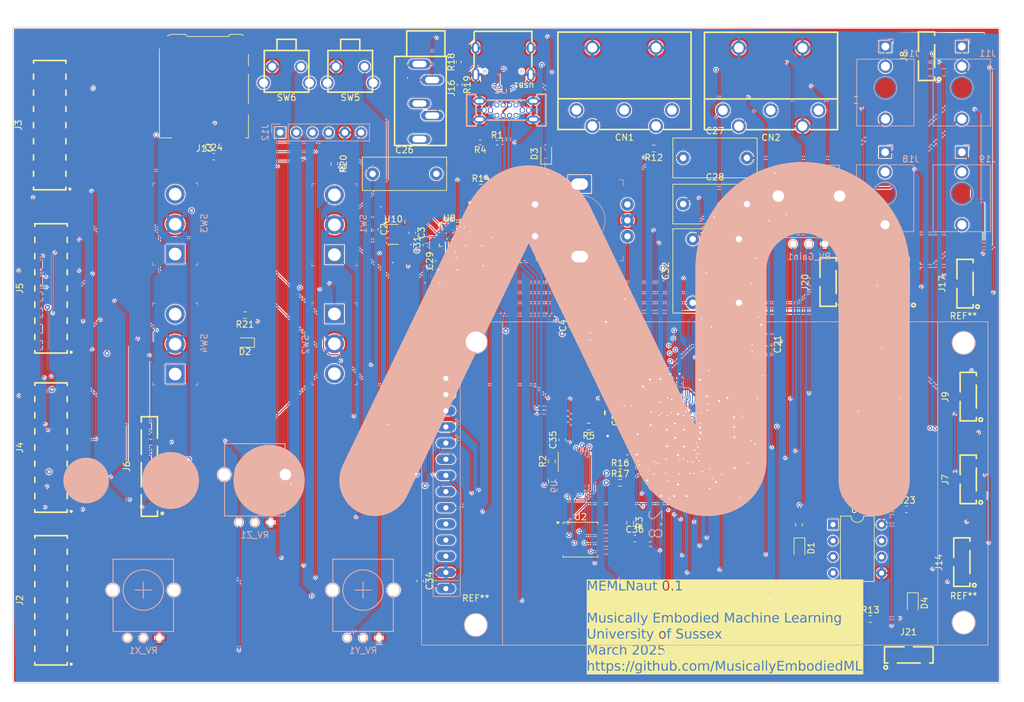
<source format=kicad_pcb>
(kicad_pcb (version 20240108) (generator "pcbnew") (generator_version "8.0")
  (layers (0 "F.Cu" signal) (1 "In1.Cu" power "GND") (2 "In2.Cu" mixed "Along") (31 "B.Cu" mixed "Up") (34 "B.Paste" user) (35 "F.Paste" user) (36 "B.SilkS" user "B.Silkscreen") (37 "F.SilkS" user "F.Silkscreen") (38 "B.Mask" user) (39 "F.Mask" user) (44 "Edge.Cuts" user))
  (net 0 "")
  (net 1 "+3V3")
  (net 2 "GND")
  (net 3 "+5V")
  (net 4 "/~{RESET}")
  (net 5 "/USB_D-")
  (net 6 "/USB_D+")
  (net 7 "/SWDIO")
  (net 8 "/SWCLK")
  (net 9 "/GPIO40")
  (net 10 "Net-(C27-Pad2)")
  (net 11 "/GPIO37")
  (net 12 "/GPIO41")
  (net 13 "/GPIO38")
  (net 14 "Net-(J15-Pin_1)")
  (net 15 "/GPIO35")
  (net 16 "/GPIO44")
  (net 17 "/GPIO43")
  (net 18 "/GPIO36")
  (net 19 "/GPIO42")
  (net 20 "Net-(C28-Pad1)")
  (net 21 "/GPIO19")
  (net 22 "/GPIO39")
  (net 23 "/GPIO46")
  (net 24 "/GPIO47")
  (net 25 "/GPIO45")
  (net 26 "Net-(J15-Pin_2)")
  (net 27 "Net-(U8-VAG)")
  (net 28 "/GPIO34")
  (net 29 "/GPIO33")
  (net 30 "Net-(J20-Pin_1)")
  (net 32 "Net-(J1-CC1)")
  (net 34 "Net-(J1-CC2)")
  (net 35 "Net-(J2-Pin_11)")
  (net 36 "/+3V3_SIG")
  (net 37 "Net-(U5-XIN)")
  (net 38 "Net-(U5-XOUT)")
  (net 39 "+1.1V")
  (net 40 "Net-(U5-VREG_XL)")
  (net 41 "/~{QSPI_CS_{0}}")
  (net 42 "/D-")
  (net 43 "/D+")
  (net 44 "/BOOTSEL")
  (net 45 "/QSPI_SD0")
  (net 46 "/QSPI_SD2")
  (net 47 "/QSPI_SD3")
  (net 48 "/QSPI_SD1")
  (net 49 "/QSPI_SCLK")
  (net 51 "Net-(C32-Pad2)")
  (net 52 "Net-(U5-VREG_AVDD)")
  (net 53 "Net-(C33-Pad2)")
  (net 54 "/GPIO12_SPI1_RX")
  (net 55 "/GPIO14_SPI1_SCK")
  (net 56 "/GPIO15_SPI1_TX")
  (net 57 "/GPIO13_SPI1_CS")
  (net 58 "Net-(J2-Pin_13)")
  (net 59 "/GPIO0_I2C_SDA")
  (net 60 "/1V8_CODEC")
  (net 61 "/GPIO18_TFT_DC")
  (net 62 "/GPIO16_TFT_MISO")
  (net 63 "/GPIO22_TFT_RST")
  (net 64 "/GPIO21_TFT_TOUCH_CS")
  (net 65 "/GPIO2_TFT_SCK")
  (net 66 "/GPIO3_TFT_MOSI")
  (net 67 "/GPIO20_TFT_CS")
  (net 68 "/GPIO9_I2S_LRCLK")
  (net 69 "/GPIO10_I2S_MCLK")
  (net 70 "/GPIO8_I2S_BLCK")
  (net 71 "/GPIO7_I2S_DOUT")
  (net 72 "/GPIO6_I2S_DIN")
  (net 74 "Net-(D1-A)")
  (net 76 "Net-(CN1-Pad4)")
  (net 77 "Net-(CN2-Pad4)")
  (net 79 "Net-(CN2-Pad5)")
  (net 81 "Net-(D1-K)")
  (net 82 "/GPIO5_UART1_MIDIRX")
  (net 83 "/GPIO4_UART1_MIDITX")
  (net 84 "Net-(J2-Pin_15)")
  (net 85 "Net-(J2-Pin_1)")
  (net 86 "Net-(J2-Pin_3)")
  (net 87 "Net-(J2-Pin_7)")
  (net 88 "Net-(J2-Pin_5)")
  (net 89 "/GPIO25_MOM_A2")
  (net 90 "/GPIO26_MOM_B1")
  (net 91 "/GPIO11_RE_A")
  (net 92 "/GPIO24_MOM_A1")
  (net 93 "/GPIO23_RE_SW")
  (net 94 "/GPIO27_MOM_B2")
  (net 95 "/GPIO17_RE_B")
  (net 96 "/GPIO30_TOG_B1")
  (net 97 "/GPIO28_TOG_A1")
  (net 98 "/GPIO32_JOY_SW")
  (net 99 "/GPIO31_TOG_B2")
  (net 100 "/GPIO29_TOG_A2")
  (net 101 "Net-(J9-Pin_3)")
  (net 106 "Net-(J17-Pin_2)")
  (net 107 "Net-(J17-Pin_3)")
  (net 110 "Net-(J17-Pin_1)")
  (net 113 "Net-(U8-MIC_BIAS)")
  (net 114 "Net-(U8-SYS_MCLK)")
  (net 115 "Net-(USB1-CC1)")
  (net 116 "Net-(USB1-CC2)")
  (net 126 "Net-(U8-MIC)")
  (net 130 "Net-(J20-Pin_2)")
  (net 131 "Net-(J2-Pin_10)")
  (net 132 "Net-(R14-Pad2)")
  (net 133 "/GPIO1_I2C_SCL")
  (net 134 "/CODEC_GND")
  (net 135 "GNDA")
  (net 137 "Net-(D2-A)")
  (net 138 "/VBUS")
  (net 139 "Net-(D4-A)")
  (footprint "Capacitor_THT:C_Rect_L13.0mm_W6.0mm_P10.00mm_FKS3_FKP3_MKS4" (layer "F.Cu") (at 192.25 44.5)
    (property "Reference" "C27")
    (property "Value" "1u Film")
  )
  (footprint "emutelab:HDR-TH_3P-P2.54_DZ254S-11-03-48" (layer "F.Cu") (at 227.67 122.58)
    (property "Reference" "J21")
    (property "Value" "Conn_Power_Ext")
  )
  (footprint "Capacitor_SMD:C_0603_1608Metric" (layer "F.Cu") (at 187.01 81.22 90)
    (property "Reference" "C13" (hide yes))
    (property "Value" "0.1uF" (hide yes))
  )
  (footprint "Capacitor_THT:C_Rect_L13.0mm_W6.0mm_P10.00mm_FKS3_FKP3_MKS4" (layer "F.Cu") (at 193.75 67.25 90)
    (property "Reference" "C32")
    (property "Value" "1u Film")
  )
  (footprint "Resistor_SMD:R_0603_1608Metric" (layer "F.Cu") (at 160.5 49.16)
    (property "Reference" "R14")
    (property "Value" "2.2k")
  )
  (footprint "Resistor_SMD:R_0603_1608Metric" (layer "F.Cu") (at 183.92 101.8 -90)
    (property "Reference" "R3")
    (property "Value" "100K")
  )
  (footprint "Resistor_SMD:R_0603_1608Metric" (layer "F.Cu") (at 137.49 45.425 -90)
    (property "Reference" "R20")
    (property "Value" "0R0")
  )
  (footprint "Capacitor_SMD:C_0603_1608Metric" (layer "F.Cu") (at 161.57 51.92)
    (property "Reference" "C25")
    (property "Value" "2.2u")
  )
  (footprint "Resistor_SMD:R_0603_1608Metric" (layer "F.Cu") (at 182.36 95.54)
    (property "Reference" "R17")
    (property "Value" "2.2k")
  )
  (footprint "Resistor_SMD:R_0603_1608Metric" (layer "F.Cu") (at 171.65 95.275 90)
    (property "Reference" "R9" (hide yes))
    (property "Value" "2K" (hide yes))
  )
  (footprint "Connector_Card:microSD_HC_Hirose_DM3AT-SF-PEJM5" (layer "F.Cu") (at 117.03 33.465 180)
    (property "Reference" "J13")
    (property "Value" "Micro_SD_Card_Det_Hirose_DM3AT")
  )
  (footprint "Capacitor_SMD:C_0603_1608Metric_Pad1.08x0.95mm_HandSolder" (layer "F.Cu") (at 143.85 55.72 -90)
    (property "Reference" "C2")
    (property "Value" "1u")
  )
  (footprint "MountingHole:MountingHole_3.2mm_M3" (layer "F.Cu") (at 159.73 73.37)
    (property "Reference" "REF**")
    (property "Value" "MountingHole_3.2mm_M3")
  )
  (footprint "Package_DIP:DIP-8_W7.62mm" (layer "F.Cu") (at 215.78 102.095)
    (property "Reference" "U7")
    (property "Value" "6N138")
  )
  (footprint "Resistor_SMD:R_0402_1005Metric" (layer "F.Cu") (at 157.01 29.44 90)
    (property "Reference" "R18")
    (property "Value" "5.1k")
  )
  (footprint "emutelab:IND-SMD_L2.0-W1.6_AOTA-B201610S3R3-101-T" (layer "F.Cu") (at 180.75 84.53 -90)
    (property "Reference" "L1")
    (property "Value" "3.3uH")
  )
  (footprint "Package_TO_SOT_SMD:SOT-23-5" (layer "F.Cu") (at 146.75 56.5075)
    (property "Reference" "U10")
    (property "Value" "LP5907MFX-1.8")
  )
  (footprint "Capacitor_SMD:C_0603_1608Metric" (layer "F.Cu") (at 173.25 88.8 90)
    (property "Reference" "C35")
    (property "Value" "0.1uF")
  )
  (footprint "Resistor_SMD:R_0402_1005Metric" (layer "F.Cu") (at 163.03 42.1)
    (property "Reference" "R1")
    (property "Value" "5.1k")
  )
  (footprint "Capacitor_SMD:C_0603_1608Metric" (layer "F.Cu") (at 194.8 81.2 90)
    (property "Reference" "C10" (hide yes))
    (property "Value" "0.1uF" (hide yes))
  )
  (footprint "emutelab:HDR-TH_3P-P2.54_DZ254S-11-03-48" (layer "F.Cu") (at 237 82 90)
    (property "Reference" "J9")
    (property "Value" "mic")
  )
  (footprint "MountingHole:MountingHole_3.2mm_M3" (layer "F.Cu") (at 236.25 73.52)
    (property "Reference" "REF**")
    (property "Value" "MountingHole_3.2mm_M3")
  )
  (footprint "Capacitor_SMD:C_0603_1608Metric" (layer "F.Cu") (at 183.05 85.2 90)
    (property "Reference" "C20")
    (property "Value" "0.1uF")
  )
  (footprint "Resistor_SMD:R_0603_1608Metric" (layer "F.Cu") (at 171.65 92.16 90)
    (property "Reference" "R2")
    (property "Value" "100K")
  )
  (footprint "emutelab:HDR-TH_3P-P2.54_DZ254S-11-03-48" (layer "F.Cu") (at 230.46 28.52 90)
    (property "Reference" "J8")
    (property "Value" "Conn_Pi_SWD")
  )
  (footprint "emutelab:HDR-SMD_16P-P2.54-V-M-R2-C8-S7.4" (layer "F.Cu") (at 93 90 90)
    (property "Reference" "J4")
    (property "Value" "GPIO B Cx")
  )
  (footprint "emutelab:HDR-TH_3P-P2.54_DZ254S-11-03-48" (layer "F.Cu") (at 236 108 90)
    (property "Reference" "J14")
    (property "Value" "Conn_I2C")
  )
  (footprint "MountingHole:MountingHole_3.2mm_M3" (layer "F.Cu") (at 159.7 117.88)
    (property "Reference" "REF**")
    (property "Value" "MountingHole_3.2mm_M3")
  )
  (footprint "emutelab:USB-C-SMD_TYPE-C-6PIN-2MD-073" (layer "F.Cu") (at 164 29.5885 180)
    (property "Reference" "USB1")
    (property "Value" "TYPE-C_16PIN_2MD(073)")
    (fp_poly (pts (xy 3.24 -1.305) (xy 3.22287 -1.413156) (xy 3.173156 -1.510725) (xy 3.095725 -1.588156) (xy 2.998155 -1.63787) (xy 2.89 -1.655) (xy 2.781844 -1.63787) (xy 2.684275 -1.588156) (xy 2.606844 -1.510725) (xy 2.55713 -1.413156) (xy 2.54 -1.305) (xy 2.557129 -1.196844) (xy 2.606844 -1.099275) (xy 2.684275 -1.021844) (xy 2.781844 -0.97213) (xy 2.890001 -0.955) (xy 2.998156 -0.97213) (xy 3.095725 -1.021844) (xy 3.173156 -1.099275) (xy 3.22287 -1.196844)) (fill solid) (layer "Edge.Cuts"))
    (fp_poly (pts (xy -2.54 -1.305) (xy -2.55713 -1.413156) (xy -2.606844 -1.510725) (xy -2.684275 -1.588156) (xy -2.781844 -1.63787) (xy -2.89 -1.655) (xy -2.998155 -1.63787) (xy -3.095725 -1.588156) (xy -3.173156 -1.510725) (xy -3.22287 -1.413156) (xy -3.24 -1.305) (xy -3.22287 -1.196844) (xy -3.173156 -1.099275) (xy -3.095725 -1.021844) (xy -2.998156 -0.97213) (xy -2.890001 -0.955) (xy -2.781844 -0.97213) (xy -2.684275 -1.021844) (xy -2.606844 -1.099275) (xy -2.557129 -1.196844)) (fill solid) (layer "Edge.Cuts"))
  )
  (footprint "Package_SO:SSOP-8_5.25x5.24mm_P1.27mm" (layer "F.Cu") (at 176.13 104.47)
    (property "Reference" "U2")
    (property "Value" "FLASH or PSRAM")
  )
  (footprint "Diode_SMD:D_SOD-323" (layer "F.Cu") (at 228.3 114.43 -90)
    (property "Reference" "D4")
    (property "Value" "1N5817")
  )
  (footprint "emutelab:HDR-SMD_16P-P2.54-V-M-R2-C8-S7.4" (layer "F.Cu") (at 93 65 90)
    (property "Reference" "J5")
    (property "Value" "GPIO A Cx")
  )
  (footprint "Capacitor_SMD:C_0603_1608Metric" (layer "F.Cu") (at 190.8 95.8 -90)
    (property "Reference" "C17" (hide yes))
    (property "Value" "10uF" (hide yes))
  )
  (footprint "Capacitor_THT:C_Rect_L13.0mm_W5.0mm_P10.00mm_FKS3_FKP3_MKS4" (layer "F.Cu") (at 143.5 47)
    (property "Reference" "C26")
    (property "Value" "100n COG")
  )
  (footprint "Capacitor_SMD:C_0603_1608Metric_Pad1.08x0.95mm_HandSolder" (layer "F.Cu") (at 205.65 73.76 -90)
    (property "Reference" "C21")
    (property "Value" "1u")
  )
  (footprint "Capacitor_SMD:C_0603_1608Metric" (layer "F.Cu") (at 198.405 91.71 180)
    (property "Reference" "C5" (hide yes))
    (property "Value" "12pF" (hide yes))
  )
  (footprint "Package_SON:WSON-6-1EP_2x2mm_P0.65mm_EP1x1.6mm_ThermalVias" (layer "F.Cu") (at 203.0825 74.42)
    (property "Reference" "U6")
    (property "Value" "TLV76733DRVR")
  )
  (footprint "Resistor_SMD:R_0603_1608Metric" (layer "F.Cu") (at 187.635 43.02 180)
    (property "Reference" "R12")
    (property "Value" "47")
  )
  (footprint "Capacitor_SMD:C_0603_1608Metric" (layer "F.Cu") (at 184.655 104.3)
    (property "Reference" "C36")
    (property "Value" "0.1uF")
  )
  (footprint "Resistor_SMD:R_0402_1005Metric" (layer "F.Cu") (at 157.17 33 -90)
    (property "Reference" "R19")
    (property "Value" "5.1k")
  )
  (footprint "emutelab:SW-TH_K2-1102AQ-C4CW-01" (layer "F.Cu") (at 139.98275 31.43725 180)
    (property "Reference" "SW5")
    (property "Value" "~")
  )
  (footprint "Resistor_SMD:R_0603_1608Metric" (layer "F.Cu") (at 198.425 83.75 180)
    (property "Reference" "R8" (hide yes))
    (property "Value" "100K" (hide yes))
  )
  (footprint "Capacitor_SMD:C_0603_1608Metric" (layer "F.Cu") (at 151.91 58.205 90)
    (property "Reference" "C31")
    (property "Value" "100n")
  )
  (footprint "Capacitor_THT:C_Rect_L13.0mm_W6.0mm_P10.00mm_FKS3_FKP3_MKS4" (layer "F.Cu") (at 201 67.25 90)
    (property "Reference" "C33")
    (property "Value" "1u Film")
  )
  (footprint "Capacitor_SMD:C_0603_1608Metric" (layer "F.Cu") (at 188.76 95.8 -90)
    (property "Reference" "C12" (hide yes))
    (property "Value" "0.1uF")
  )
  (footprint "emutelab:HDR-TH_3P-P2.54_DZ254S-11-03-48" (layer "F.Cu") (at 226.45 64 90)
    (property "Reference" "J15")
    (property "Value" "Line In Cx")
  )
  (footprint "Resistor_SMD:R_0603_1608Metric" (layer "F.Cu") (at 160.805 55.81 180)
    (property "Reference" "R15")
    (property "Value" "100")
  )
  (footprint "emutelab:HDR-SMD_6P-P2.54-V-M-S4.8" (layer "F.Cu") (at 108.45 92.98 90)
    (property "Reference" "J6")
    (property "Value" "Joystick Cx")
  )
  (footprint "emutelab:HDR-SMD_16P-P2.54-V-M-R2-C8-S7.4" (layer "F.Cu") (at 92.8 39.35 90)
    (property "Reference" "J3")
    (property "Value" "ADC Cx")
  )
  (footprint "emutelab:AUDIO-TH_PJ-325C" (layer "F.Cu") (at 151.85 35.65 -90)
    (property "Reference" "J16")
    (property "Value" "~")
  )
  (footprint "Capacitor_SMD:C_0603_1608Metric" (layer "F.Cu") (at 188.68 81.19 90)
    (property "Reference" "C37")
    (property "Value" "0.1uF")
  )
  (footprint "Resistor_SMD:R_0603_1608Metric" (layer "F.Cu") (at 210.43 102.14 -90)
    (property "Reference" "R10" (hide yes))
    (property "Value" "220" (hide yes))
  )
  (footprint "Diode_SMD:D_SOD-323" (layer "F.Cu") (at 170.75 43.87 90)
    (property "Reference" "D3")
    (property "Value" "1N5817")
  )
  (footprint "Resistor_SMD:R_0603_1608Metric" (layer "F.Cu") (at 123.455 69.21 180)
    (property "Reference" "R21")
    (property "Value" "1.5k")
  )
  (footprint "Resistor_SMD:R_0603_1608Metric" (layer "F.Cu") (at 221.63 116.94)
    (property "Reference" "R13")
    (property "Value" "470")
  )
  (footprint "Capacitor_SMD:C_0805_2012Metric_Pad1.18x1.45mm_HandSolder" (layer "F.Cu") (at 200.43 73 90)
    (property "Reference" "C22")
    (property "Value" "22u 0805")
  )
  (footprint "Resistor_SMD:R_0603_1608Metric" (layer "F.Cu") (at 177.42 86.7 180)
    (property "Reference" "R5")
    (property "Value" "27R")
  )
  (footprint "Capacitor_SMD:C_0603_1608Metric" (layer "F.Cu") (at 227.29 99.72)
    (property "Reference" "C23")
    (property "Value" "100n")
  )
  (footprint "Capacitor_SMD:C_0603_1608Metric" (layer "F.Cu") (at 198.425 85.25)
    (property "Reference" "C18" (hide yes))
    (property "Value" "0.1uF" (hide yes))
  )
  (footprint "Resistor_SMD:R_0603_1608Metric" (layer "F.Cu") (at 219.38 35.41)
    (property "Reference" "R11" (hide yes))
    (property "Value" "47")
  )
  (footprint "Diode_SMD:D_SOD-323" (layer "F.Cu") (at 210.5 105.8 -90)
    (property "Reference" "D1")
    (property "Value" "1N4148WS")
  )
  (footprint "Capacitor_SMD:C_0603_1608Metric" (layer "F.Cu") (at 198.425 86.75)
    (property "Reference" "C6" (hide yes))
    (property "Value" "12pF" (hide yes))
  )
  (footprint "NetTie:NetTie-2_SMD_Pad0.5mm" (layer "F.Cu") (at 153.37 63.04 180)
    (property "Reference" "NT1" (hide yes))
    (property "Value" "NetTie_2" (hide yes))
  )
  (footprint "emutelab:CONN-TH_DIN-504B-M10" (layer "F.Cu") (at 182.99 33.33 180)
    (property "Reference" "CN1")
    (property "Value" "MIDI In")
  )
  (footprint "Capacitor_SMD:C_0603_1608Metric" (layer "F.Cu") (at 183.5 88.35 180)
    (property "Reference" "C8" (hide yes))
    (property "Value" "0.1uF" (hide yes))
  )
  (footprint "Capacitor_SMD:C_0603_1608Metric_Pad1.08x0.95mm_HandSolder" (layer "F.Cu") (at 180.25 72.26 -90)
    (property "Reference" "C1")
    (property "Value" "1u")
  )
  (footprint "emutelab:QFN-80_EP_10x10_Pitch0.4mm" (layer "F.Cu") (at 191 88.5 90)
    (property "Reference" "U5" (hide yes))
    (property "Value" "RP235x-B" (hide yes))
  )
  (footprint "emutelab:HDR-TH_3P-P2.54_DZ254S-11-03-48" (layer "F.Cu") (at 215 64 90)
    (property "Reference" "J20")
    (property "Value" "Line Out Cx")
  )
  (footprint "Capacitor_SMD:C_0603_1608Metric" (layer "F.Cu") (at 190.25 80.22 90)
    (property "Reference" "C19" (hide yes))
    (property "Value" "0.1uF" (hide yes))
  )
  (footprint "emutelab:CONN-TH_DIN-504B-M10" (layer "F.Cu") (at 205.99 33.36 180)
    (property "Reference" "CN2")
    (property "Value" "MIDI Out")
  )
  (footprint "Package_DFN_QFN:QFN-20-1EP_3x3mm_P0.4mm_EP1.65x1.65mm" (layer "F.Cu") (at 155.55 56.8)
    (property "Reference" "U8")
    (property "Value" "SGTL5000XNLA3")
  )
  (footprint "Capacitor_THT:C_Rect_L13.0mm_W6.0mm_P10.00mm_FKS3_FKP3_MKS4" (layer "F.Cu") (at 192.25 51.75)
    (property "Reference" "C28")
    (property "Value" "1u Film")
  )
  (footprint "emutelab:HDR-TH_3P-P2.54_DZ254S-11-03-48" (layer "F.Cu") (at 237 95 90)
    (property "Reference" "J7")
    (property "Value" "Conn_Power")
  )
  (footprint "Capacitor_SMD:C_0603_1608Metric" (layer "F.Cu") (at 149.74 56.27 -90)
    (property "Reference" "C3")
    (property "Value" "1u")
  )
  (footprint "MountingHole:MountingHole_3.2mm_M3" (layer "F.Cu") (at 236.29 117.51)
    (property "Reference" "REF**")
    (property "Value" "MountingHole_3.2mm_M3")
  )
  (footprint "Package_SON:WSON-8-1EP_6x5mm_P1.27mm_EP3.4x4mm" (layer "F.Cu") (at 175.25 93.725 90)
    (property "Reference" "U1" (hide yes))
    (property "Value" "W25Q128JVPIQ" (hide yes))
  )
  (footprint "LED_SMD:LED_0603_1608Metric" (layer "F.Cu") (at 123.45 73.51 180)
    (property "Reference" "D2")
    (property "Value" "LED Test")
  )
  (footprint "Capacitor_SMD:C_0603_1608Metric" (layer "F.Cu") (at 150.98 110.95 -90)
    (property "Reference" "C34")
    (property "Value" "100n")
  )
  (footprint "Capacitor_SMD:C_0603_1608Metric" (layer "F.Cu") (at 118.535 44.3)
    (property "Reference" "C24")
    (property "Value" "100n")
  )
  (footprint "Resistor_SMD:R_0603_1608Metric" (layer "F.Cu") (at 180.9 81.95)
    (property "Reference" "R7" (hide yes))
    (property "Value" "27R" (hide yes))
  )
  (footprint "Capacitor_SMD:C_0603_1608Metric" (layer "F.Cu") (at 183.5 91.65 180)
    (property "Reference" "C15" (hide yes))
    (property "Value" "0.1uF" (hide yes))
  )
  (footprint "Capacitor_SMD:C_0603_1608Metric" (layer "F.Cu") (at 184.55 85.2 90)
    (property "Reference" "C14" (hide yes))
    (property "Value" "4.7uF" (hide yes))
  )
  (footprint "Resistor_SMD:R_0603_1608Metric" (layer "F.Cu") (at 177.42 88.2 180)
    (property "Reference" "R6" (hide yes))
    (property "Value" "27R" (hide yes))
  )
  (footprint "Crystal:Crystal_SMD_2520-4Pin_2.5x2.0mm" (layer "F.Cu") (at 198.425 89.225 -90)
    (property "Reference" "Y1" (hide yes))
    (property "Value" "CM4012M00012001" (hide yes))
  )
  (footprint "emutelab:HDR-TH_3P-P2.54_DZ254S-11-03-48" (layer "F.Cu") (at 236.5 64.25 90)
    (property "Reference" "J17")
    (property "Value" "Headphone Cx")
  )
  (footprint "Capacitor_SMD:C_0603_1608Metric" (layer "F.Cu") (at 192.8 95.8 -90)
    (property "Reference" "C7" (hide yes))
    (property "Value" "0.1uF" (hide yes))
  )
  (footprint "Package_SON:WSON-6-1EP_2x2mm_P0.65mm_EP1x1.6mm_ThermalVias" (layer "F.Cu") (at 177.6475 72.55)
    (property "Reference" "U4")
    (property "Value" "TLV76733DRVR")
  )
  (footprint "Resistor_SMD:R_0603_1608Metric" (layer "F.Cu") (at 182.355 93.86)
    (property "Reference" "R16")
    (property "Value" "2.2k")
  )
  (footprint "emutelab:HDR-SMD_16P-P2.54-V-M-R2-C8-S7.4" (layer "F.Cu") (at 93 114 90)
    (property "Reference" "J2")
    (property "Value" "Custom Cx")
  )
  (footprint "Capacitor_SMD:C_0603_1608Metric" (layer "F.Cu") (at 159.41 58.625 90)
    (property "Reference" "C30")
    (property "Value" "100n")
  )
  (footprint "Capacitor_SMD:C_0603_1608Metric" (layer "F.Cu") (at 183.925 81.95)
    (property "Reference" "C16" (hide yes))
    (property "Value" "4.7uF" (hide yes))
  )
  (footprint "Capacitor_SMD:C_0603_1608Metric" (layer "F.Cu") (at 198.41 93.22)
    (property "Reference" "C9" (hide yes))
    (property "Value" "0.1uF" (hide yes))
  )
  (footprint "Capacitor_SMD:C_0805_2012Metric_Pad1.18x1.45mm_HandSolder" (layer "F.Cu") (at 175.05 70.8175 90)
    (property "Reference" "C4")
    (property "Value" "22u 0805")
  )
  (footprint "Capacitor_SMD:C_0603_1608Metric" (layer "F.Cu") (at 191.75 80.21 90)
    (property "Reference" "C11" (hide yes))
    (property "Value" "0.1uF" (hide yes))
  )
  (footprint "Capacitor_SMD:C_0603_1608Metric" (layer "F.Cu") (at 153.9 60.66 90)
    (property "Reference" "C29")
    (property "Value" "100n")
  )
  (footprint "emutelab:SW-TH_K2-1102AQ-C4CW-01" (layer "F.Cu") (at 129.98275 31.43725 180)
    (property "Reference" "SW6")
    (property "Value" "~")
  )
  (footprint "Resistor_SMD:R_0402_1005Metric" (layer "F.Cu") (at 160.389999 42.07 180)
    (property "Reference" "R4")
    (property "Value" "5.1k")
  )
  (footprint "tft touch ili9341:TFT-320x240" (layer "B.Cu") (at 155 95.65 90)
    (property "Reference" "U9")
    (property "Value" "TFT_320x240")
  )
  (footprint "emutelab:USB-C-TH_MC-110LD-L137-A" (layer "B.Cu") (at 164.5 37 180)
    (property "Reference" "J1")
    (property "Value" "Hanbo_USB_C_Receptacle_USB2.0_MC-110LD-L137" (hide yes))
  )
  (footprint "emutelab:Thonk DWB2" (layer "B.Cu") (at 137.5 59.7 90)
    (property "Reference" "SW1")
    (property "Value" "SW on-on toggle")
  )
  (footprint "Eurocad:Alpha9mmPot" (layer "B.Cu") (at 125 94.25 180)
    (property "Reference" "RV_Z1")
    (property "Value" "100k")
  )
  (footprint "Connector_PinHeader_2.54mm:PinHeader_1x06_P2.54mm_Vertical" (layer "B.Cu") (at 128.98 40.51 -90)
    (property "Reference" "J12")
    (property "Value" "SPI1 header")
  )
  (footprint "emutelab:Thonk DWB2" (layer "B.Cu") (at 112.5 78.45 90)
    (property "Reference" "SW4")
    (property "Value" "SW Momentary (on)-off-(on) 1MS4T1B1M1QES")
  )
  (footprint "Eurocad:Alpha9mmPot" (layer "B.Cu") (at 212 50.5 180)
    (property "Reference" "RV_Gain1")
    (property "Value" "100k")
  )
  (footprint "Connector_Audio:Jack_3.5mm_QingPu_WQP-PJ398SM_Vertical_CircularHoles" (layer "B.Cu") (at 236 43.6 180)
    (property "Reference" "J19")
    (property "Value" "Line Out L")
  )
  (footprint "digikey-footprints:Rotary_Encoder_Switched_PEC11R" (layer "B.Cu") (at 176 48.6 -90)
    (property "Reference" "S1")
    (property "Value" "PEC11R-4215F-S0024")
  )
  (footprint "Connector_Audio:Jack_3.5mm_QingPu_WQP-PJ398SM_Vertical_CircularHoles" (layer "B.Cu") (at 223.95 43.6 180)
    (property "Reference" "J18")
    (property "Value" "Line Out R")
  )
  (footprint "Eurocad:Alpha9mmPot" (layer "B.Cu") (at 107.5 112.3875 180)
    (property "Reference" "RV_X1")
    (property "Value" "100k")
  )
  (footprint "Eurocad:Alpha9mmPot" (layer "B.Cu") (at 142 112.3875 180)
    (property "Reference" "RV_Y1")
    (property "Value" "100k")
  )
  (footprint "emutelab:Thonk DWB2" (layer "B.Cu") (at 137.5 69 -90)
    (property "Reference" "SW2")
    (property "Value" "SW on-on toggle")
  )
  (footprint "emutelab:Thonk DWB2" (layer "B.Cu") (at 112.5 59.6 90)
    (property "Reference" "SW3")
    (property "Value" "SW Momentary (on)-off-(on) 1MS4T1B1M1QES")
  )
  (footprint "Connector_Audio:Jack_3.5mm_QingPu_WQP-PJ398SM_Vertical_CircularHoles" (layer "B.Cu") (at 224 27 180)
    (property "Reference" "J10")
    (property "Value" "Line In R")
  )
  (footprint "Connector_Audio:Jack_3.5mm_QingPu_WQP-PJ398SM_Vertical_CircularHoles" (layer "B.Cu") (at 236 27 180)
    (property "Reference" "J11")
    (property "Value" "Line In L")
  )
  (footprint "kibuzzard-6695C28C" (layer "B.Cu") (at 191.475 97.3 180)
    (property "Reference" "kibuzzard-6695C28C" (hide yes))
    (property "Value" "G***" (hide yes))
  )
  (gr_poly (pts (xy 190.764807 97.6) (xy 190.68 97.12) (xy 190.825 96.825) (xy 191.3 96.525) (xy 191.775 96.55) (xy 192.19 96.81) (xy 192.25 96.925) (xy 192.3 97.425) (xy 192.2 97.7) (xy 192.163734 97.765559) (xy 192.185086 97.631545) (xy 192.185193 96.834442) (xy 190.925 96.834442) (xy 190.88 96.91) (xy 190.764807 97)) (fill solid) (layer "B.SilkS"))
  (gr_poly (pts (xy 111.536318 90.705888) (xy 111.309267 90.723208) (xy 111.08548 90.751727) (xy 110.865241 90.791163) (xy 110.648833 90.841232) (xy 110.43654 90.90165) (xy 110.228645 90.972135) (xy 110.025432 91.052403) (xy 109.827183 91.14217) (xy 109.634183 91.241153) (xy 109.446714 91.349068) (xy 109.26506 91.465633) (xy 109.089505 91.590564) (xy 108.920332 91.723577) (xy 108.757824 91.864389) (xy 108.602264 92.012716) (xy 108.453937 92.168276) (xy 108.313126 92.330784) (xy 108.180113 92.499958) (xy 108.055183 92.675513) (xy 107.938618 92.857167) (xy 107.830703 93.044636) (xy 107.73172 93.237637) (xy 107.641953 93.435886) (xy 107.561686 93.6391) (xy 107.491202 93.846995) (xy 107.430783 94.059288) (xy 107.380715 94.275696) (xy 107.341279 94.495935) (xy 107.31276 94.719722) (xy 107.29544 94.946773) (xy 107.289604 95.176805) (xy 107.29544 95.406837) (xy 107.31276 95.633889) (xy 107.341279 95.857675) (xy 107.380715 96.077914) (xy 107.430783 96.294322) (xy 107.491202 96.506616) (xy 107.561686 96.714511) (xy 107.641953 96.917725) (xy 107.73172 97.115974) (xy 107.830703 97.308974) (xy 107.938618 97.496444) (xy 108.055183 97.678098) (xy 108.180113 97.853653) (xy 108.313126 98.022827) (xy 108.453937 98.185335) (xy 108.602264 98.340895) (xy 108.757824 98.489222) (xy 108.920332 98.630034) (xy 109.089505 98.763047) (xy 109.26506 98.887978) (xy 109.446714 99.004542) (xy 109.634183 99.112458) (xy 109.827183 99.211441) (xy 110.025432 99.301208) (xy 110.228645 99.381476) (xy 110.43654 99.45196) (xy 110.648833 99.512379) (xy 110.865241 99.562448) (xy 111.08548 99.601884) (xy 111.309267 99.630403) (xy 111.536318 99.647722) (xy 111.76635 99.653559) (xy 111.996381 99.647722) (xy 112.223431 99.630403) (xy 112.447216 99.601883) (xy 112.667454 99.562448) (xy 112.883861 99.512379) (xy 113.096154 99.45196) (xy 113.304048 99.381475) (xy 113.507262 99.301207) (xy 113.70551 99.21144) (xy 113.89851 99.112457) (xy 114.085979 99.004541) (xy 114.267633 98.887976) (xy 114.443188 98.763045) (xy 114.612362 98.630032) (xy 114.77487 98.489219) (xy 114.93043 98.340892) (xy 115.078757 98.185332) (xy 115.219569 98.022824) (xy 115.352582 97.85365) (xy 115.477513 97.678094) (xy 115.594078 97.49644) (xy 115.701994 97.308971) (xy 115.800977 97.11597) (xy 115.890744 96.917722) (xy 115.971012 96.714508) (xy 116.041497 96.506613) (xy 116.101915 96.29432) (xy 116.151985 96.077912) (xy 116.19142 95.857674) (xy 116.21994 95.633887) (xy 116.237259 95.406837) (xy 116.243095 95.176805) (xy 116.237259 94.946773) (xy 116.21994 94.719722) (xy 116.191421 94.495935) (xy 116.151985 94.275696) (xy 116.101916 94.059288) (xy 116.041498 93.846995) (xy 115.971013 93.6391) (xy 115.890746 93.435886) (xy 115.800979 93.237637) (xy 115.701997 93.044636) (xy 115.594081 92.857167) (xy 115.477517 92.675513) (xy 115.352587 92.499958) (xy 115.219574 92.330784) (xy 115.078762 92.168276) (xy 114.930435 92.012716) (xy 114.774876 91.864389) (xy 114.612368 91.723577) (xy 114.443195 91.590564) (xy 114.26764 91.465633) (xy 114.085986 91.349068) (xy 113.898517 91.241153) (xy 113.705517 91.14217) (xy 113.507268 91.052403) (xy 113.304054 90.972135) (xy 113.096159 90.90165) (xy 112.883866 90.841232) (xy 112.667459 90.791163) (xy 112.44722 90.751727) (xy 112.223433 90.723208) (xy 111.996382 90.705888) (xy 111.76635 90.700052)) (stroke (width -0.000001)) (fill solid) (layer "B.SilkS"))
  (gr_line (start 191.5 98.420001) (end 192.065685 97.865686) (stroke (width 0.11)) (layer "B.SilkS"))
  (gr_poly (pts (xy 196.214335 80.207833) (xy 194.845665 80.207833) (xy 195.2 80.51) (xy 195.78 80.52)) (fill solid) (layer "B.SilkS"))
  (gr_poly (pts (xy 210.125245 45.155473) (xy 209.271301 45.22062) (xy 208.429628 45.327895) (xy 207.601293 45.476233) (xy 206.787362 45.664566) (xy 205.988902 45.891828) (xy 205.206979 46.156953) (xy 204.442659 46.458875) (xy 203.697008 46.796528) (xy 202.971093 47.168844) (xy 202.26598 47.574758) (xy 201.582735 48.013204) (xy 200.922425 48.483114) (xy 200.286116 48.983424) (xy 199.674875 49.513066) (xy 199.089766 50.070974) (xy 198.531858 50.656082) (xy 198.002216 51.267324) (xy 197.501907 51.903633) (xy 197.031996 52.563943) (xy 196.593551 53.247187) (xy 196.187637 53.9523) (xy 195.815321 54.678215) (xy 195.477668 55.423865) (xy 195.175746 56.188185) (xy 194.910621 56.970108) (xy 194.683359 57.768568) (xy 194.495026 58.582498) (xy 194.346689 59.410833) (xy 194.239413 60.252505) (xy 194.174266 61.106449) (xy 194.152313 61.971598) (xy 194.152313 86.424387) (xy 177.629082 52.092062) (xy 177.589746 52.012025) (xy 177.549045 51.932484) (xy 177.506857 51.853192) (xy 177.463056 51.773899) (xy 177.417518 51.694359) (xy 177.370121 51.614322) (xy 177.320739 51.533542) (xy 177.269249 51.451769) (xy 176.837826 50.781183) (xy 176.38082 50.148102) (xy 175.899498 49.553322) (xy 175.395127 48.997635) (xy 174.868975 48.481838) (xy 174.322309 48.006725) (xy 173.756396 47.573089) (xy 173.172503 47.181726) (xy 172.571899 46.83343) (xy 171.95585 46.528996) (xy 171.325624 46.269218) (xy 170.682487 46.05489) (xy 170.027708 45.886808) (xy 169.362553 45.765766) (xy 168.688291 45.692557) (xy 168.006188 45.667978) (xy 167.653964 45.674449) (xy 167.303839 45.693791) (xy 166.955973 45.725901) (xy 166.610525 45.770675) (xy 166.267657 45.828008) (xy 165.927528 45.897795) (xy 165.5903 45.979934) (xy 165.256132 46.07432) (xy 164.925184 46.180849) (xy 164.597618 46.299415) (xy 164.273593 46.429917) (xy 163.95327 46.572248) (xy 163.63681 46.726306) (xy 163.324371 46.891985) (xy 162.712204 47.257793) (xy 162.118051 47.668838) (xy 161.543195 48.124288) (xy 160.98892 48.623308) (xy 160.456507 49.165066) (xy 159.947241 49.748729) (xy 159.462403 50.373463) (xy 159.003276 51.038435) (xy 158.571144 51.742811) (xy 158.52009 51.836075) (xy 158.470275 51.929341) (xy 158.421946 52.022607) (xy 158.375351 52.115873) (xy 138.82 92.74) (xy 138.705501 92.994458) (xy 138.604121 93.252536) (xy 138.515896 93.513823) (xy 138.44086 93.777909) (xy 138.379048 94.044383) (xy 138.330494 94.312833) (xy 138.295235 94.582849) (xy 138.273304 94.85402) (xy 138.264737 95.125935) (xy 138.269567 95.398184) (xy 138.287832 95.670354) (xy 138.319564 95.942037) (xy 138.364799 96.21282) (xy 138.423572 96.482293) (xy 138.495918 96.750045) (xy 138.581871 97.015665) (xy 138.680674 97.276807) (xy 138.79136 97.53119) (xy 138.913658 97.778503) (xy 139.047295 98.018437) (xy 139.192002 98.250681) (xy 139.347506 98.474925) (xy 139.513536 98.69086) (xy 139.689821 98.898175) (xy 139.87609 99.096561) (xy 140.072072 99.285706) (xy 140.277494 99.465302) (xy 140.492087 99.635038) (xy 140.715578 99.794605) (xy 140.947696 99.943691) (xy 141.18817 100.081988) (xy 141.436729 100.209185) (xy 141.691188 100.324089) (xy 141.949266 100.425712) (xy 142.210554 100.514042) (xy 142.47464 100.589066) (xy 142.741114 100.650773) (xy 143.009565 100.699152) (xy 143.279582 100.73419) (xy 143.550754 100.755877) (xy 143.82267 100.764201) (xy 144.094919 100.759149) (xy 144.36709 100.740711) (xy 144.638773 100.708875) (xy 144.909557 100.663628) (xy 145.17903 100.60496) (xy 145.446782 100.532859) (xy 145.712402 100.447313) (xy 145.973545 100.348511) (xy 146.227927 100.237826) (xy 146.475241 100.115529) (xy 146.715174 99.981892) (xy 146.947418 99.837186) (xy 147.171663 99.681682) (xy 147.387597 99.515651) (xy 147.594913 99.339366) (xy 147.793298 99.153096) (xy 147.982444 98.957115) (xy 148.16204 98.751692) (xy 148.331776 98.537099) (xy 148.491342 98.313607) (xy 148.640429 98.081488) (xy 148.778725 97.841014) (xy 148.905922 97.592455) (xy 168.006195 57.907606) (xy 185.526901 94.314272) (xy 185.549963 94.361765) (xy 185.573491 94.40898) (xy 185.597452 94.455886) (xy 185.621816 94.502452) (xy 185.646552 94.548646) (xy 185.67163 94.594437) (xy 185.722687 94.684686) (xy 186.144693 95.362148) (xy 186.609213 96.007391) (xy 187.113551 96.61883) (xy 187.655016 97.194879) (xy 188.230912 97.733955) (xy 188.838547 98.23447) (xy 189.475226 98.694841) (xy 190.138256 99.113481) (xy 190.824944 99.488807) (xy 191.532595 99.819232) (xy 192.258517 100.103172) (xy 193.000016 100.339041) (xy 193.754397 100.525254) (xy 194.518967 100.660225) (xy 195.291033 100.742371) (xy 196.067902 100.770105) (xy 196.415488 100.76453) (xy 196.761524 100.747823) (xy 197.105699 100.720017) (xy 197.447704 100.681141) (xy 197.787229 100.631226) (xy 198.123963 100.570304) (xy 198.457596 100.498405) (xy 198.787819 100.41556) (xy 199.156969 100.308961) (xy 199.517659 100.189277) (xy 199.869673 100.056782) (xy 200.2128 99.911756) (xy 200.871532 99.585215) (xy 201.492147 99.211871) (xy 202.072935 98.79394) (xy 202.612186 98.33364) (xy 203.108193 97.833187) (xy 203.559245 97.294799) (xy 203.963634 96.720691) (xy 204.319649 96.113082) (xy 204.625582 95.474189) (xy 204.879724 94.806227) (xy 205.080365 94.111414) (xy 205.225796 93.391968) (xy 205.277274 93.0237) (xy 205.314309 92.650104) (xy 205.336686 92.271459) (xy 205.344192 91.88804) (xy 205.344192 61.974253) (xy 205.351551 61.684066) (xy 205.373389 61.397648) (xy 205.409349 61.115354) (xy 205.459074 60.837542) (xy 205.522208 60.564569) (xy 205.598392 60.296792) (xy 205.68727 60.034567) (xy 205.788485 59.778253) (xy 205.90168 59.528206) (xy 206.026498 59.284782) (xy 206.162582 59.04834) (xy 206.309574 58.819237) (xy 206.467119 58.597828) (xy 206.634857 58.384471) (xy 206.812433 58.179524) (xy 206.99949 57.983344) (xy 207.195671 57.796287) (xy 207.400617 57.61871) (xy 207.613973 57.450971) (xy 207.835382 57.293427) (xy 208.064486 57.146434) (xy 208.300928 57.01035) (xy 208.544351 56.885532) (xy 208.794398 56.772337) (xy 209.050712 56.671121) (xy 209.312937 56.582243) (xy 209.580714 56.506058) (xy 209.853687 56.442925) (xy 210.131499 56.3932) (xy 210.413793 56.357239) (xy 210.700212 56.335401) (xy 210.990398 56.328043) (xy 211.280585 56.335401) (xy 211.567003 56.357239) (xy 211.849297 56.393199) (xy 212.127109 56.442925) (xy 212.400082 56.506058) (xy 212.667859 56.582242) (xy 212.930083 56.67112) (xy 213.186397 56.772336) (xy 213.436445 56.885531) (xy 213.679868 57.010349) (xy 213.91631 57.146432) (xy 214.145413 57.293425) (xy 214.366822 57.450969) (xy 214.580178 57.618708) (xy 214.785125 57.796284) (xy 214.981305 57.983341) (xy 215.168362 58.179522) (xy 215.345939 58.384468) (xy 215.513677 58.597825) (xy 215.671222 58.819233) (xy 215.818214 59.048337) (xy 215.954298 59.284779) (xy 216.079116 59.528202) (xy 216.192311 59.77825) (xy 216.293526 60.034564) (xy 216.382405 60.296789) (xy 216.458589 60.564567) (xy 216.521722 60.83754) (xy 216.571448 61.115352) (xy 216.607408 61.397647) (xy 216.629246 61.684066) (xy 216.636604 61.974253) (xy 216.636604 95.168871) (xy 216.643901 95.456353) (xy 216.665556 95.740115) (xy 216.701214 96.019805) (xy 216.75052 96.295066) (xy 216.81312 96.565545) (xy 216.888659 96.830886) (xy 216.976782 97.090736) (xy 217.077135 97.344738) (xy 217.189364 97.59254) (xy 217.313113 97.833786) (xy 217.448028 98.068121) (xy 217.593755 98.295191) (xy 217.749938 98.514642) (xy 217.916223 98.726118) (xy 218.092256 98.929265) (xy 218.277682 99.123729) (xy 218.472146 99.309154) (xy 218.675293 99.485186) (xy 218.88677 99.651472) (xy 219.10622 99.807654) (xy 219.33329 99.953381) (xy 219.567626 100.088296) (xy 219.808872 100.212044) (xy 220.056673 100.324273) (xy 220.310676 100.424626) (xy 220.570526 100.512749) (xy 220.835867 100.588288) (xy 221.106346 100.650888) (xy 221.381607 100.700194) (xy 221.661296 100.735851) (xy 221.945059 100.757506) (xy 222.23254 100.764803) (xy 222.520021 100.757506) (xy 222.803784 100.735851) (xy 223.083473 100.700194) (xy 223.358734 100.650888) (xy 223.629212 100.588288) (xy 223.894553 100.512749) (xy 224.154402 100.424626) (xy 224.408405 100.324273) (xy 224.656207 100.212044) (xy 224.897453 100.088296) (xy 225.131788 99.953381) (xy 225.358858 99.807654) (xy 225.578309 99.651472) (xy 225.789786 99.485186) (xy 225.992933 99.309154) (xy 226.187397 99.123729) (xy 226.372823 98.929265) (xy 226.548856 98.726118) (xy 226.715141 98.514642) (xy 226.871325 98.295191) (xy 227.017051 98.068121) (xy 227.151966 97.833786) (xy 227.275716 97.59254) (xy 227.387944 97.344738) (xy 227.488298 97.090736) (xy 227.576421 96.830886) (xy 227.65196 96.565545) (xy 227.71456 96.295066) (xy 227.763866 96.019805) (xy 227.799524 95.740115) (xy 227.821179 95.456353) (xy 227.828476 95.168871) (xy 227.828476 61.971598) (xy 227.806523 61.106449) (xy 227.741376 60.252505) (xy 227.634101 59.410833) (xy 227.485763 58.582498) (xy 227.29743 57.768568) (xy 227.070168 56.970108) (xy 226.805042 56.188185) (xy 226.503121 55.423865) (xy 226.165468 54.678215) (xy 225.793152 53.9523) (xy 225.387238 53.247187) (xy 224.948792 52.563943) (xy 224.478881 51.903633) (xy 223.978572 51.267324) (xy 223.44893 50.656082) (xy 222.891021 50.070974) (xy 222.305913 49.513066) (xy 221.694671 48.983424) (xy 221.058362 48.483114) (xy 220.398052 48.013204) (xy 219.714808 47.574758) (xy 219.009695 47.168844) (xy 218.28378 46.796528) (xy 217.538129 46.458875) (xy 216.773809 46.156953) (xy 215.991886 45.891828) (xy 215.193426 45.664566) (xy 214.379495 45.476233) (xy 213.551161 45.327895) (xy 212.709488 45.22062) (xy 211.855544 45.155473) (xy 210.990395 45.13352)) (stroke (width -0.000001)) (fill solid) (layer "B.SilkS"))
  (gr_poly (pts (xy 190.836266 97.765559) (xy 190.9 97.73) (xy 190.95 97.765559) (xy 192.163734 97.765559) (xy 191.5 98.420001)) (fill solid) (layer "B.SilkS"))
  (gr_poly (pts (xy 98.342669 91.599014) (xy 98.161101 91.612866) (xy 97.982128 91.635675) (xy 97.805978 91.667216) (xy 97.632877 91.707262) (xy 97.463055 91.755587) (xy 97.296738 91.811965) (xy 97.134154 91.87617) (xy 96.975531 91.947975) (xy 96.821097 92.027154) (xy 96.671079 92.113481) (xy 96.525705 92.206729) (xy 96.385203 92.306673) (xy 96.249801 92.413086) (xy 96.119725 92.525742) (xy 95.995205 92.644414) (xy 95.876467 92.768876) (xy 95.763739 92.898903) (xy 95.65725 93.034267) (xy 95.557226 93.174743) (xy 95.463895 93.320105) (xy 95.377486 93.470125) (xy 95.298225 93.624579) (xy 95.226341 93.783239) (xy 95.162061 93.945879) (xy 95.105613 94.112273) (xy 95.057224 94.282195) (xy 95.017123 94.455419) (xy 94.985537 94.631718) (xy 94.962693 94.810867) (xy 94.94882 94.992638) (xy 94.944145 95.176805) (xy 94.94882 95.360974) (xy 94.962693 95.542745) (xy 94.985536 95.721894) (xy 95.017122 95.898194) (xy 95.057223 96.071418) (xy 95.105611 96.241341) (xy 95.162059 96.407736) (xy 95.226339 96.570377) (xy 95.298222 96.729037) (xy 95.377483 96.883491) (xy 95.463892 97.033511) (xy 95.557222 97.178873) (xy 95.657245 97.319349) (xy 95.763734 97.454714) (xy 95.876462 97.584741) (xy 95.995199 97.709204) (xy 96.119719 97.827876) (xy 96.249795 97.940532) (xy 96.385197 98.046945) (xy 96.525699 98.146889) (xy 96.671072 98.240137) (xy 96.82109 98.326464) (xy 96.975524 98.405643) (xy 97.134147 98.477448) (xy 97.296732 98.541653) (xy 97.463049 98.598031) (xy 97.632872 98.646356) (xy 97.805973 98.686402) (xy 97.982125 98.717943) (xy 98.161099 98.740753) (xy 98.342668 98.754604) (xy 98.526604 98.759272) (xy 98.710771 98.754597) (xy 98.892541 98.740723) (xy 99.071689 98.71788) (xy 99.247987 98.686294) (xy 99.42121 98.646193) (xy 99.591132 98.597804) (xy 99.757525 98.541356) (xy 99.920165 98.477076) (xy 100.078824 98.405192) (xy 100.233277 98.325931) (xy 100.383297 98.239521) (xy 100.528657 98.146191) (xy 100.669133 98.046167) (xy 100.804497 97.939677) (xy 100.934523 97.826949) (xy 101.058985 97.708211) (xy 101.177656 97.58369) (xy 101.290312 97.453615) (xy 101.396724 97.318212) (xy 101.496667 97.17771) (xy 101.589915 97.032335) (xy 101.676242 96.882317) (xy 101.75542 96.727883) (xy 101.827225 96.56926) (xy 101.891429 96.406675) (xy 101.947807 96.240358) (xy 101.996132 96.070535) (xy 102.036178 95.897434) (xy 102.067719 95.721283) (xy 102.090528 95.542309) (xy 102.10438 95.360741) (xy 102.109047 95.176805) (xy 102.104372 94.992638) (xy 102.090499 94.810867) (xy 102.067656 94.631718) (xy 102.03607 94.455419) (xy 101.995969 94.282195) (xy 101.947581 94.112273) (xy 101.891133 93.945879) (xy 101.826854 93.783239) (xy 101.75497 93.624579) (xy 101.67571 93.470125) (xy 101.589301 93.320105) (xy 101.495971 93.174743) (xy 101.395948 93.034267) (xy 101.289459 92.898903) (xy 101.176732 92.768876) (xy 101.057995 92.644414) (xy 100.933475 92.525742) (xy 100.8034 92.413086) (xy 100.667999 92.306673) (xy 100.527497 92.206729) (xy 100.382124 92.113481) (xy 100.232107 92.027154) (xy 100.077673 91.947975) (xy 99.919051 91.87617) (xy 99.756468 91.811965) (xy 99.590151 91.755587) (xy 99.420329 91.707262) (xy 99.247229 91.667216) (xy 99.071079 91.635675) (xy 98.892106 91.612866) (xy 98.710538 91.599014) (xy 98.526604 91.594347)) (stroke (width -0.000001)) (fill solid) (layer "B.SilkS"))
  (gr_line (start 190.934315 97.865686) (end 191.5 98.420001) (stroke (width 0.11)) (layer "B.SilkS"))
  (gr_poly (pts (xy 126.962296 89.585523) (xy 126.678533 89.607178) (xy 126.398843 89.642835) (xy 126.12358 89.692142) (xy 125.853101 89.754741) (xy 125.587759 89.83028) (xy 125.327909 89.918404) (xy 125.073905 90.018757) (xy 124.826103 90.130985) (xy 124.584857 90.254735) (xy 124.350521 90.38965) (xy 124.12345 90.535376) (xy 123.903999 90.69156) (xy 123.692522 90.857845) (xy 123.489375 91.033878) (xy 123.294911 91.219303) (xy 123.109485 91.413767) (xy 122.933452 91.616914) (xy 122.767166 91.82839) (xy 122.610983 92.047841) (xy 122.465256 92.274911) (xy 122.330341 92.509246) (xy 122.206591 92.750492) (xy 122.094363 92.998294) (xy 121.994009 93.252296) (xy 121.905886 93.512145) (xy 121.830347 93.777486) (xy 121.767747 94.047965) (xy 121.718441 94.323226) (xy 121.682783 94.602915) (xy 121.661129 94.886677) (xy 121.653832 95.174158) (xy 121.661129 95.46164) (xy 121.682783 95.745403) (xy 121.718441 96.025092) (xy 121.767748 96.300354) (xy 121.830348 96.570833) (xy 121.905887 96.836174) (xy 121.994011 97.096024) (xy 122.094365 97.350027) (xy 122.206594 97.597829) (xy 122.330344 97.839075) (xy 122.46526 98.07341) (xy 122.610987 98.300481) (xy 122.76717 98.519932) (xy 122.933456 98.731408) (xy 123.10949 98.934556) (xy 123.294916 99.12902) (xy 123.489381 99.314445) (xy 123.692529 99.490478) (xy 123.904006 99.656764) (xy 124.123457 99.812947) (xy 124.350528 99.958673) (xy 124.584864 100.093589) (xy 124.82611 100.217338) (xy 125.073912 100.329566) (xy 125.327915 100.42992) (xy 125.587765 100.518043) (xy 125.853106 100.593582) (xy 126.123585 100.656182) (xy 126.398846 100.705488) (xy 126.678535 100.741146) (xy 126.962298 100.762801) (xy 127.249779 100.770098) (xy 127.537261 100.762801) (xy 127.821025 100.741146) (xy 128.100715 100.705488) (xy 128.375977 100.656182) (xy 128.646457 100.593582) (xy 128.911799 100.518043) (xy 129.171649 100.42992) (xy 129.425652 100.329566) (xy 129.673454 100.217338) (xy 129.914701 100.093589) (xy 130.149037 99.958673) (xy 130.376107 99.812947) (xy 130.595558 99.656764) (xy 130.807035 99.490478) (xy 131.010183 99.314445) (xy 131.204647 99.12902) (xy 131.390073 98.934556) (xy 131.566106 98.731408) (xy 131.732392 98.519932) (xy 131.888575 98.300481) (xy 132.034302 98.07341) (xy 132.169217 97.839075) (xy 132.292966 97.597829) (xy 132.405195 97.350027) (xy 132.505548 97.096024) (xy 132.593672 96.836174) (xy 132.669211 96.570833) (xy 132.731811 96.300354) (xy 132.781117 96.025092) (xy 132.816774 95.745403) (xy 132.838429 95.46164) (xy 132.845726 95.174158) (xy 132.838429 94.886677) (xy 132.816774 94.602915) (xy 132.781116 94.323226) (xy 132.73181 94.047965) (xy 132.66921 93.777486) (xy 132.59367 93.512145) (xy 132.505546 93.252296) (xy 132.405193 92.998294) (xy 132.292964 92.750492) (xy 132.169214 92.509246) (xy 132.034298 92.274911) (xy 131.888571 92.047841) (xy 131.732387 91.82839) (xy 131.566101 91.616914) (xy 131.390068 91.413767) (xy 131.204641 91.219303) (xy 131.010177 91.033878) (xy 130.807029 90.857845) (xy 130.595552 90.69156) (xy 130.376101 90.535376) (xy 130.14903 90.38965) (xy 129.914694 90.254735) (xy 129.673448 90.130985) (xy 129.425646 90.018757) (xy 129.171642 89.918404) (xy 128.911793 89.83028) (xy 128.646451 89.754741) (xy 128.375973 89.692142) (xy 128.100712 89.642835) (xy 127.821022 89.607178) (xy 127.53726 89.585523) (xy 127.249779 89.578226)) (stroke (width -0.000001)) (fill solid) (layer "B.SilkS"))
  (gr_circle (center 191.5 97.300001) (end 191.5 98.100001) (stroke (width 0.11)) (fill none) (layer "B.SilkS"))
  (gr_rect (start 87 24) (end 242 127) (stroke (width 0.1)) (fill none) (layer "Edge.Cuts"))
  (gr_text "MEMLNaut 0.1\n\nMusically Embodied Machine Learning\nUniversity of Sussex\nMarch 2025\nhttps://github.com/MusicallyEmbodiedML" (at 177.09 125.3 0) (layer "F.SilkS" knockout) (effects (font (size 1.5 1.5)) (justify left bottom)))
  (segment (start 220.3 36.71) (end 220.29 36.7) (width 0.3) (layer "F.Cu") (net 1))
  (segment (start 117.76 41.395) (end 117.555 41.19) (width 0.15) (layer "F.Cu") (net 1))
  (segment (start 185.5 91.4) (end 185.5 90.881966) (width 0.25) (layer "F.Cu") (net 1))
  (segment (start 196.575 91.1) (end 196.775 91.3) (width 0.25) (layer "F.Cu") (net 1))
  (segment (start 180.075 81.185) (end 181.93375 79.32625) (width 0.3) (layer "F.Cu") (net 1))
  (segment (start 159.41 57.85) (end 158.76 57.2) (width 0.15) (layer "F.Cu") (net 1))
  (segment (start 180.86 112.16) (end 183.88 109.14) (width 0.3) (layer "F.Cu") (net 1))
  (segment (start 191.41 84.77) (end 191.2 84.56) (width 0.15) (layer "F.Cu") (net 1))
  (segment (start 196.775 91.3) (end 196.775 89.419975) (width 0.25) (layer "F.Cu") (net 1))
  (segment (start 238.45 87.8) (end 238.45 92.46) (width 0.3) (layer "F.Cu") (net 1))
  (segment (start 178.91 82.26) (end 179.765 82.26) (width 0.3) (layer "F.Cu") (net 1))
  (segment (start 226.28 116.82) (end 222.575 116.82) (width 0.3) (layer "F.Cu") (net 1))
  (segment (start 185.45 85.9) (end 185.375 85.975) (width 0.2) (layer "F.Cu") (net 1))
  (segment (start 145.6125 57.4575) (end 142.5975 57.4575) (width 0.3) (layer "F.Cu") (net 1))
  (segment (start 186.1 85.9) (end 185.45 85.9) (width 0.2) (layer "F.Cu") (net 1))
  (segment (start 117.76 44.3) (end 117.76 41.395) (width 0.15) (layer "F.Cu") (net 1))
  (segment (start 183.875 102.67) (end 183.92 102.625) (width 0.15) (layer "F.Cu") (net 1))
  (segment (start 196.775 89.419975) (end 196.455026 89.1) (width 0.25) (layer "F.Cu") (net 1))
  (segment (start 183.88 102.665) (end 183.92 102.625) (width 0.15) (layer "F.Cu") (net 1))
  (segment (start 117.555 40.175) (end 117.555 41.19) (width 0.15) (layer "F.Cu") (net 1))
  (segment (start 186.6 85.9) (end 186.85 85.65) (width 0.2) (layer "F.Cu") (net 1))
  (segment (start 194.8 83.6) (end 194.8 81.975) (width 0.25) (layer "F.Cu") (net 1))
  (segment (start 185.375 85.975) (end 184.75 85.975) (width 0.2) (layer "F.Cu") (net 1))
  (segment (start 187.01 82.6) (end 187.2 82.79) (width 0.15) (layer "F.Cu") (net 1))
  (segment (start 185.25 91.65) (end 185.5 91.4) (width 0.25) (layer "F.Cu") (net 1))
  (segment (start 182.8975 80.29) (end 184.82 80.29) (width 0.3) (layer "F.Cu") (net 1))
  (segment (start 142.5975 57.4575) (end 142.55 57.41) (width 0.3) (layer "F.Cu") (net 1))
  (segment (start 185.25 91.65) (end 184.275 91.65) (width 0.25) (layer "F.Cu") (net 1))
  (segment (start 185.75 81.225) (end 186.24 81.225) (width 0.3) (layer "F.Cu") (net 1))
  (segment (start 192.8 93.4) (end 192.8 95.025) (width 0.25) (layer "F.Cu") (net 1))
  (segment (start 142.55 56.157499) (end 143.85 54.857499) (width 0.3) (layer "F.Cu") (net 1))
  (segment (start 192.015 95.81) (end 192.8 95.025) (width 0.3) (layer "F.Cu") (net 1))
  (segment (start 193.08 80.82) (end 194.235 81.975) (width 0.3) (layer "F.Cu") (net 1))
  (segment (start 191.75 82.625) (end 191.75 80.985) (width 0.25) (layer "F.Cu") (net 1))
  (segment (start 142.55 57.41) (end 142.55 56.157499) (width 0.3) (layer "F.Cu") (net 1))
  (segment (start 185.5 90.881966) (end 185.681966 90.7) (width 0.25) (layer "F.Cu") (net 1))
  (segment (start 194.235 81.975) (end 194.8 81.975) (width 0.3) (layer "F.Cu") (net 1))
  (segment (start 191.2 84.56) (end 191.2 83.6) (width 0.15) (layer "F.Cu") (net 1))
  (segment (start 149.07 60.915) (end 145.6125 57.4575) (width 0.3) (layer "F.Cu") (net 1))
  (segment (start 172.6625 91.0625) (end 173.345 91.0625) (width 0.25) (layer "F.Cu") (net 1))
  (segment (start 173.505 71.855) (end 173.25 72.11) (width 0.3) (layer "F.Cu") (net 1))
  (segment (start 186.1 85.9) (end 186.6 85.9) (width 0.2) (layer "F.Cu") (net 1))
  (segment (start 197.38 93.475) (end 197.635 93.22) (width 0.3) (layer "F.Cu") (net 1))
  (segment (start 239.65 93.66) (end 238.45 92.46) (width 0.3) (layer "F.Cu") (net 1))
  (segment (start 185.97 80.4) (end 185.97 81.005) (width 0.3) (layer "F.Cu") (net 1))
  (segment (start 185.75 81.225) (end 185.75 81.22) (width 0.3) (layer "F.Cu") (net 1))
  (segment (start 149.07 61.49) (end 149.07 60.915) (width 0.3) (layer "F.Cu") (net 1))
  (segment (start 184.699901 87.925099) (end 184.275 88.35) (width 0.25) (layer "F.Cu") (net 1))
  (segment (start 183.86 102.565) (end 183.92 102.625) (width 0.15) (layer "F.Cu") (net 1))
  (segment (start 173.935 89.575) (end 174.39 89.12) (width 0.3) (layer "F.Cu") (net 1))
  (segment (start 186.24 81.225) (end 187.01 81.995) (width 0.3) (layer "F.Cu") (net 1))
  (segment (start 195.925 81.975) (end 195.94 81.96) (width 0.3) (layer "F.Cu") (net 1))
  (segment (start 159.85 58.29) (end 159.41 57.85) (width 0.3) (layer "F.Cu") (net 1))
  (segment (start 158.76 57.2) (end 157 57.2) (width 0.15) (layer "F.Cu") (net 1))
  (segment (start 186.85 84.825) (end 187.2 84.475) (width 0.2) (layer "F.Cu") (net 1))
  (segment (start 183.88 109.14) (end 183.88 104.3) (width 0.3) (layer "F.Cu") (net 1))
  (segment (start 196.455026 89.1) (end 195.9 89.1) (width 0.25) (layer "F.Cu") (net 1))
  (segment (start 188.8 93.4) (end 188.8 95.025) (width 0.25) (layer "F.Cu") (net 1))
  (segment (start 154.565 111.725) (end 155 112.16) (width 0.3) (layer "F.Cu") (net 1))
  (segment (start 238.63 87.62) (end 238.45 87.8) (width 0.3) (layer "F.Cu") (net 1))
  (segment (start 194.8 81.975) (end 195.925 81.975) (width 0.3) (layer "F.Cu") (net 1))
  (segment (start 185.97 81.005) (end 185.75 81.225) (width 0.3) (layer "F.Cu") (net 1))
  (segment (start 175.05 72.4425) (end 181.93375 79.32625) (width 0.3) (layer "F.Cu") (net 1))
  (segment (start 185.098146 87.925099) (end 184.699901 87.925099) (width 0.25) (layer "F.Cu") (net 1))
  (segment (start 187.01 81.995) (end 187.01 82.6) (width 0.15) (layer "F.Cu") (net 1))
  (segment (start 199.19 83.69) (end 199.25 83.75) (width 0.3) (layer "F.Cu") (net 1))
  (segment (start 184.275 91.65) (end 184.41 91.65) (width 0.25) (layer "F.Cu") (net 1))
  (segment (start 191.75 80.985) (end 191.915 80.82) (width 0.3) (layer "F.Cu") (net 1))
  (segment (start 185.681966 90.7) (end 186.1 90.7) (width 0.25) (layer "F.Cu") (net 1))
  (segment (start 150.98 111.725) (end 154.565 111.725) (width 0.3) (layer "F.Cu") (net 1))
  (segment (start 187.2 82.79) (end 187.2 83.6) (width 0.15) (layer "F.Cu") (net 1))
  (segment (start 196.775 93) (end 196.975 93.2) (width 0.25) (layer "F.Cu") (net 1))
  (segment (start 179.7425 102.565) (end 183.86 102.565) (width 0.15) (layer "F.Cu") (net 1))
  (segment (start 171.65 91.35) (end 172.375 91.35) (width 0.25) (layer "F.Cu") (net 1))
  (segment (start 172.375 91.35) (end 172.6625 91.0625) (width 0.25) (layer "F.Cu") (net 1))
  (segment (start 220.29 35.495) (end 220.205 35.41) (width 0.3) (layer "F.Cu") (net 1))
  (segment (start 197.38 95.41) (end 197.38 93.475) (width 0.3) (layer "F.Cu") (net 1))
  (segment (start 173.345 91.0625) (end 173.345 89.67) (width 0.25) (layer "F.Cu") (net 1))
  (segment (start 183.88 104.3) (end 183.88 102.665) (width 0.15) (layer "F.Cu") (net 1))
  (segment (start 196.775 91.3) (end 196.775 93) (width 0.25) (layer "F.Cu") (net 1))
  (segment (start 185.75 81.22) (end 184.82 80.29) (width 0.3) (layer "F.Cu") (net 1))
  (segment (start 195.9 91.1) (end 196.575 91.1) (width 0.25) (layer "F.Cu") (net 1))
  (segment (start 191.2 83.6) (end 191.2 83.175) (width 0.25) (layer "F.Cu") (net 1))
  (segment (start 181.93375 79.32625) (end 182.8975 80.29) (width 0.3) (layer "F.Cu") (net 1))
  (segment (start 199.19 82.19) (end 199.19 83.69) (width 0.3) (layer "F.Cu") (net 1))
  (segment (start 187.2 83.6) (end 187.2 84.475) (width 0.2) (layer "F.Cu") (net 1))
  (segment (start 239.65 94.3) (end 239.65 93.66) (width 0.3) (layer "F.Cu") (net 1))
  (segment (start 180.075 81.95) (end 180.075 81.185) (width 0.3) (layer "F.Cu") (net 1))
  (segment (start 222.575 116.82) (end 222.455 116.94) (width 0.3) (layer "F.Cu") (net 1))
  (segment (start 179.765 82.26) (end 180.075 81.95) (width 0.3) (layer "F.Cu") (net 1))
  (segment (start 175.05 71.855) (end 175.05 72.4425) (width 0.3) (layer "F.Cu") (net 1))
  (segment (start 191.42 95.81) (end 192.015 95.81) (width 0.3) (layer "F.Cu") (net 1))
  (segment (start 191.2 83.175) (end 191.75 82.625) (width 0.25) (layer "F.Cu") (net 1))
  (segment (start 173.345 89.67) (end 173.25 89.575) (width 0.25) (layer "F.Cu") (net 1))
  (segment (start 160.59 58.29) (end 159.85 58.29) (width 0.3) (layer "F.Cu") (net 1))
  (segment (start 173.25 89.575) (end 173.935 89.575) (width 0.3) (layer "F.Cu") (net 1))
  (segment (start 220.29 36.7) (end 220.29 35.495) (width 0.3) (layer "F.Cu") (net 1))
  (segment (start 184.41 91.65) (end 184.96 91.1) (width 0.25) (layer "F.Cu") (net 1))
  (segment (start 191.915 80.82) (end 193.08 80.82) (width 0.3) (layer "F.Cu") (net 1))
  (segment (start 186.85 85.65) (end 186.85 84.825) (width 0.2) (layer "F.Cu") (net 1))
  (segment (start 118.72 39.01) (end 117.555 40.175) (width 0.15) (layer "F.Cu") (net 1))
  (segment (start 188.635 95.15) (end 188.76 95.025) (width 0.3) (layer "F.Cu") (net 1))
  (segment (start 175.05 71.855) (end 173.505 71.855) (width 0.3) (layer "F.Cu") (net 1))
  (segment (start 186.6 95.15) (end 188.635 95.15) (width 0.3) (layer "F.Cu") (net 1))
  (segment (start 196.975 93.2) (end 197.65 93.2) (width 0.25) (layer "F.Cu") (net 1))
  (via (at 178.91 82.26) (size 0.4) (drill 0.2) (layers "F.Cu" "B.Cu") (net 1))
  (via (at 160.59 58.29) (size 0.4) (drill 0.2) (layers "F.Cu" "B.Cu") (net 1))
  (via (at 185.098146 87.925099) (size 0.6) (drill 0.3) (layers "F.Cu" "B.Cu") (net 1))
  (via (at 118.72 39.01) (size 0.4) (drill 0.2) (layers "F.Cu" "B.Cu") (net 1))
  (via (at 238.63 87.62) (size 0.4) (drill 0.2) (layers "F.Cu" "B.Cu") (net 1))
  (via (at 191.42 95.81) (size 0.6) (drill 0.3) (layers "F.Cu" "B.Cu") (net 1))
  (via (at 195.94 81.96) (size 0.6) (drill 0.3) (layers "F.Cu" "B.Cu") (net 1))
  (via (at 164.41 71.65) (size 0.8) (drill 0.4) (layers "F.Cu" "B.Cu") (net 1))
  (via (at 173.25 72.11) (size 0.8) (drill 0.4) (layers "F.Cu" "B.Cu") (net 1))
  (via (at 180.86 112.16) (size 0.4) (drill 0.2) (layers "F.Cu" "B.Cu") (net 1))
  (via (at 187.2 84.475) (size 0.4) (drill 0.2) (layers "F.Cu" "B.Cu") (net 1))
  (via (at 160.81 61.44) (size 0.4) (drill 0.2) (layers "F.Cu" "B.Cu") (net 1))
  (via (at 197.38 95.41) (size 0.6) (drill 0.3) (layers "F.Cu" "B.Cu") (net 1))
  (via (at 185.97 80.4) (size 0.6) (drill 0.3) (layers "F.Cu" "B.Cu") (net 1))
  (via (at 174.49 82.35) (size 0.4) (drill 0.2) (layers "F.Cu" "B.Cu") (net 1))
  (via (at 199.19 82.19) (size 0.6) (drill 0.3) (layers "F.Cu" "B.Cu") (net 1))
  (via (at 240.19 104.96) (size 0.4) (drill 0.2) (layers "F.Cu" "B.Cu") (net 1))
  (via (at 191.41 84.77) (size 0.6) (drill 0.3) (layers "F.Cu" "B.Cu") (net 1))
  (via (at 174.39 89.12) (size 0.4) (drill 0.2) (layers "F.Cu" "B.Cu") (net 1))
  (via (at 220.3 36.71) (size 0.4) (drill 0.2) (layers "F.Cu" "B.Cu") (net 1))
  (via (at 239.65 94.3) (size 0.4) (drill 0.2) (layers "F.Cu" "B.Cu") (net 1))
  (via (at 219.76 84.29) (size 0.4) (drill 0.2) (layers "F.Cu" "B.Cu") (net 1))
  (via (at 226.28 116.82) (size 0.4) (drill 0.2) (layers "F.Cu" "B.Cu") (net 1))
  (via (at 186.6 95.15) (size 0.6) (drill 0.3) (layers "F.Cu" "B.Cu") (net 1))
  (via (at 184.96 91.1) (size 0.6) (drill 0.3) (layers "F.Cu" "B.Cu") (net 1))
  (via (at 149.07 61.49) (size 0.4) (drill 0.2) (layers "F.Cu" "B.Cu") (net 1))
  (segment (start 160.81 61.44) (end 160.81 58.51) (width 0.3) (layer "B.Cu") (net 1))
  (segment (start 174.39 89.12) (end 174.39 82.45) (width 0.3) (layer "B.Cu") (net 1))
  (segment (start 164.41 71.65) (end 164.41 69.38) (width 0.3) (layer "B.Cu") (net 1))
  (segment (start 160.81 65.78) (end 160.81 61.44) (width 0.3) (layer "B.Cu") (net 1))
  (segment (start 164.41 69.38) (end 160.81 65.78) (width 0.3) (layer "B.Cu") (net 1))
  (segment (start 220.3 36.71) (end 220.57 36.98) (width 0.3) (layer "B.Cu") (net 1))
  (segment (start 184.96 88.063245) (end 185.098146 87.925099) (width 0.25) (layer "B.Cu") (net 1))
  (segment (start 240.19 104.96) (end 240.19 94.84) (width 0.3) (layer "B.Cu") (net 1))
  (segment (start 185.97 80.4) (end 185.99 80.42) (width 0.3) (layer "B.Cu") (net 1))
  (segment (start 220.57 83.48) (end 219.76 84.29) (width 0.3) (layer "B.Cu") (net 1))
  (segment (start 185.99 80.42) (end 185.99 94.54) (width 0.3) (layer "B.Cu") (net 1))
  (segment (start 154.93 112.16) (end 157.43 109.66) (width 0.3) (layer "B.Cu") (net 1))
  (segment (start 174.39 82.45) (end 174.49 82.35) (width 0.3) (layer "B.Cu") (net 1))
  (segment (start 155 112.16) (end 154.93 112.16) (width 0.3) (layer "B.Cu") (net 1))
  (segment (start 160.81 58.51) (end 160.59 58.29) (width 0.3) (layer "B.Cu") (net 1))
  (segment (start 157.43 96.809999) (end 155 94.379999) (width 0.3) (layer "B.Cu") (net 1))
  (segment (start 220.57 36.98) (end 220.57 83.48) (width 0.3) (layer "B.Cu") (net 1))
  (segment (start 184.96 91.1) (end 184.96 88.063245) (width 0.25) (layer "B.Cu") (net 1))
  (segment (start 185.99 94.54) (end 186.6 95.15) (width 0.3) (layer "B.Cu") (net 1))
  (segment (start 157.43 109.66) (end 157.43 96.809999) (width 0.3) (layer "B.Cu") (net 1))
  (segment (start 240.19 94.84) (end 239.65 94.3) (width 0.3) (layer "B.Cu") (net 1))
  (segment (start 186.1 85.1) (end 185.5 85.1) (width 0.2) (layer "F.Cu") (net 2))
  (segment (start 182.8 91.65) (end 182.65 91.65) (width 0.3) (layer "F.Cu") (net 2))
  (segment (start 184.825 84.425) (end 184.75 84.425) (width 0.2) (layer "F.Cu") (net 2))
  (segment (start 150.98 110.175) (end 154.445 110.175) (width 0.15) (layer "F.Cu") (net 2))
  (segment (start 185.5 85.1) (end 184.825 84.425) (width 0.2) (layer "F.Cu") (net 2))
  (segment (start 154.445 110.175) (end 155 109.62) (width 0.15) (layer "F.Cu") (net 2))
  (via (at 189.69 87.18) (size 0.6) (drill 0.3) (layers "F.Cu" "B.Cu") (net 2))
  (via (at 200.29 88.38) (size 0.6) (drill 0.3) (layers "F.Cu" "B.Cu") (net 2))
  (via (at 194.83 79.34) (size 0.6) (drill 0.3) (layers "F.Cu" "B.Cu") (net 2))
  (via (at 188.68 79.22) (size 0.6) (drill 0.3) (layers "F.Cu" "B.Cu") (net 2))
  (via (at 192.33 89.83) (size 0.6) (drill 0.3) (layers "F.Cu" "B.Cu") (net 2))
  (via (at 192.33 87.19) (size 0.6) (drill 0.3) (layers "F.Cu" "B.Cu") (net 2))
  (via (at 182.98 83.41) (size 0.4) (drill 0.2) (layers "F.Cu" "B.Cu") (net 2))
  (via (at 190.82 97.63) (size 0.6) (drill 0.3) (layers "F.Cu" "B.Cu") (net 2))
  (via (at 200.35 93.24) (size 0.6) (drill 0.3) (layers "F.Cu" "B.Cu") (net 2))
  (via (at 152.91 62.04) (size 0.4) (drill 0.2) (layers "F.Cu" "B.Cu") (net 2))
  (via (at 187.03 79.3) (size 0.6) (drill 0.3) (layers "F.Cu" "B.Cu") (net 2))
  (via (at 192.76 97.65) (size 0.6) (drill 0.3) (layers "F.Cu" "B.Cu") (net 2))
  (via (at 190.25 78.47) (size 0.6) (drill 0.3) (layers "F.Cu" "B.Cu") (net 2))
  (via (at 200.26 85.24) (size 0.6) (drill 0.3) (layers "F.Cu" "B.Cu") (net 2))
  (via (at 191 88.5) (size 0.6) (drill 0.3) (layers "F.Cu" "B.Cu") (net 2))
  (via (at 148.98 31.94) (size 0.4) (drill 0.2) (layers "F.Cu" "B.Cu") (net 2))
  (via (at 188.76 97.6) (size 0.6) (drill 0.3) (layers "F.Cu" "B.Cu") (net 2))
  (via (at 154.03 64.15) (size 0.4) (drill 0.2) (layers "F.Cu" "B.Cu") (net 2))
  (via (at 184.08 83.44) (size 0.4) (drill 0.2) (layers "F.Cu" "B.Cu") (net 2))
  (via (at 180.4 88.19) (size 0.8) (drill 0.4) (layers "F.Cu" "B.Cu") (net 2))
  (via (at 144.8 52.17) (size 0.4) (drill 0.2) (layers "F.Cu" "B.Cu") (net 2))
  (via (at 149.51 58.09) (size 0.4) (drill 0.2) (layers "F.Cu" "B.Cu") (net 2))
  (via (at 189.71 89.8) (size 0.6) (drill 0.3) (layers "F.Cu" "B.Cu") (net 2))
  (via (at 151.73 64.11) (size 0.4) (drill 0.2) (layers "F.Cu" "B.Cu") (net 2))
  (via (at 200.25 86.77) (size 0.6) (drill 0.3) (layers "F.Cu" "B.Cu") (net 2))
  (via (at 146.86 54.01) (size 0.4) (drill 0.2) (layers "F.Cu" "B.Cu") (net 2))
  (via (at 146.71 60.96) (size 0.4) (drill 0.2) (layers "F.Cu" "B.Cu") (net 2))
  (via (at 191.682463 78.415) (size 0.6) (drill 0.3) (layers "F.Cu" "B.Cu") (net 2))
  (segment (start 230.55 105.1) (end 227.545 102.095) (width 0.3) (layer "F.Cu") (net 3))
  (segment (start 180.11 71.257499) (end 180.25 71.397499) (width 0.4) (layer "F.Cu") (net 3))
  (segment (start 204.47 71.717499) (end 205.65 72.897499) (width 0.4) (layer "F.Cu") (net 3))
  (segment (start 206.35 73.597499) (end 206.35 75.120657) (width 0.15) (layer "F.Cu") (net 3))
  (segment (start 206.085656 75.385001) (end 204.285001 75.385001) (width 0.15) (layer "F.Cu") (net 3))
  (segment (start 206.35 75.120657) (end 206.085656 75.385001) (width 0.15) (layer "F.Cu") (net 3))
  (segment (start 223.4 102.095) (end 225.775 99.72) (width 0.15) (layer "F.Cu") (net 3))
  (segment (start 180.660657 73.91) (end 179.245 73.91) (width 0.15) (layer "F.Cu") (net 3))
  (segment (start 180.95 73.620657) (end 180.660657 73.91) (width 0.15) (layer "F.Cu") (net 3))
  (segment (start 204.285001 75.385001) (end 203.97 75.07) (width 0.15) (layer "F.Cu") (net 3))
  (segment (start 205.65 72.897499) (end 206.35 73.597499) (width 0.15) (layer "F.Cu") (net 3))
  (segment (start 204.47 70.72) (end 204.47 71.717499) (width 0.4) (layer "F.Cu") (net 3))
  (segment (start 170.75 44.92) (end 170.75 46.75) (width 0.3) (layer "F.Cu") (net 3))
  (segment (start 180.25 71.397499) (end 180.95 72.097499) (width 0.15) (layer "F.Cu") (net 3))
  (segment (start 228.3 113.38) (end 228.3 109.29) (width 0.3) (layer "F.Cu") (net 3))
  (segment (start 207.087499 72.897499) (end 207.52 73.33) (width 0.3) (layer "F.Cu") (net 3))
  (segment (start 238.45 99.98) (end 236.76 101.67) (width 0.3) (layer "F.Cu") (net 3))
  (segment (start 180.95 72.097499) (end 180.95 73.620657) (width 0.15) (layer "F.Cu") (net 3))
  (segment (start 205.65 72.897499) (end 207.087499 72.897499) (width 0.3) (layer "F.Cu") (net 3))
  (segment (start 225.775 99.72) (end 226.515 99.72) (width 0.15) (layer "F.Cu") (net 3))
  (segment (start 170.75 46.75) (end 171.06 47.06) (width 0.3) (layer "F.Cu") (net 3))
  (segment (start 228.3 109.29) (end 230.55 107.04) (width 0.3) (layer "F.Cu") (net 3))
  (segment (start 179.245 73.91) (end 178.535 73.2) (width 0.15) (layer "F.Cu") (net 3))
  (segment (start 230.55 107.04) (end 230.55 105.1) (width 0.3) (layer "F.Cu") (net 3))
  (segment (start 180.11 70.25) (end 180.11 71.257499) (width 0.4) (layer "F.Cu") (net 3))
  (segment (start 227.545 102.095) (end 223.4 102.095) (width 0.3) (layer "F.Cu") (net 3))
  (segment (start 238.45 97.54) (end 238.45 99.98) (width 0.3) (layer "F.Cu") (net 3))
  (via (at 204.47 70.72) (size 0.6) (drill 0.3) (layers "F.Cu" "B.Cu") (net 3))
  (via (at 180.11 70.25) (size 0.6) (drill 0.3) (layers "F.Cu" "B.Cu") (net 3))
  (via (at 207.52 73.33) (size 0.4) (drill 0.2) (layers "F.Cu" "B.Cu") (net 3))
  (via (at 236.76 101.67) (size 0.4) (drill 0.2) (layers "F.Cu" "B.Cu") (net 3))
  (via (at 223.39 74.28) (size 0.4) (drill 0.2) (layers "F.Cu" "B.Cu") (net 3))
  (via (at 172.29 69.94) (size 0.6) (drill 0.3) (layers "F.Cu" "B.Cu") (net 3))
  (via (at 171.06 47.06) (size 0.4) (drill 0.2) (layers "F.Cu" "B.Cu") (net 3))
  (segment (start 171.06 47.06) (end 171.06 68.71) (width 0.4) (layer "B.Cu") (net 3))
  (segment (start 171.06 68.71) (end 172.29 69.94) (width 0.4) (layer "B.Cu") (net 3))
  (segment (start 223.39 74.28) (end 223.4 74.29) (width 0.3) (layer "B.Cu") (net 3))
  (segment (start 223.4 74.29) (end 223.4 102.095) (width 0.3) (layer "B.Cu") (net 3))
  (segment (start 196.45 84.925) (end 196.875 84.5) (width 0.15) (layer "F.Cu") (net 4))
  (segment (start 197.6 82.96) (end 197.89 82.67) (width 0.15) (layer "F.Cu") (net 4))
  (segment (start 197.6 83.75) (end 197.6 82.96) (width 0.15) (layer "F.Cu") (net 4))
  (segment (start 197.025 83.75) (end 197.6 83.75) (width 0.15) (layer "F.Cu") (net 4))
  (segment (start 196.45 86.55) (end 196.45 84.925) (width 0.15) (layer "F.Cu") (net 4))
  (segment (start 196.3 86.7) (end 196.45 86.55) (width 0.15) (layer "F.Cu") (net 4))
  (segment (start 195.9 86.7) (end 196.3 86.7) (width 0.15) (layer "F.Cu") (net 4))
  (segment (start 196.875 84.5) (end 196.875 83.9) (width 0.15) (layer "F.Cu") (net 4))
  (segment (start 196.875 83.9) (end 197.025 83.75) (width 0.15) (layer "F.Cu") (net 4))
  (segment (start 91.985 86.19) (end 90.2 86.19) (width 0.15) (layer "F.Cu") (net 4))
  (segment (start 92.115 86.32) (end 91.985 86.19) (width 0.15) (layer "F.Cu") (net 4))
  (via (at 197.41 30.64) (size 0.6) (drill 0.3) (layers "F.Cu" "B.Cu") (net 4))
  (via (at 92.115 86.32) (size 0.4) (drill 0.2) (layers "F.Cu" "B.Cu") (net 4))
  (via (at 197.89 82.67) (size 0.6) (drill 0.3) (layers "F.Cu" "B.Cu") (net 4))
  (via (at 145.83 86.41) (size 0.4) (drill 0.2) (layers "F.Cu" "B.Cu") (net 4))
  (segment (start 142.23325 30.16725) (end 142.23325 35.262209) (width 0.15) (layer "B.Cu") (net 4))
  (segment (start 197.89 82.67) (end 197.89 38.62) (width 0.15) (layer "B.Cu") (net 4))
  (segment (start 197.89 38.62) (end 196.77 37.5) (width 0.15) (layer "B.Cu") (net 4))
  (segment (start 197.89 35.53) (end 197.89 31.12) (width 0.15) (layer "B.Cu") (net 4))
  (segment (start 145.83 38.858959) (end 145.83 86.41) (width 0.15) (layer "B.Cu") (net 4))
  (segment (start 196.77 37.5) (end 196.77 36.65) (width 0.15) (layer "B.Cu") (net 4))
  (segment (start 196.77 36.65) (end 197.89 35.53) (width 0.15) (layer "B.Cu") (net 4))
  (segment (start 142.23325 35.262209) (end 145.83 38.858959) (width 0.15) (layer "B.Cu") (net 4))
  (segment (start 197.89 31.12) (end 197.41 30.64) (width 0.15) (layer "B.Cu") (net 4))
  (segment (start 164.08 30.52) (end 164.75 31.19) (width 0.15) (layer "F.Cu") (net 5))
  (segment (start 169.385 83.785) (end 169.31 83.71) (width 0.45) (layer "F.Cu") (net 5))
  (segment (start 164.75 31.19) (end 164.75 31.963501) (width 0.15) (layer "F.Cu") (net 5))
  (segment (start 164.175 33.44) (end 163.75 33.015) (width 0.15) (layer "F.Cu") (net 5))
  (segment (start 173.30462 83.785) (end 169.385 83.785) (width 0.45) (layer "F.Cu") (net 5))
  (segment (start 164.175 33.44) (end 163.41 33.44) (width 0.15) (layer "F.Cu") (net 5))
  (segment (start 164.175 36.000001) (end 164.175 33.44) (width 0.45) (layer "F.Cu") (net 5))
  (segment (start 164.000001 36.175) (end 164.175 36.000001) (width 0.45) (layer "F.Cu") (net 5))
  (segment (start 176.21962 86.7) (end 173.30462 83.785) (width 0.45) (layer "F.Cu") (net 5))
  (segment (start 163.75 33.015) (end 163.75 31.9635) (width 0.15) (layer "F.Cu") (net 5))
  (segment (start 163.41 33.44) (end 163.39 33.42) (width 0.15) (layer "F.Cu") (net 5))
  (segment (start 176.595 86.7) (end 176.21962 86.7) (width 0.45) (layer "F.Cu") (net 5))
  (via (at 164.08 30.52) (size 0.6) (drill 0.3) (layers "F.Cu" "B.Cu") (net 5))
  (via (at 169.31 83.71) (size 0.6) (drill 0.3) (layers "F.Cu" "B.Cu") (net 5))
  (via (at 163.39 33.42) (size 0.6) (drill 0.3) (layers "F.Cu" "B.Cu") (net 5))
  (segment (start 169.31 83.71) (end 169.31 63.04038) (width 0.45) (layer "B.Cu") (net 5))
  (segment (start 169.31 63.04038) (end 164.835 58.56538) (width 0.45) (layer "B.Cu") (net 5))
  (segment (start 163.39 33.42) (end 163.39 31.21) (width 0.15) (layer "B.Cu") (net 5))
  (segment (start 164.999999 39.570001) (end 164.999999 37.825) (width 0.45) (layer "B.Cu") (net 5))
  (segment (start 164.835 39.735) (end 164.999999 39.570001) (width 0.45) (layer "B.Cu") (net 5))
  (segment (start 163.39 31.21) (end 164.08 30.52) (width 0.15) (layer "B.Cu") (net 5))
  (segment (start 164.835 58.56538) (end 164.835 39.735) (width 0.45) (layer "B.Cu") (net 5))
  (segment (start 164.000001 37.825) (end 164.000001 37.174998) (width 0.3) (layer "F.Cu") (net 6))
  (segment (start 165.56 33.44) (end 165.57 33.45) (width 0.15) (layer "F.Cu") (net 6))
  (segment (start 162.63 33.19) (end 163.25 32.57) (width 0.15) (layer "F.Cu") (net 6))
  (segment (start 163.25 32.57) (end 163.25 31.963501) (width 0.15) (layer "F.Cu") (net 6))
  (segment (start 169.385 84.435) (end 169.31 84.51) (width 0.45) (layer "F.Cu") (net 6))
  (segment (start 164.825 33.44) (end 164.25 32.865) (width 0.15) (layer "F.Cu") (net 6))
  (segment (start 164.825 33.44) (end 165.56 33.44) (width 0.15) (layer "F.Cu") (net 6))
  (segment (start 176.52538 87.925) (end 173.03538 84.435) (width 0.45) (layer "F.Cu") (net 6))
  (segment (start 164.825 36.000001) (end 164.825 33.44) (width 0.45) (layer "F.Cu") (net 6))
  (segment (start 164.999999 36.175) (end 164.825 36.000001) (width 0.45) (layer "F.Cu") (net 6))
  (segment (start 164.25 32.865) (end 164.25 31.9635) (width 0.15) (layer "F.Cu") (net 6))
  (segment (start 173.03538 84.435) (end 169.385 84.435) (width 0.45) (layer "F.Cu") (net 6))
  (segment (start 176.52538 88.13038) (end 176.52538 87.925) (width 0.45) (layer "F.Cu") (net 6))
  (segment (start 176.595 88.2) (end 176.52538 88.13038) (width 0.45) (layer "F.Cu") (net 6))
  (segment (start 164.000001 37.174998) (end 164.999999 36.175) (width 0.3) (layer "F.Cu") (net 6))
  (via (at 169.31 84.51) (size 0.6) (drill 0.3) (layers "F.Cu" "B.Cu") (net 6))
  (via (at 165.57 33.45) (size 0.6) (drill 0.3) (layers "F.Cu" "B.Cu") (net 6))
  (via (at 162.63 33.19) (size 0.6) (drill 0.3) (layers "F.Cu" "B.Cu") (net 6))
  (segment (start 168.66 83.405405) (end 168.66 63.30962) (width 0.45) (layer "B.Cu") (net 6))
  (segment (start 164.185 58.83462) (end 164.185 39.795) (width 0.45) (layer "B.Cu") (net 6))
  (segment (start 168.66 63.30962) (end 164.185 58.83462) (width 0.45) (layer "B.Cu") (net 6))
  (segment (start 164.185 39.795) (end 164.000001 39.610001) (width 0.45) (layer "B.Cu") (net 6))
  (segment (start 168.635 83.989595) (end 168.635 83.430405) (width 0.45) (layer "B.Cu") (net 6))
  (segment (start 163.145 33.945) (end 162.63 33.43) (width 0.15) (layer "B.Cu") (net 6))
  (segment (start 169.185 84.385) (end 169.030405 84.385) (width 0.45) (layer "B.Cu") (net 6))
  (segment (start 168.635 83.430405) (end 168.66 83.405405) (width 0.45) (layer "B.Cu") (net 6))
  (segment (start 169.31 84.51) (end 169.185 84.385) (width 0.45) (layer "B.Cu") (net 6))
  (segment (start 162.63 33.43) (end 162.63 33.19) (width 0.15) (layer "B.Cu") (net 6))
  (segment (start 169.030405 84.385) (end 168.635 83.989595) (width 0.45) (layer "B.Cu") (net 6))
  (segment (start 165.075 33.945) (end 163.145 33.945) (width 0.15) (layer "B.Cu") (net 6))
  (segment (start 164.000001 39.610001) (end 164.000001 37.825) (width 0.45) (layer "B.Cu") (net 6))
  (segment (start 165.57 33.45) (end 165.075 33.945) (width 0.15) (layer "B.Cu") (net 6))
  (segment (start 195.12 87.1) (end 194.9 86.88) (width 0.15) (layer "F.Cu") (net 7))
  (segment (start 195.9 87.1) (end 195.12 87.1) (width 0.15) (layer "F.Cu") (net 7))
  (segment (start 231.43 26.46) (end 231.91 25.98) (width 0.15) (layer "F.Cu") (net 7))
  (segment (start 231.43 28.13) (end 231.43 26.46) (width 0.15) (layer "F.Cu") (net 7))
  (via (at 231.43 28.13) (size 0.6) (drill 0.3) (layers "F.Cu" "B.Cu") (net 7))
  (via (at 231.02 86.93) (size 0.6) (drill 0.3) (layers "F.Cu" "B.Cu") (net 7))
  (via (at 194.9 86.88) (size 0.6) (drill 0.3) (layers "F.Cu" "B.Cu") (net 7))
  (segment (start 231.02 28.54) (end 231.02 86.93) (width 0.15) (layer "B.Cu") (net 7))
  (segment (start 231.43 28.13) (end 231.02 28.54) (width 0.15) (layer "B.Cu") (net 7))
  (segment (start 231.91 31.98) (end 231.91 31.06) (width 0.15) (layer "F.Cu") (net 8))
  (segment (start 195.121249 87.5) (end 194.949436 87.671813) (width 0.15) (layer "F.Cu") (net 8))
  (segment (start 232.22 32.29) (end 231.91 31.98) (width 0.15) (layer "F.Cu") (net 8))
  (segment (start 195.9 87.5) (end 195.121249 87.5) (width 0.15) (layer "F.Cu") (net 8))
  (via (at 194.949436 87.671813) (size 0.6) (drill 0.3) (layers "F.Cu" "B.Cu") (net 8))
  (via (at 232.22 32.29) (size 0.6) (drill 0.3) (layers "F.Cu" "B.Cu") (net 8))
  (via (at 231.79 87.02) (size 0.6) (drill 0.3) (layers "F.Cu" "B.Cu") (net 8))
  (segment (start 231.79 32.72) (end 232.22 32.29) (width 0.15) (layer "B.Cu") (net 8))
  (segment (start 231.79 87.02) (end 231.79 32.72) (width 0.15) (layer "B.Cu") (net 8))
  (segment (start 112.365 88.963959) (end 112.365 96.715) (width 0.15) (layer "F.Cu") (net 9))
  (segment (start 109.19 73.24) (end 109.743959 73.793959) (width 0.15) (layer "F.Cu") (net 9))
  (segment (start 97.46 44.44) (end 99.52 46.5) (width 0.15) (layer "F.Cu") (net 9))
  (segment (start 109.57 71.55) (end 109.19 71.93) (width 0.15) (layer "F.Cu") (net 9))
  (segment (start 99.52 46.5) (end 99.52 47.12) (width 0.15) (layer "F.Cu") (net 9))
  (segment (start 191.6 84.217537) (end 191.6 83.6) (width 0.15) (layer "F.Cu") (net 9))
  (segment (start 107.63 69.61) (end 109.57 71.55) (width 0.15) (layer "F.Cu") (net 9))
  (segment (start 93.24 44.44) (end 97.46 44.44) (width 0.15) (layer "F.Cu") (net 9))
  (segment (start 112.365 96.715) (end 109.75 99.33) (width 0.15) (layer "F.Cu") (net 9))
  (segment (start 109.743959 86.342918) (end 112.365 88.963959) (width 0.15) (layer "F.Cu") (net 9))
  (segment (start 95.6 48.24) (end 94.21 48.24) (width 0.15) (layer "F.Cu") (net 9))
  (segment (start 109.743959 73.793959) (end 109.743959 86.342918) (width 0.15) (layer "F.Cu") (net 9))
  (segment (start 94.21 48.24) (end 93.24 47.27) (width 0.15) (layer "F.Cu") (net 9))
  (segment (start 192.28 84.965) (end 192.28 84.897537) (width 0.15) (layer "F.Cu") (net 9))
  (segment (start 192.28 84.897537) (end 191.6 84.217537) (width 0.15) (layer "F.Cu") (net 9))
  (segment (start 107.63 55.23) (end 107.63 69.61) (width 0.15) (layer "F.Cu") (net 9))
  (segment (start 93.24 47.27) (end 93.24 44.44) (width 0.15) (layer "F.Cu") (net 9))
  (segment (start 99.52 47.12) (end 107.63 55.23) (width 0.15) (layer "F.Cu") (net 9))
  (segment (start 109.19 71.93) (end 109.19 73.24) (width 0.15) (layer "F.Cu") (net 9))
  (via (at 190 73.97) (size 0.6) (drill 0.3) (layers "F.Cu" "B.Cu") (net 9))
  (via (at 109.57 71.55) (size 0.4) (drill 0.2) (layers "F.Cu" "B.Cu") (net 9))
  (via (at 192.28 84.965) (size 0.4) (drill 0.2) (layers "F.Cu" "B.Cu") (net 9))
  (segment (start 191.88 84.497537) (end 192.28 84.897537) (width 0.15) (layer "B.Cu") (net 9))
  (segment (start 190 73.97) (end 191.11 73.97) (width 0.15) (layer "B.Cu") (net 9))
  (segment (start 192.28 84.897537) (end 192.28 84.965) (width 0.15) (layer "B.Cu") (net 9))
  (segment (start 191.88 78.959926) (end 191.88 84.497537) (width 0.15) (layer "B.Cu") (net 9))
  (segment (start 191.11 73.97) (end 192.207463 75.067463) (width 0.15) (layer "B.Cu") (net 9))
  (segment (start 192.207463 75.067463) (end 192.207463 78.632463) (width 0.15) (layer "B.Cu") (net 9))
  (segment (start 192.207463 78.632463) (end 191.88 78.959926) (width 0.15) (layer "B.Cu") (net 9))
  (segment (start 202.25 44.5) (end 217.9 44.5) (width 0.3) (layer "F.Cu") (net 10))
  (segment (start 217.9 44.5) (end 224 38.4) (width 0.3) (layer "F.Cu") (net 10))
  (segment (start 97.42 62.21) (end 96.4 61.19) (width 0.15) (layer "F.Cu") (net 11))
  (segment (start 96.4 61.19) (end 95.8 61.19) (width 0.15) (layer "F.Cu") (net 11))
  (segment (start 192.8 83.6) (end 192.8 84.24) (width 0.15) (layer "F.Cu") (net 11))
  (segment (start 192.8 84.24) (end 192.67 84.37) (width 0.15) (layer "F.Cu") (net 11))
  (via (at 97.42 62.21) (size 0.4) (drill 0.2) (layers "F.Cu" "B.Cu") (net 11))
  (via (at 192.31 63.39) (size 0.4) (drill 0.2) (layers "F.Cu" "B.Cu") (net 11))
  (via (at 192.67 84.37) (size 0.45) (drill 0.2) (layers "F.Cu" "B.Cu") (net 11))
  (segment (start 192.91 81.853959) (end 192.91 79.202718) (width 0.15) (layer "B.Cu") (net 11))
  (segment (start 193.03 81.973959) (end 192.91 81.853959) (width 0.15) (layer "B.Cu") (net 11))
  (segment (start 193.107463 72.937463) (end 192.31 72.14) (width 0.15) (layer "B.Cu") (net 11))
  (segment (start 192.74 84.3) (end 192.74 82.616041) (width 0.15) (layer "B.Cu") (net 11))
  (segment (start 192.91 79.202718) (end 193.107463 79.005255) (width 0.15) (layer "B.Cu") (net 11))
  (segment (start 192.67 84.37) (end 192.74 84.3) (width 0.15) (layer "B.Cu") (net 11))
  (segment (start 192.74 82.616041) (end 193.03 82.326041) (width 0.15) (layer "B.Cu") (net 11))
  (segment (start 193.03 82.326041) (end 193.03 81.973959) (width 0.15) (layer "B.Cu") (net 11))
  (segment (start 192.31 72.14) (end 192.31 63.39) (width 0.15) (layer "B.Cu") (net 11))
  (segment (start 193.107463 79.005255) (end 193.107463 72.937463) (width 0.15) (layer "B.Cu") (net 11))
  (segment (start 190.325 84.49) (end 190.4 84.415) (width 0.15) (layer "F.Cu") (net 12))
  (segment (start 106.63 55.858959) (end 96.471041 45.7) (width 0.15) (layer "F.Cu") (net 12))
  (segment (start 108.95 92.31) (end 108.95 91.11) (width 0.15) (layer "F.Cu") (net 12))
  (segment (start 105.35 88.1) (end 105.35 74.16) (width 0.15) (layer "F.Cu") (net 12))
  (segment (start 107.15 96.79) (end 107.15 94.11) (width 0.15) (layer "F.Cu") (net 12))
  (segment (start 107.15 94.11) (end 108.95 92.31) (width 0.15) (layer "F.Cu") (net 12))
  (segment (start 105.35 74.16) (end 106.63 72.88) (width 0.15) (layer "F.Cu") (net 12))
  (segment (start 108.335 91.085) (end 105.35 88.1) (width 0.15) (layer "F.Cu") (net 12))
  (segment (start 108.95 91.11) (end 108.925 91.085) (width 0.15) (layer "F.Cu") (net 12))
  (segment (start 96.471041 45.7) (end 95.6 45.7) (width 0.15) (layer "F.Cu") (net 12))
  (segment (start 106.63 72.88) (end 106.63 55.858959) (width 0.15) (layer "F.Cu") (net 12))
  (segment (start 190.4 84.415) (end 190.4 83.6) (width 0.15) (layer "F.Cu") (net 12))
  (segment (start 108.925 91.085) (end 108.335 91.085) (width 0.15) (layer "F.Cu") (net 12))
  (via (at 106.63 72.88) (size 0.4) (drill 0.2) (layers "F.Cu" "B.Cu") (net 12))
  (via (at 190.325 84.49) (size 0.4) (drill 0.2) (layers "F.Cu" "B.Cu") (net 12))
  (via (at 191.01 74.64) (size 0.6) (drill 0.3) (layers "F.Cu" "B.Cu") (net 12))
  (segment (start 191.075 83.74) (end 190.325 84.49) (width 0.15) (layer "B.Cu") (net 12))
  (segment (start 191.075 74.705) (end 191.075 83.74) (width 0.15) (layer "B.Cu") (net 12))
  (segment (start 191.01 74.64) (end 191.075 74.705) (width 0.15) (layer "B.Cu") (net 12))
  (segment (start 192.73 82.896041) (end 192.73 82.275) (width 0.15) (layer "F.Cu") (net 13))
  (segment (start 192.4 83.226041) (end 192.73 82.896041) (width 0.15) (layer "F.Cu") (net 13))
  (segment (start 192.4 83.6) (end 192.4 83.226041) (width 0.15) (layer "F.Cu") (net 13))
  (segment (start 94.34 58.65) (end 95.8 58.65) (width 0.15) (layer "F.Cu") (net 13))
  (segment (start 93.6 59.39) (end 94.34 58.65) (width 0.15) (layer "F.Cu") (net 13))
  (segment (start 192.73 82.275) (end 192.605 82.15) (width 0.15) (layer "F.Cu") (net 13))
  (via (at 192.605 82.15) (size 0.4) (drill 0.2) (layers "F.Cu" "B.Cu") (net 13))
  (via (at 190.83 71.59) (size 0.6) (drill 0.3) (layers "F.Cu" "B.Cu") (net 13))
  (via (at 93.28 68.88) (size 0.4) (drill 0.2) (layers "F.Cu" "B.Cu") (net 13))
  (via (at 93.6 59.39) (size 0.4) (drill 0.2) (layers "F.Cu" "B.Cu") (net 13))
  (segment (start 191.53 73.46) (end 192.807463 74.737463) (width 0.15) (layer "B.Cu") (net 13))
  (segment (start 93.28 68.88) (end 93.28 59.71) (width 0.15) (layer "B.Cu") (net 13))
  (segment (start 192.807463 78.880991) (end 192.605 79.083454) (width 0.15) (layer "B.Cu") (net 13))
  (segment (start 191.53 72.29) (end 191.53 73.46) (width 0.15) (layer "B.Cu") (net 13))
  (segment (start 192.807463 74.737463) (end 192.807463 78.880991) (width 0.15) (layer "B.Cu") (net 13))
  (segment (start 93.28 59.71) (end 93.6 59.39) (width 0.15) (layer "B.Cu") (net 13))
  (segment (start 190.83 71.59) (end 191.53 72.29) (width 0.15) (layer "B.Cu") (net 13))
  (segment (start 192.605 79.083454) (end 192.605 82.15) (width 0.15) (layer "B.Cu") (net 13))
  (segment (start 229.64 64.8) (end 229.64 64.7) (width 0.15) (layer "F.Cu") (net 14))
  (segment (start 171.23 60.79) (end 187.52 44.5) (width 0.15) (layer "F.Cu") (net 14))
  (segment (start 155.505 59.915) (end 156.38 60.79) (width 0.15) (layer "F.Cu") (net 14))
  (segment (start 155.505 58.295) (end 155.505 59.915) (width 0.15) (layer "F.Cu") (net 14))
  (segment (start 155.55 58.25) (end 155.505 58.295) (width 0.15) (layer "F.Cu") (net 14))
  (segment (start 156.38 60.79) (end 171.23 60.79) (width 0.15) (layer "F.Cu") (net 14))
  (segment (start 187.52 44.5) (end 192.25 44.5) (width 0.15) (layer "F.Cu") (net 14))
  (segment (start 227.9 66.54) (end 229.64 64.8) (width 0.15) (layer "F.Cu") (net 14))
  (via (at 228.56 46.29) (size 0.4) (drill 0.2) (layers "F.Cu" "B.Cu") (net 14))
  (via (at 229.64 64.7) (size 0.4) (drill 0.2) (layers "F.Cu" "B.Cu") (net 14))
  (segment (start 229.64 47.37) (end 228.56 46.29) (width 0.15) (layer "B.Cu") (net 14))
  (segment (start 229.64 64.7) (end 229.64 47.37) (width 0.15) (layer "B.Cu") (net 14))
  (segment (start 193.45 84.55) (end 193.6 84.4) (width 0.15) (layer "F.Cu") (net 15))
  (segment (start 193.6 84.4) (end 193.6 83.6) (width 0.15) (layer "F.Cu") (net 15))
  (segment (start 99.54 62.69) (end 95.959999 66.270001) (width 0.15) (layer "F.Cu") (net 15))
  (segment (start 95.959999 66.270001) (end 95.8 66.270001) (width 0.15) (layer "F.Cu") (net 15))
  (via (at 193.45 84.55) (size 0.4) (drill 0.2) (layers "F.Cu" "B.Cu") (net 15))
  (via (at 99.54 62.69) (size 0.4) (drill 0.2) (layers "F.Cu" "B.Cu") (net 15))
  (via (at 195.92 62.58) (size 0.4) (drill 0.2) (layers "F.Cu" "B.Cu") (net 15))
  (segment (start 193.707463 70.272537) (end 195.92 68.06) (width 0.15) (layer "B.Cu") (net 15))
  (segment (start 193.38 84.48) (end 193.38 83.244583) (width 0.15) (layer "B.Cu") (net 15))
  (segment (start 193.45 84.55) (end 193.38 84.48) (width 0.15) (layer "B.Cu") (net 15))
  (segment (start 193.707463 82.91712) (end 193.707463 70.272537) (width 0.15) (layer "B.Cu") (net 15))
  (segment (start 193.38 83.244583) (end 193.707463 82.91712) (width 0.15) (layer "B.Cu") (net 15))
  (segment (start 195.92 68.06) (end 195.92 62.58) (width 0.15) (layer "B.Cu") (net 15))
  (segment (start 96.829265 41.480001) (end 93.975 41.480001) (width 0.15) (layer "F.Cu") (net 16))
  (segment (start 111.115736 57.015736) (end 101.67 47.57) (width 0.15) (layer "F.Cu") (net 16))
  (segment (start 137.100482 76.359999) (end 124.91 88.550481) (width 0.15) (layer "F.Cu") (net 16))
  (segment (start 98.32 43.745736) (end 98.32 42.970736) (width 0.15) (layer "F.Cu") (net 16))
  (segment (start 101.67 47.095736) (end 98.32 43.745736) (width 0.15) (layer "F.Cu") (net 16))
  (segment (start 93.975 39.704999) (end 95.6 38.079999) (width 0.15) (layer "F.Cu") (net 16))
  (segment (start 101.67 47.57) (end 101.67 47.095736) (width 0.15) (layer "F.Cu") (net 16))
  (segment (start 189.325 82.731041) (end 189.325 83.125) (width 0.15) (layer "F.Cu") (net 16))
  (segment (start 117.756219 57.015736) (end 111.115736 57.015736) (width 0.15) (layer "F.Cu") (net 16))
  (segment (start 137.100482 76.359999) (end 117.756219 57.015736) (width 0.15) (layer "F.Cu") (net 16))
  (segment (start 93.975 41.480001) (end 93.975 39.704999) (width 0.15) (layer "F.Cu") (net 16))
  (segment (start 124.91 101.66) (end 125 101.75) (width 0.15) (layer "F.Cu") (net 16))
  (segment (start 189.2 83.25) (end 189.2 83.6) (width 0.15) (layer "F.Cu") (net 16))
  (segment (start 124.91 88.550481) (end 124.91 101.66) (width 0.15) (layer "F.Cu") (net 16))
  (segment (start 98.32 42.970736) (end 96.829265 41.480001) (width 0.15) (layer "F.Cu") (net 16))
  (segment (start 138.499825 76.359999) (end 137.100482 76.359999) (width 0.15) (layer "F.Cu") (net 16))
  (segment (start 189.834289 82.221752) (end 189.325 82.731041) (width 0.15) (layer "F.Cu") (net 16))
  (segment (start 189.325 83.125) (end 189.2 83.25) (width 0.15) (layer "F.Cu") (net 16))
  (via (at 138.499825 76.359999) (size 0.4) (drill 0.2) (layers "F.Cu" "B.Cu") (net 16))
  (via (at 190.23 76.41) (size 0.6) (drill 0.3) (layers "F.Cu" "B.Cu") (net 16))
  (via (at 189.834289 82.221752) (size 0.4) (drill 0.2) (layers "F.Cu" "B.Cu") (net 16))
  (segment (start 189.725 79.792463) (end 189.772537 79.84) (width 0.15) (layer "B.Cu") (net 16))
  (segment (start 190.23 76.41) (end 189.725 76.915) (width 0.15) (layer "B.Cu") (net 16))
  (segment (start 189.725 76.915) (end 189.725 79.792463) (width 0.15) (layer "B.Cu") (net 16))
  (segment (start 189.772537 82.16) (end 189.834289 82.221752) (width 0.15) (layer "B.Cu") (net 16))
  (segment (start 189.772537 79.84) (end 189.772537 82.16) (width 0.15) (layer "B.Cu") (net 16))
  (segment (start 136.785481 75.425) (end 135.775 74.414519) (width 0.15) (layer "F.Cu") (net 17))
  (segment (start 142.904519 80.115) (end 138.214519 75.425) (width 0.15) (layer "F.Cu") (net 17))
  (segment (start 97.280001 40.620001) (end 95.6 40.620001) (width 0.15) (layer "F.Cu") (net 17))
  (segment (start 189.795 84.965) (end 189.6 84.77) (width 0.15) (layer "F.Cu") (net 17))
  (segment (start 103.12 46.46) (end 97.280001 40.620001) (width 0.15) (layer "F.Cu") (net 17))
  (segment (start 138.214519 75.425) (end 136.785481 75.425) (width 0.15) (layer "F.Cu") (net 17))
  (segment (start 135.775 74.414519) (end 135.775 69.865) (width 0.15) (layer "F.Cu") (net 17))
  (segment (start 189.6 84.77) (end 189.6 83.6) (width 0.15) (layer "F.Cu") (net 17))
  (segment (start 112.37 46.46) (end 103.12 46.46) (width 0.15) (layer "F.Cu") (net 17))
  (segment (start 171.04 82.23) (end 168.925 80.115) (width 0.15) (layer "F.Cu") (net 17))
  (segment (start 135.775 69.865) (end 112.37 46.46) (width 0.15) (layer "F.Cu") (net 17))
  (segment (start 168.925 80.115) (end 142.904519 80.115) (width 0.15) (layer "F.Cu") (net 17))
  (via (at 189.795 84.965) (size 0.4) (drill 0.2) (layers "F.Cu" "B.Cu") (net 17))
  (via (at 171.04 82.23) (size 0.4) (drill 0.2) (layers "F.Cu" "B.Cu") (net 17))
  (segment (start 193.2 82.893542) (end 193.165 82.858542) (width 0.15) (layer "F.Cu") (net 18))
  (segment (start 90.2 50.68) (end 90.2 56.11) (width 0.15) (layer "F.Cu") (net 18))
  (segment (start 193.2 83.6) (end 193.2 82.893542) (width 0.15) (layer "F.Cu") (net 18))
  (segment (start 90.19 50.69) (end 90.2 50.68) (width 0.15) (layer "F.Cu") (net 18))
  (via (at 194.71 50.78) (size 0.4) (drill 0.2) (layers "F.Cu" "B.Cu") (net 18))
  (via (at 90.19 50.69) (size 0.4) (drill 0.2) (layers "F.Cu" "B.Cu") (net 18))
  (via (at 193.165 82.858542) (size 0.4) (drill 0.2) (layers "F.Cu" "B.Cu") (net 18))
  (segment (start 195.205521 68.024479) (end 193.04 70.19) (width 0.15) (layer "B.Cu") (net 18))
  (segment (start 193.407463 79.129519) (end 193.21 79.326982) (width 0.15) (layer "B.Cu") (net 18))
  (segment (start 193.04 72.445736) (end 193.407463 72.813199) (width 0.15) (layer "B.Cu") (net 18))
  (segment (start 193.21 81.729695) (end 193.33 81.849695) (width 0.15) (layer "B.Cu") (net 18))
  (segment (start 193.33 81.849695) (end 193.33 82.693542) (width 0.15) (layer "B.Cu") (net 18))
  (segment (start 195.205521 51.275521) (end 195.205521 68.024479) (width 0.15) (layer "B.Cu") (net 18))
  (segment (start 193.33 82.693542) (end 193.165 82.858542) (width 0.15) (layer "B.Cu") (net 18))
  (segment (start 193.21 79.326982) (end 193.21 81.729695) (width 0.15) (layer "B.Cu") (net 18))
  (segment (start 194.71 50.78) (end 195.205521 51.275521) (width 0.15) (layer "B.Cu") (net 18))
  (segment (start 193.04 70.19) (end 193.04 72.445736) (width 0.15) (layer "B.Cu") (net 18))
  (segment (start 193.407463 72.813199) (end 193.407463 79.129519) (width 0.15) (layer "B.Cu") (net 18))
  (segment (start 107.975 89.710736) (end 109.75 91.485736) (width 0.15) (layer "F.Cu") (net 19))
  (segment (start 101.78 75.22) (end 101.78 57.51) (width 0.15) (layer "F.Cu") (net 19))
  (segment (start 107.975 88.205) (end 107.975 89.710736) (width 0.15) (layer "F.Cu") (net 19))
  (segment (start 92.4 48.13) (end 92.4 43.98) (width 0.15) (layer "F.Cu") (net 19))
  (segment (start 108.38 85.46) (end 108.925 86.005) (width 0.15) (layer "F.Cu") (net 19))
  (segment (start 108.46 75.5) (end 108.38 75.58) (width 0.15) (layer "F.Cu") (net 19))
  (segment (start 108.925 86.005) (end 108.925 87.255) (width 0.15) (layer "F.Cu") (net 19))
  (segment (start 93.22 43.16) (end 95.6 43.16) (width 0.15) (layer "F.Cu") (net 19))
  (segment (start 190 82.87) (end 190 83.6) (width 0.15) (layer "F.Cu") (net 19))
  (segment (start 108.925 87.255) (end 107.975 88.205) (width 0.15) (layer "F.Cu") (net 19))
  (segment (start 108.38 75.58) (end 108.38 85.46) (width 0.15) (layer "F.Cu") (net 19))
  (segment (start 92.4 43.98) (end 93.22 43.16) (width 0.15) (layer "F.Cu") (net 19))
  (segment (start 190.44 82.43) (end 190 82.87) (width 0.15) (layer "F.Cu") (net 19))
  (segment (start 101.78 57.51) (end 92.4 48.13) (width 0.15) (layer "F.Cu") (net 19))
  (segment (start 109.75 91.485736) (end 109.75 94.25) (width 0.15) (layer "F.Cu") (net 19))
  (via (at 108.46 75.5) (size 0.4) (drill 0.2) (layers "F.Cu" "B.Cu") (net 19))
  (via (at 190.12 75.18) (size 0.6) (drill 0.3) (layers "F.Cu" "B.Cu") (net 19))
  (via (at 101.78 75.22) (size 0.8) (drill 0.4) (layers "F.Cu" "B.Cu") (net 19))
  (via (at 190.44 82.43) (size 0.4) (drill 0.2) (layers "F.Cu" "B.Cu") (net 19))
  (segment (start 190.12 75.18) (end 190.775 75.835) (width 0.15) (layer "B.Cu") (net 19))
  (segment (start 190.775 82.095) (end 190.44 82.43) (width 0.15) (layer "B.Cu") (net 19))
  (segment (start 190.775 75.835) (end 190.775 82.095) (width 0.15) (layer "B.Cu") (net 19))
  (segment (start 224.72 49.2) (end 235.52 38.4) (width 0.3) (layer "F.Cu") (net 20))
  (segment (start 194.8 49.2) (end 224.72 49.2) (width 0.3) (layer "F.Cu") (net 20))
  (segment (start 192.25 51.75) (end 194.8 49.2) (width 0.3) (layer "F.Cu") (net 20))
  (segment (start 235.52 38.4) (end 236 38.4) (width 0.3) (layer "F.Cu") (net 20))
  (segment (start 177.124999 98.82) (end 181.51 98.82) (width 0.15) (layer "F.Cu") (net 21))
  (segment (start 192.332463 98.82) (end 194.4 96.752463) (width 0.15) (layer "F.Cu") (net 21))
  (segment (start 194.4 96.752463) (end 194.4 93.4) (width 0.15) (layer "F.Cu") (net 21))
  (segment (start 173.379999 102.565) (end 177.124999 98.82) (width 0.15) (layer "F.Cu") (net 21))
  (segment (start 183.92 100.975) (end 183.665 100.975) (width 0.15) (layer "F.Cu") (net 21))
  (segment (start 183.665 100.975) (end 181.51 98.82) (width 0.15) (layer "F.Cu") (net 21))
  (segment (start 181.51 98.82) (end 192.332463 98.82) (width 0.15) (layer "F.Cu") (net 21))
  (segment (start 172.5175 102.565) (end 173.379999 102.565) (width 0.15) (layer "F.Cu") (net 21))
  (segment (start 192.305 82.72) (end 192 83.025) (width 0.15) (layer "F.Cu") (net 22))
  (segment (start 192 83.025) (end 192 83.6) (width 0.15) (layer "F.Cu") (net 22))
  (segment (start 97.43 57.31) (end 96.23 56.11) (width 0.15) (layer "F.Cu") (net 22))
  (segment (start 96.23 56.11) (end 95.8 56.11) (width 0.15) (layer "F.Cu") (net 22))
  (via (at 97.43 57.31) (size 0.4) (drill 0.2) (layers "F.Cu" "B.Cu") (net 22))
  (via (at 192.305 82.72) (size 0.4) (drill 0.2) (layers "F.Cu" "B.Cu") (net 22))
  (via (at 98.05 70.14) (size 0.4) (drill 0.2) (layers "F.Cu" "B.Cu") (net 22))
  (via (at 190.71 72.86) (size 0.6) (drill 0.3) (layers "F.Cu" "B.Cu") (net 22))
  (segment (start 192.18 82.595) (end 192.305 82.72) (width 0.15) (layer "B.Cu") (net 22))
  (segment (start 98.05 57.93) (end 97.43 57.31) (width 0.15) (layer "B.Cu") (net 22))
  (segment (start 192.507463 74.861727) (end 192.507463 78.756727) (width 0.15) (layer "B.Cu") (net 22))
  (segment (start 98.05 70.14) (end 98.05 57.93) (width 0.15) (layer "B.Cu") (net 22))
  (segment (start 192.507463 78.756727) (end 192.18 79.08419) (width 0.15) (layer "B.Cu") (net 22))
  (segment (start 190.71 72.86) (end 190.71 73.064264) (width 0.15) (layer "B.Cu") (net 22))
  (segment (start 190.71 73.064264) (end 192.507463 74.861727) (width 0.15) (layer "B.Cu") (net 22))
  (segment (start 192.18 79.08419) (end 192.18 82.595) (width 0.15) (layer "B.Cu") (net 22))
  (segment (start 92.855 68.565) (end 93.175 68.245) (width 0.15) (layer "F.Cu") (net 23))
  (segment (start 104.965 86.555) (end 92.855 74.445) (width 0.15) (layer "F.Cu") (net 23))
  (segment (start 104.965 117.3525) (end 104.965 86.555) (width 0.15) (layer "F.Cu") (net 23))
  (segment (start 188.9 122.12) (end 188.185 121.405) (width 0.15) (layer "F.Cu") (net 23))
  (segment (start 107.5 119.8875) (end 104.965 117.3525) (width 0.15) (layer "F.Cu") (net 23))
  (segment (start 92.855 74.445) (end 92.855 68.565) (width 0.15) (layer "F.Cu") (net 23))
  (segment (start 109.0175 121.405) (end 107.5 119.8875) (width 0.15) (layer "F.Cu") (net 23))
  (segment (start 91.65 35.32) (end 93.97 33) (width 0.15) (layer "F.Cu") (net 23))
  (segment (start 188.445 84.965) (end 188.4 84.92) (width 0.15) (layer "F.Cu") (net 23))
  (segment (start 93.175 68.245) (end 93.175 51.485) (width 0.15) (layer "F.Cu") (net 23))
  (segment (start 188.4 84.92) (end 188.4 83.6) (width 0.15) (layer "F.Cu") (net 23))
  (segment (start 93.175 51.485) (end 91.65 49.96) (width 0.15) (layer "F.Cu") (net 23))
  (segment (start 93.97 33) (end 95.6 33) (width 0.15) (layer "F.Cu") (net 23))
  (segment (start 188.185 121.405) (end 109.0175 121.405) (width 0.15) (layer "F.Cu") (net 23))
  (segment (start 91.65 49.96) (end 91.65 35.32) (width 0.15) (layer "F.Cu") (net 23))
  (via (at 188.9 122.12) (size 0.4) (drill 0.2) (layers "F.Cu" "B.Cu") (net 23))
  (via (at 188.445 84.965) (size 0.4) (drill 0.2) (layers "F.Cu" "B.Cu") (net 23))
  (segment (start 189.02 118.64) (end 188.9 118.76) (width 0.15) (layer "B.Cu") (net 23))
  (segment (start 189.02 105.968959) (end 189.02 118.64) (width 0.15) (layer "B.Cu") (net 23))
  (segment (start 188.19 97.427537) (end 188.19 105.138959) (width 0.15) (layer "B.Cu") (net 23))
  (segment (start 188.69 96.927537) (end 188.19 97.427537) (width 0.15) (layer "B.Cu") (net 23))
  (segment (start 188.69 91.99322) (end 188.69 96.927537) (width 0.15) (layer "B.Cu") (net 23))
  (segment (start 188.9 118.76) (end 188.9 122.12) (width 0.15) (layer "B.Cu") (net 23))
  (segment (start 188.445 84.965) (end 188.56 85.08) (width 0.15) (layer "B.Cu") (net 23))
  (segment (start 188.56 85.08) (end 188.56 91.86322) (width 0.15) (layer "B.Cu") (net 23))
  (segment (start 188.19 105.138959) (end 189.02 105.968959) (width 0.15) (layer "B.Cu") (net 23))
  (segment (start 188.56 91.86322) (end 188.69 91.99322) (width 0.15) (layer "B.Cu") (net 23))
  (segment (start 188 83.15) (end 188 83.6) (width 0.15) (layer "F.Cu") (net 24))
  (segment (start 188.58 82.875) (end 188.525 82.93) (width 0.15) (layer "F.Cu") (net 24))
  (segment (start 188.22 82.93) (end 188 83.15) (width 0.15) (layer "F.Cu") (net 24))
  (segment (start 99.61 33.53) (end 96.54 30.46) (width 0.15) (layer "F.Cu") (net 24))
  (segment (start 188.525 82.93) (end 188.22 82.93) (width 0.15) (layer "F.Cu") (net 24))
  (segment (start 96.54 30.46) (end 95.6 30.46) (width 0.15) (layer "F.Cu") (net 24))
  (via (at 212 81.44) (size 0.4) (drill 0.2) (layers "F.Cu" "B.Cu") (net 24))
  (via (at 212.35 33.21) (size 0.4) (drill 0.2) (layers "F.Cu" "B.Cu") (net 24))
  (via (at 188.58 82.875) (size 0.4) (drill 0.2) (layers "F.Cu" "B.Cu") (net 24))
  (via (at 99.61 33.53) (size 0.6) (drill 0.4) (layers "F.Cu" "B.Cu") (net 24))
  (segment (start 212 81.44) (end 212 58) (width 0.15) (layer "B.Cu") (net 24))
  (segment (start 212.35 33.21) (end 214.94 35.8) (width 0.15) (layer "B.Cu") (net 24))
  (segment (start 214.94 35.8) (end 214.94 55.06) (width 0.15) (layer "B.Cu") (net 24))
  (segment (start 214.94 55.06) (end 212 58) (width 0.15) (layer "B.Cu") (net 24))
  (segment (start 189.65 120.5) (end 189.3875 120.7625) (width 0.15) (layer "F.Cu") (net 25))
  (segment (start 112.665 101.095) (end 112.665 88.839695) (width 0.15) (layer "F.Cu") (net 25))
  (segment (start 93.850736 41.780001) (end 93.675 41.604265) (width 0.15) (layer "F.Cu") (net 25))
  (segment (start 130.538262 118.968262) (end 112.665 101.095) (width 0.15) (layer "F.Cu") (net 25))
  (segment (start 98.02 43.095) (end 96.705001 41.780001) (width 0.15) (layer "F.Cu") (net 25))
  (segment (start 110.043959 86.218654) (end 110.043959 56.368223) (width 0.15) (layer "F.Cu") (net 25))
  (segment (start 110.043959 56.368223) (end 101.37 47.694264) (width 0.15) (layer "F.Cu") (net 25))
  (segment (start 96.705001 41.780001) (end 93.850736 41.780001) (width 0.15) (layer "F.Cu") (net 25))
  (segment (start 101.37 47.694264) (end 101.37 47.22) (width 0.15) (layer "F.Cu") (net 25))
  (segment (start 141.080762 118.968262) (end 130.538262 118.968262) (width 0.15) (layer "F.Cu") (net 25))
  (segment (start 98.02 43.87) (end 98.02 43.095) (width 0.15) (layer "F.Cu") (net 25))
  (segment (start 188.945 84.62) (end 188.8 84.475) (width 0.15) (layer "F.Cu") (net 25))
  (segment (start 188.8 84.475) (end 188.8 83.6) (width 0.15) (layer "F.Cu") (net 25))
  (segment (start 142.875 120.7625) (end 142 119.8875) (width 0.15) (layer "F.Cu") (net 25))
  (segment (start 101.37 47.22) (end 98.02 43.87) (width 0.15) (layer "F.Cu") (net 25))
  (segment (start 93.675 41.604265) (end 93.675 37.465) (width 0.15) (layer "F.Cu") (net 25))
  (segment (start 189.3875 120.7625) (end 142.875 120.7625) (width 0.15) (layer "F.Cu") (net 25))
  (segment (start 93.675 37.465) (end 95.6 35.54) (width 0.15) (layer "F.Cu") (net 25))
  (segment (start 112.665 88.839695) (end 110.043959 86.218654) (width 0.15) (layer "F.Cu") (net 25))
  (segment (start 142 119.8875) (end 141.080762 118.968262) (width 0.15) (layer "F.Cu") (net 25))
  (via (at 189.65 120.5) (size 0.4) (drill 0.2) (layers "F.Cu" "B.Cu") (net 25))
  (via (at 188.945 84.62) (size 0.4) (drill 0.2) (layers "F.Cu" "B.Cu") (net 25))
  (segment (start 189.32 118.764264) (end 189.285 118.799264) (width 0.15) (layer "B.Cu") (net 25))
  (segment (start 189.285 105.809695) (end 189.32 105.844695) (width 0.15) (layer "B.Cu") (net 25))
  (segment (start 188.86 91.738956) (end 189.09 91.968956) (width 0.15) (layer "B.Cu") (net 25))
  (segment (start 189.32 105.844695) (end 189.32 118.764264) (width 0.15) (layer "B.Cu") (net 25))
  (segment (start 189.09 97.187537) (end 189.285 97.382537) (width 0.15) (layer "B.Cu") (net 25))
  (segment (start 188.945 86.575) (end 188.86 86.66) (width 0.15) (layer "B.Cu") (net 25))
  (segment (start 188.86 86.66) (end 188.86 91.738956) (width 0.15) (layer "B.Cu") (net 25))
  (segment (start 189.285 97.382537) (end 189.285 105.809695) (width 0.15) (layer "B.Cu") (net 25))
  (segment (start 188.945 84.62) (end 188.945 86.575) (width 0.15) (layer "B.Cu") (net 25))
  (segment (start 189.285 118.799264) (end 189.285 120.135) (width 0.15) (layer "B.Cu") (net 25))
  (segment (start 189.09 91.968956) (end 189.09 97.187537) (width 0.15) (layer "B.Cu") (net 25))
  (segment (start 189.285 120.135) (end 189.65 120.5) (width 0.15) (layer "B.Cu") (net 25))
  (segment (start 156.77 62.05) (end 158.735 64.015) (width 0.15) (layer "F.Cu") (net 26))
  (segment (start 192.13 60.602412) (end 192.13 59.04) (width 0.15) (layer "F.Cu") (net 26))
  (segment (start 192.525 58.645) (end 192.525 56.742588) (width 0.15) (layer "F.Cu") (net 26))
  (segment (start 192.525 56.742588) (end 197.517588 51.75) (width 0.15) (layer "F.Cu") (net 26))
  (segment (start 222.73 64.53) (end 223.26 64) (width 0.15) (layer "F.Cu") (net 26))
  (segment (start 158.735 64.015) (end 188.717412 64.015) (width 0.15) (layer "F.Cu") (net 26))
  (segment (start 223.26 64) (end 225 64) (width 0.15) (layer "F.Cu") (net 26))
  (segment (start 155.95 59.476116) (end 156.626942 60.153058) (width 0.15) (layer "F.Cu") (net 26))
  (segment (start 155.95 58.25) (end 155.95 59.476116) (width 0.15) (layer "F.Cu") (net 26))
  (segment (start 197.517588 51.75) (end 202.25 51.75) (width 0.15) (layer "F.Cu") (net 26))
  (segment (start 192.13 59.04) (end 192.525 58.645) (width 0.15) (layer "F.Cu") (net 26))
  (segment (start 188.717412 64.015) (end 192.13 60.602412) (width 0.15) (layer "F.Cu") (net 26))
  (via (at 156.77 62.05) (size 0.4) (drill 0.2) (layers "F.Cu" "B.Cu") (net 26))
  (via (at 202.89 64.22) (size 0.4) (drill 0.2) (layers "F.Cu" "B.Cu") (net 26))
  (via (at 222.73 64.53) (size 0.4) (drill 0.2) (layers "F.Cu" "B.Cu") (net 26))
  (via (at 156.626942 60.153058) (size 0.4) (drill 0.2) (layers "F.Cu" "B.Cu") (net 26))
  (segment (start 202.25 51.75) (end 202.25 63.58) (width 0.15) (layer "B.Cu") (net 26))
  (segment (start 156.626942 61.906942) (end 156.626942 60.153058) (width 0.15) (layer "B.Cu") (net 26))
  (segment (start 156.77 62.05) (end 156.626942 61.906942) (width 0.15) (layer "B.Cu") (net 26))
  (segment (start 202.25 63.58) (end 202.89 64.22) (width 0.15) (layer "B.Cu") (net 26))
  (segment (start 153.9 57.8) (end 154.1 57.6) (width 0.15) (layer "F.Cu") (net 27))
  (segment (start 153.9 59.885) (end 153.9 57.8) (width 0.15) (layer "F.Cu") (net 27))
  (segment (start 194 83.6) (end 194 83.069898) (width 0.15) (layer "F.Cu") (net 28))
  (segment (start 194 83.069898) (end 194.131953 82.937945) (width 0.15) (layer "F.Cu") (net 28))
  (segment (start 88.39 81.84) (end 90.2 83.65) (width 0.15) (layer "F.Cu") (net 28))
  (segment (start 87.96 81.84) (end 88.39 81.84) (width 0.15) (layer "F.Cu") (net 28))
  (via (at 194.131953 82.937945) (size 0.4) (drill 0.2) (layers "F.Cu" "B.Cu") (net 28))
  (via (at 194.132463 75.84) (size 0.4) (drill 0.2) (layers "F.Cu" "B.Cu") (net 28))
  (via (at 87.96 81.84) (size 0.4) (drill 0.2) (layers "F.Cu" "B.Cu") (net 28))
  (segment (start 194.131953 82.937945) (end 194.131953 75.84051) (width 0.15) (layer "B.Cu") (net 28))
  (segment (start 194.131953 75.84051) (end 194.132463 75.84) (width 0.15) (layer "B.Cu") (net 28))
  (segment (start 100.73 69.94) (end 100.58 69.94) (width 0.15) (layer "F.Cu") (net 29))
  (segment (start 125.24 70.17) (end 125.44 70.17) (width 0.15) (layer "F.Cu") (net 29))
  (segment (start 194.4 83.95) (end 194.525 84.075) (width 0.15) (layer "F.Cu") (net 29))
  (segment (start 124.28 69.21) (end 125.24 70.17) (width 0.15) (layer "F.Cu") (net 29))
  (segment (start 194.525 84.075) (end 195.295 84.075) (width 0.15) (layer "F.Cu") (net 29))
  (segment (start 194.4 83.6) (end 194.4 83.95) (width 0.15) (layer "F.Cu") (net 29))
  (segment (start 100.58 69.94) (end 99.17 71.35) (width 0.15) (layer "F.Cu") (net 29))
  (segment (start 195.295 84.075) (end 196.2 83.17) (width 0.15) (layer "F.Cu") (net 29))
  (segment (start 99.17 71.35) (end 95.8 71.35) (width 0.15) (layer "F.Cu") (net 29))
  (via (at 125.44 70.17) (size 0.4) (drill 0.2) (layers "F.Cu" "B.Cu") (net 29))
  (via (at 196.68 71.04) (size 0.4) (drill 0.2) (layers "F.Cu" "B.Cu") (net 29))
  (via (at 100.73 69.94) (size 0.4) (drill 0.2) (layers "F.Cu" "B.Cu") (net 29))
  (via (at 196.2 83.17) (size 0.4) (drill 0.2) (layers "F.Cu" "B.Cu") (net 29))
  (segment (start 196.2 83.17) (end 196.765 82.605) (width 0.15) (layer "B.Cu") (net 29))
  (segment (start 196.765 71.125) (end 196.68 71.04) (width 0.15) (layer "B.Cu") (net 29))
  (segment (start 196.765 82.605) (end 196.765 71.125) (width 0.15) (layer "B.Cu") (net 29))
  (segment (start 199.73 68.89) (end 202.91 68.89) (width 0.15) (layer "F.Cu") (net 30))
  (segment (start 199.12 68.28) (end 199.73 68.89) (width 0.15) (layer "F.Cu") (net 30))
  (segment (start 154.75 65.06) (end 154.75 58.25) (width 0.15) (layer "F.Cu") (net 30))
  (segment (start 193.75 67.25) (end 194.8 68.3) (width 0.15) (layer "F.Cu") (net 30))
  (segment (start 203.61 68.19) (end 214.8 68.19) (width 0.15) (layer "F.Cu") (net 30))
  (segment (start 194.8 68.3) (end 199.1 68.3) (width 0.15) (layer "F.Cu") (net 30))
  (segment (start 214.8 68.19) (end 216.45 66.54) (width 0.15) (layer "F.Cu") (net 30))
  (segment (start 156.47 66.82) (end 156.47 66.78) (width 0.15) (layer "F.Cu") (net 30))
  (segment (start 202.91 68.89) (end 203.61 68.19) (width 0.15) (layer "F.Cu") (net 30))
  (segment (start 193.75 67.25) (end 156.9 67.25) (width 0.15) (layer "F.Cu") (net 30))
  (segment (start 156.9 67.25) (end 156.47 66.82) (width 0.15) (layer "F.Cu") (net 30))
  (segment (start 199.1 68.3) (end 199.12 68.28) (width 0.15) (layer "F.Cu") (net 30))
  (segment (start 156.47 66.78) (end 154.75 65.06) (width 0.15) (layer "F.Cu") (net 30))
  (segment (start 160.899998 42.07) (end 160.899998 39.925002) (width 0.15) (layer "F.Cu") (net 32))
  (segment (start 160.899998 39.925002) (end 163 37.825) (width 0.15) (layer "F.Cu") (net 32))
  (segment (start 163.065 41.555) (end 162.52 42.1) (width 0.15) (layer "F.Cu") (net 34))
  (segment (start 165.77 42.04) (end 165.285 41.555) (width 0.15) (layer "F.Cu") (net 34))
  (segment (start 165.285 41.555) (end 163.065 41.555) (width 0.15) (layer "F.Cu") (net 34))
  (via (at 165.77 42.04) (size 0.4) (drill 0.2) (layers "F.Cu" "B.Cu") (net 34))
  (segment (start 169.87 38.751726) (end 166.581726 42.04) (width 0.15) (layer "B.Cu") (net 34))
  (segment (start 169.87 35.248274) (end 169.87 38.751726) (width 0.15) (layer "B.Cu") (net 34))
  (segment (start 167.43 34.745) (end 169.366726 34.745) (width 0.15) (layer "B.Cu") (net 34))
  (segment (start 166.581726 42.04) (end 165.77 42.04) (width 0.15) (layer "B.Cu") (net 34))
  (segment (start 166 36.175) (end 167.43 34.745) (width 0.15) (layer "B.Cu") (net 34))
  (segment (start 169.366726 34.745) (end 169.87 35.248274) (width 0.15) (layer "B.Cu") (net 34))
  (segment (start 90.2 110.19) (end 95.8 110.19) (width 0.4) (layer "F.Cu") (net 35))
  (segment (start 188.205 81.965) (end 187.6 82.57) (width 0.3) (layer "F.Cu") (net 36))
  (segment (start 234.9 84.75) (end 235.11 84.54) (width 0.3) (layer "F.Cu") (net 36))
  (segment (start 150.44 58.87) (end 150.47 58.87) (width 0.15) (layer "F.Cu") (net 36))
  (segment (start 188.68 81.965) (end 188.205 81.965) (width 0.3) (layer "F.Cu") (net 36))
  (segment (start 200.43 78.82) (end 203.9 82.29) (width 0.3) (layer "F.Cu") (net 36))
  (segment (start 187.6 82.57) (end 187.6 83.6) (width 0.3) (layer "F.Cu") (net 36))
  (segment (start 189.5 81.145) (end 188.68 81.965) (width 0.3) (layer "F.Cu") (net 36))
  (segment (start 193.6425 74.0375) (end 189.5 78.18) (width 0.3) (layer "F.Cu") (net 36))
  (segment (start 151.91 57.43) (end 152.465 56.875) (width 0.15) (layer "F.Cu") (net 36))
  (segment (start 152.465 56.875) (end 153.94 56.875) (width 0.15) (layer "F.Cu") (net 36))
  (segment (start 111.94 89.14) (end 111.91 89.17) (width 0.15) (layer "F.Cu") (net 36))
  (segment (start 200.43 74.0375) (end 200.43 78.82) (width 0.3) (layer "F.Cu") (net 36))
  (segment (start 189.5 78.18) (end 189.5 81.145) (width 0.3) (layer "F.Cu") (net 36))
  (segment (start 234.95 93.74) (end 234.95 94.4) (width 0.3) (layer "F.Cu") (net 36))
  (segment (start 200.43 74.0375) (end 193.6425 74.0375) (width 0.3) (layer "F.Cu") (net 36))
  (segment (start 235.11 84.54) (end 238.45 84.54) (width 0.3) (layer "F.Cu") (net 36))
  (segment (start 150.47 58.87) (end 151.91 57.43) (width 0.15) (layer "F.Cu") (net 36))
  (segment (start 234.95 94.4) (end 235.55 95) (width 0.3) (layer "F.Cu") (net 36))
  (segment (start 111.91 89.17) (end 109.75 89.17) (width 0.15) (layer "F.Cu") (net 36))
  (via (at 234.95 93.74) (size 0.4) (drill 0.2) (layers "F.Cu" "B.Cu") (net 36))
  (via (at 111.94 89.14) (size 0.4) (drill 0.2) (layers "F.Cu" "B.Cu") (net 36))
  (via (at 203.9 82.29) (size 0.4) (drill 0.2) (layers "F.Cu" "B.Cu") (net 36))
  (via (at 150.44 58.87) (size 0.4) (drill 0.2) (layers "F.Cu" "B.Cu") (net 36))
  (via (at 224.98 117.98) (size 0.4) (drill 0.2) (layers "F.Cu" "B.Cu") (net 36))
  (via (at 144.59 59.48) (size 0.4) (drill 0.2) (layers "F.Cu" "B.Cu") (net 36))
  (via (at 209.08 82.29) (size 0.4) (drill 0.2) (layers "F.Cu" "B.Cu") (net 36))
  (via (at 122.5 121.83) (size 0.4) (drill 0.2) (layers "F.Cu" "B.Cu") (net 36))
  (via (at 226.2 82.29) (size 0.4) (drill 0.2) (layers "F.Cu" "B.Cu") (net 36))
  (via (at 120.37 88.96) (size 0.4) (drill 0.2) (layers "F.Cu" "B.Cu") (net 36))
  (via (at 234.9 84.75) (size 0.4) (drill 0.2) (layers "F.Cu" "B.Cu") (net 36))
  (segment (start 224.98 117.98) (end 224.98 83.51) (width 0.3) (layer "B.Cu") (net 36))
  (segment (start 122.5 121.83) (end 122.5 101.75) (width 0.3) (layer "B.Cu") (net 36))
  (segment (start 122.5 101.75) (end 122.5 91.09) (width 0.15) (layer "B.Cu") (net 36))
  (segment (start 209.5 58) (end 209.5 81.87) (width 0.3) (layer "B.Cu") (net 36))
  (segment (start 209.5 81.87) (end 209.08 82.29) (width 0.3) (layer "B.Cu") (net 36))
  (segment (start 234.9 93.69) (end 234.95 93.74) (width 0.3) (layer "B.Cu") (net 36))
  (segment (start 139.5 119.8875) (end 144.59 114.7975) (width 0.15) (layer "B.Cu") (net 36))
  (segment (start 122.5 91.09) (end 120.37 88.96) (width 0.15) (layer "B.Cu") (net 36))
  (segment (start 234.9 84.75) (end 234.9 93.69) (width 0.3) (layer "B.Cu") (net 36))
  (segment (start 224.98 83.51) (end 226.2 82.29) (width 0.3) (layer "B.Cu") (net 36))
  (segment (start 144.59 114.7975) (end 144.59 59.48) (width 0.15) (layer "B.Cu") (net 36))
  (segment (start 198.35 89.225) (end 197.075 89.225) (width 0.15) (layer "F.Cu") (net 37))
  (segment (start 199.125 90.1) (end 199.125 90) (width 0.15) (layer "F.Cu") (net 37))
  (segment (start 199.125 90.925) (end 199.2 91) (width 0.15) (layer "F.Cu") (net 37))
  (segment (start 199.125 90.1) (end 199.125 90.925) (width 0.15) (layer "F.Cu") (net 37))
  (segment (start 199.2 91) (end 199.2 91.7) (width 0.15) (layer "F.Cu") (net 37))
  (segment (start 197.075 89.225) (end 196.55 88.7) (width 0.15) (layer "F.Cu") (net 37))
  (segment (start 199.125 90) (end 198.35 89.225) (width 0.15) (layer "F.Cu") (net 37))
  (segment (start 196.55 88.7) (end 195.9 88.7) (width 0.15) (layer "F.Cu") (net 37))
  (segment (start 197.65 87.425) (end 197.725 87.5) (width 0.15) (layer "F.Cu") (net 38))
  (segment (start 197.05 88.3) (end 197.1 88.35) (width 0.15) (layer "F.Cu") (net 38))
  (segment (start 197.1 88.35) (end 197.725 88.35) (width 0.15) (layer "F.Cu") (net 38))
  (segment (start 195.9 88.3) (end 197.05 88.3) (width 0.15) (layer "F.Cu") (net 38))
  (segment (start 197.65 86.75) (end 197.65 87.425) (width 0.15) (layer "F.Cu") (net 38))
  (segment (start 197.725 87.5) (end 197.725 88.35) (width 0.15) (layer "F.Cu") (net 38))
  (segment (start 191.12 81.865) (end 190.25 80.995) (width 0.25) (layer "F.Cu") (net 39))
  (segment (start 196.8 85.4) (end 196.95 85.25) (width 0.25) (layer "F.Cu") (net 39))
  (segment (start 190.8 92.825) (end 190.8 93.4) (width 0.25) (layer "F.Cu") (net 39))
  (segment (start 185.666117 86.3) (end 185.341117 86.625) (width 0.2) (layer "F.Cu") (net 39))
  (segment (start 185.341117 86.625) (end 183.7 86.625) (width 0.2) (layer "F.Cu") (net 39))
  (segment (start 190.8 93.4) (end 190.8 95.025) (width 0.25) (layer "F.Cu") (net 39))
  (segment (start 195.56 87.9) (end 195.9 87.9) (width 0.25) (layer "F.Cu") (net 39))
  (segment (start 191.12 82.689314) (end 191.12 81.865) (width 0.25) (layer "F.Cu") (net 39))
  (segment (start 196.95 85.25) (end 197.65 85.25) (width 0.25) (layer "F.Cu") (net 39))
  (segment (start 186.96 86.3) (end 186.1 86.3) (width 0.25) (layer "F.Cu") (net 39))
  (segment (start 194.79 88.65) (end 194.81 88.65) (width 0.25) (layer "F.Cu") (net 39))
  (segment (start 183.7 86.625) (end 183.05 85.975) (width 0.2) (layer "F.Cu") (net 39))
  (segment (start 194.81 88.65) (end 195.56 87.9) (width 0.25) (layer "F.Cu") (net 39))
  (segment (start 190.95 86.23) (end 190.8 86.08) (width 0.25) (layer "F.Cu") (net 39))
  (segment (start 195.9 87.9) (end 196.45 87.9) (width 0.25) (layer "F.Cu") (net 39))
  (segment (start 190.8 83.009314) (end 191.034315 82.775) (width 0.25) (layer "F.Cu") (net 39))
  (segment (start 187.14 86.48) (end 186.96 86.3) (width 0.25) (layer "F.Cu") (net 39))
  (segment (start 196.45 87.9) (end 196.8 87.55) (width 0.25) (layer "F.Cu") (net 39))
  (segment (start 191.44 91.18) (end 191.25 91.37) (width 0.25) (layer "F.Cu") (net 39))
  (segment (start 190.8 83.6) (end 190.8 83.009314) (width 0.25) (layer "F.Cu") (net 39))
  (segment (start 191.034315 82.775) (end 191.12 82.689314) (width 0.25) (layer "F.Cu") (net 39))
  (segment (start 196.8 87.55) (end 196.8 85.4) (width 0.25) (layer "F.Cu") (net 39))
  (segment (start 190.8 86.08) (end 190.8 83.6) (width 0.25) (layer "F.Cu") (net 39))
  (segment (start 186.1 86.3) (end 185.666117 86.3) (width 0.2) (layer "F.Cu") (net 39))
  (segment (start 191.25 91.37) (end 191.25 92.375) (width 0.25) (layer "F.Cu") (net 39))
  (segment (start 191.25 92.375) (end 190.8 92.825) (width 0.25) (layer "F.Cu") (net 39))
  (via (at 194.79 88.65) (size 0.6) (drill 0.3) (layers "F.Cu" "B.Cu") (net 39))
  (via (at 190.95 86.23) (size 0.6) (drill 0.3) (layers "F.Cu" "B.Cu") (net 39))
  (via (at 191.44 91.18) (size 0.6) (drill 0.3) (layers "F.Cu" "B.Cu") (net 39))
  (via (at 187.14 86.48) (size 0.6) (drill 0.3) (layers "F.Cu" "B.Cu") (net 39))
  (segment (start 178.325 91.523528) (end 179.273528 90.575) (width 0.15) (layer "F.Cu") (net 41))
  (segment (start 173.345 98.195) (end 173.54 98.39) (width 0.15) (layer "F.Cu") (net 41))
  (segment (start 173 95.5) (end 172.025 95.5) (width 0.15) (layer "F.Cu") (net 41))
  (segment (start 178.325 96.898528) (end 178.325 91.523528) (width 0.15) (layer "F.Cu") (net 41))
  (segment (start 173.345 96.3875) (end 173.345 98.195) (width 0.15) (layer "F.Cu") (net 41))
  (segment (start 179.273528 90.575) (end 185.311992 90.575) (width 0.15) (layer "F.Cu") (net 41))
  (segment (start 171.65 95.125) (end 171.65 94.45) (width 0.15) (layer "F.Cu") (net 41))
  (segment (start 176.833528 98.39) (end 178.325 96.898528) (width 0.15) (layer "F.Cu") (net 41))
  (segment (start 173.54 98.39) (end 176.833528 98.39) (width 0.15) (layer "F.Cu") (net 41))
  (segment (start 172.025 95.5) (end 171.65 95.125) (width 0.15) (layer "F.Cu") (net 41))
  (segment (start 171.65 93) (end 171.65 94.45) (width 0.15) (layer "F.Cu") (net 41))
  (segment (start 173.345 96.3875) (end 173.345 95.845) (width 0.15) (layer "F.Cu") (net 41))
  (segment (start 185.311992 90.575) (end 185.586992 90.3) (width 0.15) (layer "F.Cu") (net 41))
  (segment (start 173.345 95.845) (end 173 95.5) (width 0.15) (layer "F.Cu") (net 41))
  (segment (start 185.586992 90.3) (end 186.1 90.3) (width 0.15) (layer "F.Cu") (net 41))
  (segment (start 186.1 86.7) (end 185.725737 86.7) (width 0.15) (layer "F.Cu") (net 42))
  (segment (start 185.455737 86.97) (end 178.515 86.97) (width 0.15) (layer "F.Cu") (net 42))
  (segment (start 185.725737 86.7) (end 185.455737 86.97) (width 0.15) (layer "F.Cu") (net 42))
  (segment (start 178.515 86.97) (end 178.245 86.7) (width 0.15) (layer "F.Cu") (net 42))
  (segment (start 185.5 87.35) (end 179.095 87.35) (width 0.15) (layer "F.Cu") (net 43))
  (segment (start 179.095 87.35) (end 178.245 88.2) (width 0.15) (layer "F.Cu") (net 43))
  (segment (start 185.75 87.1) (end 185.5 87.35) (width 0.15) (layer "F.Cu") (net 43))
  (segment (start 186.1 87.1) (end 185.75 87.1) (width 0.15) (layer "F.Cu") (net 43))
  (segment (start 171.65 96.1) (end 170.65 96.1) (width 0.15) (layer "F.Cu") (net 44))
  (segment (start 170.65 96.1) (end 170.46 95.91) (width 0.15) (layer "F.Cu") (net 44))
  (segment (start 92.39 96.11) (end 92.15 96.35) (width 0.15) (layer "F.Cu") (net 44))
  (segment (start 92.15 96.35) (end 90.2 96.35) (width 0.15) (layer "F.Cu") (net 44))
  (via (at 170.46 95.91) (size 0.6) (drill 0.3) (layers "F.Cu" "B.Cu") (net 44))
  (via (at 130.65 95.79) (size 0.4) (drill 0.2) (layers "F.Cu" "B.Cu") (net 44))
  (via (at 92.39 96.11) (size 0.4) (drill 0.2) (layers "F.Cu" "B.Cu") (net 44))
  (via (at 170.05 29.87) (size 0.6) (drill 0.3) (layers "F.Cu" "B.Cu") (net 44))
  (segment (start 130.97 31.4305) (end 130.97 39.53972) (width 0.15) (layer "B.Cu") (net 44))
  (segment (start 130.97 39.53972) (end 130.21 40.29972) (width 0.15) (layer "B.Cu") (net 44))
  (segment (start 130.21 40.29972) (end 130.21 92.88) (width 0.15) (layer "B.Cu") (net 44))
  (segment (start 130.21 92.88) (end 131.025 93.695) (width 0.15) (layer "B.Cu") (net 44))
  (segment (start 170.46 95.91) (end 170.46 30.28) (width 0.15) (layer "B.Cu") (net 44))
  (segment (start 170.46 30.28) (end 170.05 29.87) (width 0.15) (layer "B.Cu") (net 44))
  (segment (start 132.23325 30.16725) (end 130.97 31.4305) (width 0.15) (layer "B.Cu") (net 44))
  (segment (start 131.025 93.695) (end 131.025 95.415) (width 0.15) (layer "B.Cu") (net 44))
  (segment (start 131.025 95.415) (end 130.65 95.79) (width 0.15) (layer "B.Cu") (net 44))
  (segment (start 186.1 89.1) (end 185.5142 89.1) (width 0.15) (layer "F.Cu") (net 45))
  (segment (start 177.8 90.525) (end 177.225 90.525) (width 0.15) (layer "F.Cu") (net 45))
  (segment (start 177.775 106.375) (end 179.7425 106.375) (width 0.15) (layer "F.Cu") (net 45))
  (segment (start 177.225 90.525) (end 177.155 90.595) (width 0.15) (layer "F.Cu") (net 45))
  (segment (start 177.155 90.595) (end 177.155 91.0625) (width 0.15) (layer "F.Cu") (net 45))
  (segment (start 177.72 106.32) (end 177.775 106.375) (width 0.15) (layer "F.Cu") (net 45))
  (segment (start 178.65 89.675) (end 177.8 90.525) (width 0.15) (layer "F.Cu") (net 45))
  (segment (start 185.5142 89.1) (end 184.9392 89.675) (width 0.15) (layer "F.Cu") (net 45))
  (segment (start 177.155 90.215) (end 177.55 89.82) (width 0.15) (layer "F.Cu") (net 45))
  (segment (start 184.9392 89.675) (end 178.65 89.675) (width 0.15) (layer "F.Cu") (net 45))
  (segment (start 177.155 91.0625) (end 177.155 90.215) (width 0.15) (layer "F.Cu") (net 45))
  (via (at 177.72 106.32) (size 0.6) (drill 0.3) (layers "F.Cu" "B.Cu") (net 45))
  (via (at 177.55 89.82) (size 0.6) (drill 0.3) (layers "F.Cu" "B.Cu") (net 45))
  (segment (start 177.55 89.82) (end 177.56 89.83) (width 0.15) (layer "B.Cu") (net 45))
  (segment (start 177.56 106.16) (end 177.72 106.32) (width 0.15) (layer "B.Cu") (net 45))
  (segment (start 177.56 89.83) (end 177.56 106.16) (width 0.15) (layer "B.Cu") (net 45))
  (segment (start 175.981232 96.483732) (end 175.885 96.3875) (width 0.15) (layer "F.Cu") (net 46))
  (segment (start 175.885 96.885) (end 175.885 96.3875) (width 0.15) (layer "F.Cu") (net 46))
  (segment (start 176.525 96.9) (end 176.475 96.95) (width 0.15) (layer "F.Cu") (net 46))
  (segment (start 176.475 96.95) (end 175.95 96.95) (width 0.15) (layer "F.Cu") (net 46))
  (segment (start 175.95 96.95) (end 175.885 96.885) (width 0.15) (layer "F.Cu") (net 46))
  (segment (start 175.981232 97.545) (end 175.981232 96.483732) (width 0.15) (layer "F.Cu") (net 46))
  (segment (start 175.17 104.98) (end 175.045 105.105) (width 0.15) (layer "F.Cu") (net 46))
  (segment (start 179.025 89.975) (end 185.063464 89.975) (width 0.15) (layer "F.Cu") (net 46))
  (segment (start 175.045 105.105) (end 172.5175 105.105) (width 0.15) (layer "F.Cu") (net 46))
  (segment (start 176.525 96.9) (end 176.575 96.95) (width 0.15) (layer "F.Cu") (net 46))
  (segment (start 177.725 96.65) (end 177.725 91.275) (width 0.15) (layer "F.Cu") (net 46))
  (segment (start 185.538464 89.5) (end 186.1 89.5) (width 0.15) (layer "F.Cu") (net 46))
  (segment (start 185.063464 89.975) (end 185.538464 89.5) (width 0.15) (layer "F.Cu") (net 46))
  (segment (start 177.425 96.95) (end 177.725 96.65) (width 0.15) (layer "F.Cu") (net 46))
  (segment (start 176.575 96.95) (end 177.425 96.95) (width 0.15) (layer "F.Cu") (net 46))
  (segment (start 177.725 91.275) (end 179.025 89.975) (width 0.15) (layer "F.Cu") (net 46))
  (via (at 175.17 104.98) (size 0.6) (drill 0.3) (layers "F.Cu" "B.Cu") (net 46))
  (via (at 175.981232 97.545) (size 0.6) (drill 0.3) (layers "F.Cu" "B.Cu") (net 46))
  (segment (start 175.981232 97.545) (end 175.3 98.226232) (width 0.15) (layer "B.Cu") (net 46))
  (segment (start 175.3 98.226232) (end 175.3 104.85) (width 0.15) (layer "B.Cu") (net 46))
  (segment (start 175.3 104.85) (end 175.17 104.98) (width 0.15) (layer "B.Cu") (net 46))
  (segment (start 175.45 90.03) (end 175.45 90.2275) (width 0.15) (layer "F.Cu") (net 47))
  (segment (start 175.600919 88.949081) (end 174.615 89.935) (width 0.15) (layer "F.Cu") (net 47))
  (segment (start 175.45 90.2275) (end 174.615 91.0625) (width 0.15) (layer "F.Cu") (net 47))
  (segment (start 185.465672 88.3) (end 184.765672 89) (width 0.15) (layer "F.Cu") (net 47))
  (segment (start 186.1 88.3) (end 185.465672 88.3) (width 0.15) (layer "F.Cu") (net 47))
  (segment (start 178.775184 88.949081) (end 175.600919 88.949081) (width 0.15) (layer "F.Cu") (net 47))
  (segment (start 184.765672 89) (end 178.826103 89) (width 0.15) (layer "F.Cu") (net 47))
  (segment (start 174.615 89.935) (end 174.615 91.0625) (width 0.15) (layer "F.Cu") (net 47))
  (segment (start 178.826103 89) (end 178.775184 88.949081) (width 0.15) (layer "F.Cu") (net 47))
  (segment (start 176.605 103.835) (end 175.92 103.15) (width 0.15) (layer "F.Cu") (net 47))
  (segment (start 179.7425 103.835) (end 176.605 103.835) (width 0.15) (layer "F.Cu") (net 47))
  (via (at 175.92 103.15) (size 0.6) (drill 0.3) (layers "F.Cu" "B.Cu") (net 47))
  (via (at 175.45 90.03) (size 0.6) (drill 0.3) (layers "F.Cu" "B.Cu") (net 47))
  (segment (start 176.89 91.47) (end 176.89 102.18) (width 0.15) (layer "B.Cu") (net 47))
  (segment (start 176.89 102.18) (end 175.92 103.15) (width 0.15) (layer "B.Cu") (net 47))
  (segment (start 175.45 90.03) (end 176.89 91.47) (width 0.15) (layer "B.Cu") (net 47))
  (segment (start 175.72 98.07) (end 176.729264 98.07) (width 0.15) (layer "F.Cu") (net 48))
  (segment (start 185.187728 90.275) (end 185.562728 89.9) (width 0.15) (layer "F.Cu") (net 48))
  (segment (start 174.615 96.965) (end 175.72 98.07) (width 0.15) (layer "F.Cu") (net 48))
  (segment (start 174.05 97.66) (end 174.615 97.095) (width 0.15) (layer "F.Cu") (net 48))
  (segment (start 174.615 96.3875) (end 174.615 96.965) (width 0.15) (layer "F.Cu") (net 48))
  (segment (start 176.729264 98.07) (end 178.025 96.774264) (width 0.15) (layer "F.Cu") (net 48))
  (segment (start 174.615 97.095) (end 174.615 96.3875) (width 0.15) (layer "F.Cu") (net 48))
  (segment (start 174.31 103.77) (end 174.245 103.835) (width 0.15) (layer "F.Cu") (net 48))
  (segment (start 178.025 96.774264) (end 178.025 91.399264) (width 0.15) (layer "F.Cu") (net 48))
  (segment (start 179.149264 90.275) (end 185.187728 90.275) (width 0.15) (layer "F.Cu") (net 48))
  (segment (start 178.025 91.399264) (end 179.149264 90.275) (width 0.15) (layer "F.Cu") (net 48))
  (segment (start 174.245 103.835) (end 172.5175 103.835) (width 0.15) (layer "F.Cu") (net 48))
  (segment (start 185.562728 89.9) (end 186.1 89.9) (width 0.15) (layer "F.Cu") (net 48))
  (via (at 174.05 97.66) (size 0.6) (drill 0.3) (layers "F.Cu" "B.Cu") (net 48))
  (via (at 174.31 103.77) (size 0.6) (drill 0.3) (layers "F.Cu" "B.Cu") (net 48))
  (segment (start 174.336232 97.946232) (end 174.336232 103.743768) (width 0.15) (layer "B.Cu") (net 48))
  (segment (start 174.05 97.66) (end 174.336232 97.946232) (width 0.15) (layer "B.Cu") (net 48))
  (segment (start 174.336232 103.743768) (end 174.31 103.77) (width 0.15) (layer "B.Cu") (net 48))
  (segment (start 185.489936 88.7) (end 186.1 88.7) (width 0.15) (layer "F.Cu") (net 49))
  (segment (start 176.37 89.63) (end 176.37 90.5775) (width 0.15) (layer "F.Cu") (net 49))
  (segment (start 178.701839 89.3) (end 184.889936 89.3) (width 0.15) (layer "F.Cu") (net 49))
  (segment (start 178.65092 89.249081) (end 178.701839 89.3) (width 0.15) (layer "F.Cu") (net 49))
  (segment (start 176.75 104.99) (end 176.865 105.105) (width 0.15) (layer "F.Cu") (net 49))
  (segment (start 184.889936 89.3) (end 185.489936 88.7) (width 0.15) (layer "F.Cu") (net 49))
  (segment (start 176.865 105.105) (end 179.7425 105.105) (width 0.15) (layer "F.Cu") (net 49))
  (segment (start 176.37 90.5775) (end 175.885 91.0625) (width 0.15) (layer "F.Cu") (net 49))
  (segment (start 176.37 89.63) (end 176.997537 89.63) (width 0.15) (layer "F.Cu") (net 49))
  (segment (start 176.997537 89.63) (end 177.378456 89.249081) (width 0.15) (layer "F.Cu") (net 49))
  (segment (start 177.378456 89.249081) (end 178.65092 89.249081) (width 0.15) (layer "F.Cu") (net 49))
  (via (at 176.37 89.63) (size 0.6) (drill 0.3) (layers "F.Cu" "B.Cu") (net 49))
  (via (at 176.75 104.99) (size 0.6) (drill 0.3) (layers "F.Cu" "B.Cu") (net 49))
  (segment (start 176.37 89.63) (end 177.19 90.45) (width 0.15) (layer "B.Cu") (net 49))
  (segment (start 177.19 104.55) (end 176.75 104.99) (width 0.15) (layer "B.Cu") (net 49))
  (segment (start 177.19 90.45) (end 177.19 104.55) (width 0.15) (layer "B.Cu") (net 49))
  (segment (start 195.79 55.21) (end 223.74 55.21) (width 0.3) (layer "F.Cu") (net 51))
  (segment (start 223.74 55.21) (end 223.95 55) (width 0.3) (layer "F.Cu") (net 51))
  (segment (start 193.75 57.25) (end 195.79 55.21) (width 0.3) (layer "F.Cu") (net 51))
  (segment (start 185.63033 84.7) (end 185.45 84.51967) (width 0.25) (layer "F.Cu") (net 52))
  (segment (start 184.1 82.7) (end 183.3 82.7) (width 0.25) (layer "F.Cu") (net 52))
  (segment (start 183.3 82.7) (end 183.15 82.55) (width 0.25) (layer "F.Cu") (net 52))
  (segment (start 186.1 84.7) (end 185.63033 84.7) (width 0.25) (layer "F.Cu") (net 52))
  (segment (start 183.15 81.95) (end 181.75 81.95) (width 0.25) (layer "F.Cu") (net 52))
  (segment (start 185.45 84.51967) (end 185.45 84.05) (width 0.25) (layer "F.Cu") (net 52))
  (segment (start 185.45 84.05) (end 184.1 82.7) (width 0.25) (layer "F.Cu") (net 52))
  (segment (start 183.15 82.55) (end 183.15 81.95) (width 0.25) (layer "F.Cu") (net 52))
  (segment (start 201 57.25) (end 201.885 56.365) (width 0.3) (layer "F.Cu") (net 53))
  (segment (start 234.635 56.365) (end 236 55) (width 0.3) (layer "F.Cu") (net 53))
  (segment (start 201.885 56.365) (end 234.635 56.365) (width 0.3) (layer "F.Cu") (net 53))
  (segment (start 191.6 92.519974) (end 191.2 92.919974) (width 0.15) (layer "F.Cu") (net 54))
  (segment (start 191.2 92.919974) (end 191.2 93.4) (width 0.15) (layer "F.Cu") (net 54))
  (segment (start 191.725 92.08) (end 191.6 92.205) (width 0.15) (layer "F.Cu") (net 54))
  (segment (start 120.855 41.439999) (end 121.430001 42.015) (width 0.15) (layer "F.Cu") (net 54))
  (segment (start 140.175 42.015) (end 141.68 40.51) (width 0.15) (layer "F.Cu") (net 54))
  (segment (start 191.6 92.205) (end 191.6 92.519974) (width 0.15) (layer "F.Cu") (net 54))
  (segment (start 121.430001 42.015) (end 140.175 42.015) (width 0.15) (layer "F.Cu") (net 54))
  (segment (start 120.855 41.189999) (end 120.855 41.439999) (width 0.15) (layer "F.Cu") (net 54))
  (via (at 191.86 101.25) (size 0.4) (drill 0.2) (layers "F.Cu" "B.Cu") (net 54))
  (via (at 140.91 100.925) (size 0.4) (drill 0.2) (layers "F.Cu" "B.Cu") (net 54))
  (via (at 191.725 92.08) (size 0.4) (drill 0.2) (layers "F.Cu" "B.Cu") (net 54))
  (segment (start 191.265 92.54) (end 191.265 94.712537) (width 0.15) (layer "B.Cu") (net 54))
  (segment (start 140.91 100.925) (end 141.68 100.155) (width 0.15) (layer "B.Cu") (net 54))
  (segment (start 191.945 95.392537) (end 191.945 96.027463) (width 0.15) (layer "B.Cu") (net 54))
  (segment (start 191.7 96.272463) (end 191.7 101.09) (width 0.15) (layer "B.Cu") (net 54))
  (segment (start 191.945 96.027463) (end 191.7 96.272463) (width 0.15) (layer "B.Cu") (net 54))
  (segment (start 191.7 101.09) (end 191.86 101.25) (width 0.15) (layer "B.Cu") (net 54))
  (segment (start 191.725 92.08) (end 191.265 92.54) (width 0.15) (layer "B.Cu") (net 54))
  (segment (start 191.265 94.712537) (end 191.945 95.392537) (width 0.15) (layer "B.Cu") (net 54))
  (segment (start 141.68 100.155) (end 141.68 40.51) (width 0.15) (layer "B.Cu") (net 54))
  (segment (start 118.655 41.49) (end 120.685 43.52) (width 0.15) (layer "F.Cu") (net 55))
  (segment (start 120.685 43.52) (end 134.53 43.52) (width 0.15) (layer "F.Cu") (net 55))
  (segment (start 192 92.406041) (end 192 93.4) (width 0.15) (layer "F.Cu") (net 55))
  (segment (start 118.655 41.189999) (end 118.655 41.49) (width 0.15) (layer "F.Cu") (net 55))
  (segment (start 192.31 91.83) (end 192.31 92.096041) (width 0.15) (layer "F.Cu") (net 55))
  (segment (start 192.31 92.096041) (end 192 92.406041) (width 0.15) (layer "F.Cu") (net 55))
  (via (at 192.31 91.83) (size 0.4) (drill 0.2) (layers "F.Cu" "B.Cu") (net 55))
  (via (at 134.53 110.42) (size 0.4) (drill 0.2) (layers "F.Cu" "B.Cu") (net 55))
  (via (at 198.27 94.22) (size 0.4) (drill 0.2) (layers "F.Cu" "B.Cu") (net 55))
  (via (at 134.53 43.52) (size 0.4) (drill 0.2) (layers "F.Cu" "B.Cu") (net 55))
  (via (at 197.98 109.19) (size 0.4) (drill 0.2) (layers "F.Cu" "B.Cu") (net 55))
  (segment (start 198.27 94.22) (end 198.24 94.25) (width 0.15) (layer "B.Cu") (net 55))
  (segment (start 198.24 108.93) (end 197.98 109.19) (width 0.15) (layer "B.Cu") (net 55))
  (segment (start 134.53 42.58) (end 136.6 40.51) (width 0.15) (layer "B.Cu") (net 55))
  (segment (start 134.53 43.52) (end 134.53 42.58) (width 0.15) (layer "B.Cu") (net 55))
  (segment (start 198.24 94.25) (end 198.24 108.93) (width 0.15) (layer "B.Cu") (net 55))
  (segment (start 134.53 110.42) (end 134.53 43.52) (width 0.15) (layer "B.Cu") (net 55))
  (segment (start 116.455 44.11263) (end 117.34237 45) (width 0.15) (layer "F.Cu") (net 56))
  (segment (start 192.96 92.2) (end 192.96 92.301041) (width 0.15) (layer "F.Cu") (net 56))
  (segment (start 116.455 41.189999) (end 116.455 44.11263) (width 0.15) (layer "F.Cu") (net 56))
  (segment (start 117.34237 45) (end 132.24 45) (width 0.15) (layer "F.Cu") (net 56))
  (segment (start 192.96 92.301041) (end 192.4 92.861041) (width 0.15) (layer "F.Cu") (net 56))
  (segment (start 192.4 92.861041) (end 192.4 93.4) (width 0.15) (layer "F.Cu") (net 56))
  (segment (start 132.24 45) (end 132.68 44.56) (width 0.15) (layer "F.Cu") (net 56))
  (via (at 192.87 109.62) (size 0.4) (drill 0.2) (layers "F.Cu" "B.Cu") (net 56))
  (via (at 192.96 92.2) (size 0.4) (drill 0.2) (layers "F.Cu" "B.Cu") (net 56))
  (via (at 132.68 44.56) (size 0.4) (drill 0.2) (layers "F.Cu" "B.Cu") (net 56))
  (via (at 132.68 108.51) (size 0.4) (drill 0.2) (layers "F.Cu" "B.Cu") (net 56))
  (segment (start 192.96 92.2) (end 192.85 92.31) (width 0.15) (layer "B.Cu") (net 56))
  (segment (start 193.285 109.205) (end 192.87 109.62) (width 0.15) (layer "B.Cu") (net 56))
  (segment (start 193.285 97.432537) (end 193.285 109.205) (width 0.15) (layer "B.Cu") (net 56))
  (segment (start 132.68 44.56) (end 132.68 41.67) (width 0.15) (layer "B.Cu") (net 56))
  (segment (start 192.85 92.31) (end 192.85 96.997537) (width 0.15) (layer "B.Cu") (net 56))
  (segment (start 132.68 108.51) (end 132.68 44.56) (width 0.15) (layer "B.Cu") (net 56))
  (segment (start 192.85 96.997537) (end 193.285 97.432537) (width 0.15) (layer "B.Cu") (net 56))
  (segment (start 132.68 41.67) (end 131.52 40.51) (width 0.15) (layer "B.Cu") (net 56))
  (segment (start 117.728106 45.81) (end 128.575 45.81) (width 0.15) (layer "F.Cu") (net 57))
  (segment (start 191.6 93.4) (end 191.6 94.065) (width 0.15) (layer "F.Cu") (net 57))
  (segment (start 191.6 94.065) (end 191.69 94.155) (width 0.15) (layer "F.Cu") (net 57))
  (segment (start 115.355 41.19) (end 115.355 43.436894) (width 0.15) (layer "F.Cu") (net 57))
  (segment (start 115.355 43.436894) (end 117.728106 45.81) (width 0.15) (layer "F.Cu") (net 57))
  (via (at 129.19 107.33) (size 0.4) (drill 0.2) (layers "F.Cu" "B.Cu") (net 57))
  (via (at 191.69 94.155) (size 0.4) (drill 0.2) (layers "F.Cu" "B.Cu") (net 57))
  (via (at 128.575 45.81) (size 0.4) (drill 0.2) (layers "F.Cu" "B.Cu") (net 57))
  (via (at 192.08 106.91) (size 0.4) (drill 0.2) (layers "F.Cu" "B.Cu") (net 57))
  (segment (start 191.69 94.155) (end 192.245 94.71) (width 0.15) (layer "B.Cu") (net 57))
  (segment (start 128.575 106.715) (end 128.575 45.81) (width 0.15) (layer "B.Cu") (net 57))
  (segment (start 192.245 96.151727) (end 192 96.396727) (width 0.15) (layer "B.Cu") (net 57))
  (segment (start 128.575 40.915) (end 128.98 40.51) (width 0.15) (layer "B.Cu") (net 57))
  (segment (start 192.285 101.073959) (end 192.285 106.705) (width 0.15) (layer "B.Cu") (net 57))
  (segment (start 192.285 106.705) (end 192.08 106.91) (width 0.15) (layer "B.Cu") (net 57))
  (segment (start 129.19 107.33) (end 128.575 106.715) (width 0.15) (layer "B.Cu") (net 57))
  (segment (start 192 100.788959) (end 192.285 101.073959) (width 0.15) (layer "B.Cu") (net 57))
  (segment (start 128.575 45.81) (end 128.575 40.915) (width 0.15) (layer "B.Cu") (net 57))
  (segment (start 192 96.396727) (end 192 100.788959) (width 0.15) (layer "B.Cu") (net 57))
  (segment (start 192.245 94.71) (end 192.245 96.151727) (width 0.15) (layer "B.Cu") (net 57))
  (segment (start 95.8 107.65) (end 90.2 107.65) (width 0.4) (layer "F.Cu") (net 58))
  (segment (start 186.88 92.654264) (end 184.974264 94.56) (width 0.15) (layer "F.Cu") (net 59))
  (segment (start 155.55 54.401073) (end 155.55 55.35) (width 0.15) (layer "F.Cu") (net 59))
  (segment (start 237.45 110.54) (end 234.31 110.54) (width 0.15) (layer "F.Cu") (net 59))
  (segment (start 155.79855 54.152523) (end 155.55 54.401073) (width 0.15) (layer "F.Cu") (net 59))
  (segment (start 186.574264 91.1) (end 186.88 91.405736) (width 0.15) (layer "F.Cu") (net 59))
  (segment (start 184.974264 94.56) (end 182.515 94.56) (width 0.15) (layer "F.Cu") (net 59))
  (segment (start 181.535 95.54) (end 180.18 95.54) (width 0.15) (layer "F.Cu") (net 59))
  (segment (start 182.515 94.56) (end 181.535 95.54) (width 0.15) (layer "F.Cu") (net 59))
  (segment (start 186.88 91.405736) (end 186.88 92.654264) (width 0.15) (layer "F.Cu") (net 59))
  (segment (start 180.18 95.54) (end 180.17 95.53) (width 0.15) (layer "F.Cu") (net 59))
  (segment (start 186.1 91.1) (end 186.574264 91.1) (width 0.15) (layer "F.Cu") (net 59))
  (segment (start 234.31 110.54) (end 233.75 111.1) (width 0.15) (layer "F.Cu") (net 59))
  (via (at 233.75 111.1) (size 0.4) (drill 0.2) (layers "F.Cu" "B.Cu") (net 59))
  (via (at 182.608554 111.118554) (size 0.4) (drill 0.2) (layers "F.Cu" "B.Cu") (net 59))
  (via (at 180.17 95.53) (size 0.8) (drill 0.4) (layers "F.Cu" "B.Cu") (net 59))
  (via (at 155.79855 54.152523) (size 0.4) (drill 0.2) (layers "F.Cu" "B.Cu") (net 59))
  (via (at 151.722451 95.979999) (size 0.8) (drill 0.4) (layers "F.Cu" "B.Cu") (net 59))
  (segment (start 152.27 93.63) (end 152.27 57.681073) (width 0.15) (layer "B.Cu") (net 59))
  (segment (start 152.27 57.681073) (end 155.79855 54.152523) (width 0.15) (layer "B.Cu") (net 59))
  (segment (start 151.722451 94.177549) (end 152.27 93.63) (width 0.15) (layer "B.Cu") (net 59))
  (segment (start 180.17 108.68) (end 180.17 95.53) (width 0.15) (layer "B.Cu") (net 59))
  (segment (start 182.608554 111.118554) (end 180.17 108.68) (width 0.15) (layer "B.Cu") (net 59))
  (segment (start 151.722451 95.979999) (end 151.722451 94.177549) (width 0.15) (layer "B.Cu") (net 59))
  (segment (start 148.56 54.885) (end 147.8875 55.5575) (width 0.3) (layer "F.Cu") (net 60))
  (segment (start 154.75 55.25) (end 154.36 54.86) (width 0.3) (layer "F.Cu") (net 60))
  (segment (start 154.75 55.35) (end 154.75 55.25) (width 0.3) (layer "F.Cu") (net 60))
  (segment (start 148.56 54.69) (end 148.56 54.885) (width 0.3) (layer "F.Cu") (net 60))
  (via (at 148.56 54.69) (size 0.4) (drill 0.2) (layers "F.Cu" "B.Cu") (net 60))
  (via (at 154.36 54.86) (size 0.4) (drill 0.2) (layers "F.Cu" "B.Cu") (net 60))
  (segment (start 193.93 94.04) (end 193.93 93.47) (width 0.15) (layer "F.Cu") (net 61))
  (segment (start 193.93 93.47) (end 194 93.4) (width 0.15) (layer "F.Cu") (net 61))
  (via (at 193.97 101.65) (size 0.4) (drill 0.2) (layers "F.Cu" "B.Cu") (net 61))
  (via (at 193.93 94.04) (size 0.4) (drill 0.2) (layers "F.Cu" "B.Cu") (net 61))
  (segment (start 193.97 94.08) (end 193.93 94.04) (width 0.15) (layer "B.Cu") (net 61))
  (segment (start 193.97 101.65) (end 193.97 94.08) (width 0.15) (layer "B.Cu") (net 61))
  (segment (start 155 91.84) (end 156.725 90.115) (width 0.15) (layer "F.Cu") (net 62))
  (segment (start 193.275 94.1) (end 193.275 93.475) (width 0.15) (layer "F.Cu") (net 62))
  (segment (start 193.275 93.475) (end 193.2 93.4) (width 0.15) (layer "F.Cu") (net 62))
  (segment (start 156.725 83.405) (end 155 81.68) (width 0.15) (layer "F.Cu") (net 62))
  (segment (start 156.725 90.115) (end 156.725 83.405) (width 0.15) (layer "F.Cu") (net 62))
  (via (at 193.275 94.1) (size 0.4) (drill 0.2) (layers "F.Cu" "B.Cu") (net 62))
  (segment (start 194.92 91.9) (end 195.9 91.9) (width 0.15) (layer "F.Cu") (net 63))
  (segment (start 194.7 92.12) (end 194.92 91.9) (width 0.15) (layer "F.Cu") (net 63))
  (via (at 194.7 92.12) (size 0.4) (drill 0.2) (layers "F.Cu" "B.Cu") (net 63))
  (via (at 195.95 104.14) (size 0.4) (drill 0.2) (layers "F.Cu" "B.Cu") (net 63))
  (segment (start 195.95 93.37) (end 195.95 104.14) (width 0.15) (layer "B.Cu") (net 63))
  (segment (start 194.7 92.12) (end 195.95 93.37) (width 0.15) (layer "B.Cu") (net 63))
  (segment (start 196.375 92.775) (end 195.9 92.3) (width 0.15) (layer "F.Cu") (net 64))
  (segment (start 196.375 93.37) (end 196.375 92.775) (width 0.15) (layer "F.Cu") (net 64))
  (via (at 159.051979 97.126979) (size 0.4) (drill 0.2) (layers "F.Cu" "B.Cu") (net 64))
  (via (at 196.375 93.37) (size 0.4) (drill 0.2) (layers "F.Cu" "B.Cu") (net 64))
  (via (at 196.375 96.45) (size 0.4) (drill 0.2) (layers "F.Cu" "B.Cu") (net 64))
  (segment (start 155 86.76) (end 153.275 85.035) (width 0.15) (layer "B.Cu") (net 64))
  (segment (start 159.051979 90.811979) (end 159.051979 97.126979) (width 0.15) (layer "B.Cu") (net 64))
  (segment (start 196.375 96.45) (end 196.375 93.37) (width 0.15) (layer "B.Cu") (net 64))
  (segment (start 153.275 85.035) (end 159.051979 90.811979) (width 0.15) (layer "B.Cu") (net 64))
  (segment (start 155 96.920001) (end 153.01 94.930001) (width 0.15) (layer "F.Cu") (net 65))
  (segment (start 185.494975 91.9) (end 186.1 91.9) (width 0.15) (layer "F.Cu") (net 65))
  (segment (start 185.324975 92.07) (end 185.494975 91.9) (width 0.15) (layer "F.Cu") (net 65))
  (segment (start 185.19 92.14) (end 185.26 92.07) (width 0.15) (layer "F.Cu") (net 65))
  (segment (start 185.26 92.07) (end 185.324975 92.07) (width 0.15) (layer "F.Cu") (net 65))
  (segment (start 153.01 94.930001) (end 153.01 94.24) (width 0.15) (layer "F.Cu") (net 65))
  (via (at 185.19 92.14) (size 0.4) (drill 0.2) (layers "F.Cu" "B.Cu") (net 65))
  (via (at 153.01 94.24) (size 0.4) (drill 0.2) (layers "F.Cu" "B.Cu") (net 65))
  (via (at 185.785 97.24) (size 0.4) (drill 0.2) (layers "F.Cu" "B.Cu") (net 65))
  (segment (start 184.935 92.395) (end 185.19 92.14) (width 0.15) (layer "B.Cu") (net 65))
  (segment (start 185.785 97.24) (end 186.345 97.8) (width 0.15) (layer "B.Cu") (net 65))
  (segment (start 186.345 97.8) (end 186.345 99.436041) (width 0.15) (layer "B.Cu") (net 65))
  (segment (start 184.935 98.876041) (end 184.935 92.395) (width 0.15) (layer "B.Cu") (net 65))
  (segment (start 186.345 99.436041) (end 186.096041 99.685) (width 0.15) (layer "B.Cu") (net 65))
  (segment (start 186.096041 99.685) (end 185.743959 99.685) (width 0.15) (layer "B.Cu") (net 65))
  (segment (start 153.01 91.29) (end 155 89.3) (width 0.15) (layer "B.Cu") (net 65))
  (segment (start 185.743959 99.685) (end 184.935 98.876041) (width 0.15) (layer "B.Cu") (net 65))
  (segment (start 153.01 94.24) (end 153.01 91.29) (width 0.15) (layer "B.Cu") (net 65))
  (segment (start 160.13 96.65) (end 157.32 99.46) (width 0.15) (layer "F.Cu") (net 66))
  (segment (start 157.32 99.46) (end 155 99.46) (width 0.15) (layer "F.Cu") (net 66))
  (segment (start 185.67 92.73) (end 186.1 92.3) (width 0.15) (layer "F.Cu") (net 66))
  (segment (start 185.36 92.73) (end 185.67 92.73) (width 0.15) (layer "F.Cu") (net 66))
  (via (at 185.92 99.26) (size 0.4) (drill 0.2) (layers "F.Cu" "B.Cu") (net 66))
  (via (at 160.13 96.65) (size 0.4) (drill 0.2) (layers "F.Cu" "B.Cu") (net 66))
  (via (at 185.36 92.73) (size 0.4) (drill 0.2) (layers "F.Cu" "B.Cu") (net 66))
  (segment (start 160.13 96.65) (end 160.13 89.349999) (width 0.15) (layer "B.Cu") (net 66))
  (segment (start 185.92 99.26) (end 185.36 98.7) (width 0.15) (layer "B.Cu") (net 66))
  (segment (start 160.13 89.349999) (end 155 84.219999) (width 0.15) (layer "B.Cu") (net 66))
  (segment (start 185.36 98.7) (end 185.36 92.73) (width 0.15) (layer "B.Cu") (net 66))
  (segment (start 195.31 93.81) (end 195.21 93.81) (width 0.15) (layer "F.Cu") (net 67))
  (segment (start 195.21 93.81) (end 194.8 93.4) (width 0.15) (layer "F.Cu") (net 67))
  (via (at 194.84 105.38) (size 0.4) (drill 0.2) (layers "F.Cu" "B.Cu") (net 67))
  (via (at 195.31 93.81) (size 0.4) (drill 0.2) (layers "F.Cu" "B.Cu") (net 67))
  (segment (start 194.84 105.38) (end 194.84 94.28) (width 0.15) (layer "B.Cu") (net 67))
  (segment (start 194.84 94.28) (end 195.31 93.81) (width 0.15) (layer "B.Cu") (net 67))
  (segment (start 158.506117 56.4) (end 158.775 56.131117) (width 0.15) (layer "F.Cu") (net 68))
  (segment (start 189.6 91.85) (end 189.6 93.4) (width 0.15) (layer "F.Cu") (net 68))
  (segment (start 157 56.4) (end 158.506117 56.4) (width 0.15) (layer "F.Cu") (net 68))
  (segment (start 189.57 91.82) (end 189.6 91.85) (width 0.15) (layer "F.Cu") (net 68))
  (via (at 189.57 91.82) (size 0.4) (drill 0.2) (layers "F.Cu" "B.Cu") (net 68))
  (via (at 158.775 56.131117) (size 0.4) (drill 0.2) (layers "F.Cu" "B.Cu") (net 68))
  (via (at 189.08 61.83) (size 0.8) (drill 0.4) (layers "F.Cu" "B.Cu") (net 68))
  (segment (start 189.165 86.962537) (end 189.37 86.757537) (width 0.15) (layer "B.Cu") (net 68))
  (segment (start 189.37 62.12) (end 189.08 61.83) (width 0.15) (layer "B.Cu") (net 68))
  (segment (start 189.165 91.415) (end 189.165 86.962537) (width 0.15) (layer "B.Cu") (net 68))
  (segment (start 189.37 86.757537) (end 189.37 62.12) (width 0.15) (layer "B.Cu") (net 68))
  (segment (start 189.57 91.82) (end 189.165 91.415) (width 0.15) (layer "B.Cu") (net 68))
  (segment (start 190.075 98.06) (end 190.06 98.045) (width 0.15) (layer "F.Cu") (net 69))
  (segment (start 189.48 95.64) (end 189.48 94.873816) (width 0.15) (layer "F.Cu") (net 69))
  (segment (start 190.06 96.22) (end 189.48 95.64) (width 0.15) (layer "F.Cu") (net 69))
  (segment (start 161.63 56.29) (end 162.31 56.97) (width 0.15) (layer "F.Cu") (net 69))
  (segment (start 190.06 98.045) (end 190.06 96.22) (width 0.15) (layer "F.Cu") (net 69))
  (segment (start 190 94.353816) (end 190 93.4) (width 0.15) (layer "F.Cu") (net 69))
  (segment (start 161.63 55.81) (end 161.63 56.29) (width 0.15) (layer "F.Cu") (net 69))
  (segment (start 189.48 94.873816) (end 190 94.353816) (width 0.15) (layer "F.Cu") (net 69))
  (via (at 166.95 114.03) (size 0.4) (drill 0.2) (layers "F.Cu" "B.Cu") (net 69))
  (via (at 190.075 114.06) (size 0.4) (drill 0.2) (layers "F.Cu" "B.Cu") (net 69))
  (via (at 162.31 56.97) (size 0.4) (drill 0.2) (layers "F.Cu" "B.Cu") (net 69))
  (via (at 190.075 98.06) (size 0.4) (drill 0.2) (layers "F.Cu" "B.Cu") (net 69))
  (segment (start 162.31 57.596016) (end 166.6 61.886016) (width 0.15) (layer "B.Cu") (net 69))
  (segment (start 162.31 56.97) (end 162.31 57.596016) (width 0.15) (layer "B.Cu") (net 69))
  (segment (start 190.405 100.676041) (end 190.405 100.323959) (width 0.15) (layer "B.Cu") (net 69))
  (segment (start 190.44 98.425) (end 190.075 98.06) (width 0.15) (layer "B.Cu") (net 69))
  (segment (start 166.6 61.886016) (end 166.6 113.68) (width 0.15) (layer "B.Cu") (net 69))
  (segment (start 166.6 113.68) (end 166.95 114.03) (width 0.15) (layer "B.Cu") (net 69))
  (segment (start 190.405 100.323959) (end 190.44 100.288959) (width 0.15) (layer "B.Cu") (net 69))
  (segment (start 190.075 114.06) (end 190.44 113.695) (width 0.15) (layer "B.Cu") (net 69))
  (segment (start 190.44 113.695) (end 190.44 100.711041) (width 0.15) (layer "B.Cu") (net 69))
  (segment (start 190.44 100.288959) (end 190.44 98.425) (width 0.15) (layer "B.Cu") (net 69))
  (segment (start 190.44 100.711041) (end 190.405 100.676041) (width 0.15) (layer "B.Cu") (net 69))
  (segment (start 157.895001 55.529999) (end 157.425 56) (width 0.15) (layer "F.Cu") (net 70))
  (segment (start 189.2 93.735) (end 189.515 94.05) (width 0.15) (layer "F.Cu") (net 70))
  (segment (start 157.895001 55.39396) (end 157.895001 55.529999) (width 0.15) (layer "F.Cu") (net 70))
  (segment (start 189.2 93.4) (end 189.2 93.735) (width 0.15) (layer "F.Cu") (net 70))
  (segment (start 157.425 56) (end 157 56) (width 0.15) (layer "F.Cu") (net 70))
  (via (at 189.515 94.05) (size 0.4) (drill 0.2) (layers "F.Cu" "B.Cu") (net 70))
  (via (at 160.78 100.04) (size 0.4) (drill 0.2) (layers "F.Cu" "B.Cu") (net 70))
  (via (at 189.91 99.81) (size 0.4) (drill 0.2) (layers "F.Cu" "B.Cu") (net 70))
  (via (at 157.895001 55.39396) (size 0.4) (drill 0.2) (layers "F.Cu" "B.Cu") (net 70))
  (segment (start 189.43 94.135) (end 189.43 97.103273) (width 0.15) (layer "B.Cu") (net 70))
  (segment (start 189.585 97.258273) (end 189.585 99.485) (width 0.15) (layer "B.Cu") (net 70))
  (segment (start 157.725 55.563961) (end 157.725 63.22533) (width 0.15) (layer "B.Cu") (net 70))
  (segment (start 189.515 94.05) (end 189.43 94.135) (width 0.15) (layer "B.Cu") (net 70))
  (segment (start 157.895001 55.39396) (end 157.725 55.563961) (width 0.15) (layer "B.Cu") (net 70))
  (segment (start 161.88 67.38033) (end 161.88 98.94) (width 0.15) (layer "B.Cu") (net 70))
  (segment (start 189.585 99.485) (end 189.91 99.81) (width 0.15) (layer "B.Cu") (net 70))
  (segment (start 161.88 98.94) (end 160.78 100.04) (width 0.15) (layer "B.Cu") (net 70))
  (segment (start 189.43 97.103273) (end 189.585 97.258273) (width 0.15) (layer "B.Cu") (net 70))
  (segment (start 157.725 63.22533) (end 161.88 67.38033) (width 0.15) (layer "B.Cu") (net 70))
  (segment (start 156.35 55.35) (end 157.25 55.35) (width 0.15) (layer "F.Cu") (net 71))
  (segment (start 188.29 92.51) (end 188.29 93.29) (width 0.15) (layer "F.Cu") (net 71))
  (segment (start 188.265 92.485) (end 188.29 92.51) (width 0.15) (layer "F.Cu") (net 71))
  (segment (start 188.29 93.29) (end 188.4 93.4) (width 0.15) (layer "F.Cu") (net 71))
  (via (at 157.25 55.35) (size 0.4) (drill 0.2) (layers "F.Cu" "B.Cu") (net 71))
  (via (at 188.43 57.85) (size 0.4) (drill 0.2) (layers "F.Cu" "B.Cu") (net 71))
  (via (at 188.265 92.485) (size 0.4) (drill 0.2) (layers "F.Cu" "B.Cu") (net 71))
  (segment (start 188.265 92.485) (end 188.265 92.123959) (width 0.15) (layer "B.Cu") (net 71))
  (segment (start 188.02 91.878959) (end 188.02 58.26) (width 0.15) (layer "B.Cu") (net 71))
  (segment (start 188.02 58.26) (end 188.43 57.85) (width 0.15) (layer "B.Cu") (net 71))
  (segment (start 188.265 92.123959) (end 188.02 91.878959) (width 0.15) (layer "B.Cu") (net 71))
  (segment (start 187.73 92.19) (end 187.73 92.551041) (width 0.15) (layer "F.Cu") (net 72))
  (segment (start 187.99 93.39) (end 188 93.4) (width 0.15) (layer "F.Cu") (net 72))
  (segment (start 187.73 92.551041) (end 187.99 92.811041) (width 0.15) (layer "F.Cu") (net 72))
  (segment (start 155.95 54.925) (end 155.95 55.35) (width 0.15) (layer "F.Cu") (net 72))
  (segment (start 156.445 54.43) (end 155.95 54.925) (width 0.15) (layer "F.Cu") (net 72))
  (segment (start 187.99 92.811041) (end 187.99 93.39) (width 0.15) (layer "F.Cu") (net 72))
  (segment (start 157.25 54.43) (end 156.445 54.43) (width 0.15) (layer "F.Cu") (net 72))
  (via (at 157.25 54.43) (size 0.4) (drill 0.2) (layers "F.Cu" "B.Cu") (net 72))
  (via (at 187.73 92.19) (size 0.4) (drill 0.2) (layers "F.Cu" "B.Cu") (net 72))
  (via (at 187.61 55.86) (size 0.4) (drill 0.2) (layers "F.Cu" "B.Cu") (net 72))
  (segment (start 187.72 92.18) (end 187.73 92.19) (width 0.15) (layer "B.Cu") (net 72))
  (segment (start 187.61 55.86) (end 187.72 55.97) (width 0.15) (layer "B.Cu") (net 72))
  (segment (start 187.72 55.97) (end 187.72 92.18) (width 0.15) (layer "B.Cu") (net 72))
  (segment (start 177.415 40.805) (end 175.49 38.88) (width 0.15) (layer "F.Cu") (net 74))
  (segment (start 215.78 107.175) (end 210.825 107.175) (width 0.15) (layer "F.Cu") (net 74))
  (segment (start 202.47 34.957537) (end 186.886296 34.957537) (width 0.15) (layer "F.Cu") (net 74))
  (segment (start 210.825 107.175) (end 210.5 106.85) (width 0.15) (layer "F.Cu") (net 74))
  (segment (start 181.038833 40.805) (end 177.415 40.805) (width 0.15) (layer "F.Cu") (net 74))
  (segment (start 175.49 38.88) (end 175.49 36.98) (width 0.15) (layer "F.Cu") (net 74))
  (segment (start 186.886296 34.957537) (end 181.038833 40.805) (width 0.15) (layer "F.Cu") (net 74))
  (via (at 202.47 34.957537) (size 0.4) (drill 0.2) (layers "F.Cu" "B.Cu") (net 74))
  (via (at 205.23 106.78) (size 0.4) (drill 0.2) (layers "F.Cu" "B.Cu") (net 74))
  (segment (start 202.47 36.25) (end 202.47 34.957537) (width 0.15) (layer "B.Cu") (net 74))
  (segment (start 205.23 106.78) (end 205.23 39.01) (width 0.15) (layer "B.Cu") (net 74))
  (segment (start 205.23 39.01) (end 202.47 36.25) (width 0.15) (layer "B.Cu") (net 74))
  (segment (start 188 29.47) (end 177.99 39.48) (width 0.3) (layer "F.Cu") (net 76))
  (segment (start 210.51 99.01) (end 210.51 101.235) (width 0.15) (layer "F.Cu") (net 76))
  (segment (start 208.5 29.47) (end 188 29.47) (width 0.3) (layer "F.Cu") (net 76))
  (segment (start 210.51 101.235) (end 210.43 101.315) (width 0.15) (layer "F.Cu") (net 76))
  (via (at 210.51 99.01) (size 0.6) (drill 0.3) (layers "F.Cu" "B.Cu") (net 76))
  (via (at 208.5 29.47) (size 0.4) (drill 0.2) (layers "F.Cu" "B.Cu") (net 76))
  (segment (start 211.125 42.445) (end 209.4 40.72) (width 0.15) (layer "B.Cu") (net 76))
  (segment (start 211.125 98.395) (end 211.125 42.445) (width 0.15) (layer "B.Cu") (net 76))
  (segment (start 210.51 99.01) (end 211.125 98.395) (width 0.15) (layer "B.Cu") (net 76))
  (segment (start 209.4 30.37) (end 208.5 29.47) (width 0.15) (layer "B.Cu") (net 76))
  (segment (start 209.4 40.72) (end 209.4 30.37) (width 0.15) (layer "B.Cu") (net 76))
  (segment (start 218.555 35.41) (end 205.09 35.41) (width 0.15) (layer "F.Cu") (net 77))
  (segment (start 205.09 35.41) (end 200.99 39.51) (width 0.15) (layer "F.Cu") (net 77))
  (segment (start 192.48 43.02) (end 198.49 37.01) (width 0.15) (layer "F.Cu") (net 79))
  (segment (start 188.46 43.02) (end 192.48 43.02) (width 0.15) (layer "F.Cu") (net 79))
  (segment (start 210.5 103.035) (end 210.43 102.965) (width 0.15) (layer "F.Cu") (net 81))
  (segment (start 210.5 104.75) (end 210.5025 104.7525) (width 0.15) (layer "F.Cu") (net 81))
  (segment (start 215.6625 104.7525) (end 215.78 104.635) (width 0.15) (layer "F.Cu") (net 81))
  (segment (start 210.5 104.75) (end 210.5 103.035) (width 0.15) (layer "F.Cu") (net 81))
  (segment (start 210.5025 104.7525) (end 215.6625 104.7525) (width 0.15) (layer "F.Cu") (net 81))
  (segment (start 220.805 109.77) (end 220.805 116.94) (width 0.15) (layer "F.Cu") (net 82))
  (segment (start 187.6 94.105) (end 187.6 93.4) (width 0.15) (layer "F.Cu") (net 82))
  (segment (start 223.4 107.175) (end 220.805 109.77) (width 0.15) (layer "F.Cu") (net 82))
  (segment (start 187.65 94.155) (end 187.6 94.105) (width 0.15) (layer "F.Cu") (net 82))
  (via (at 187.65 94.155) (size 0.4) (drill 0.2) (layers "F.Cu" "B.Cu") (net 82))
  (via (at 188.59 106.14) (size 0.4) (drill 0.2) (layers "F.Cu" "B.Cu") (net 82))
  (segment (start 187.65 105.2) (end 188.59 106.14) (width 0.15) (layer "B.Cu") (net 82))
  (segment (start 187.65 94.155) (end 187.65 105.2) (width 0.15) (layer "B.Cu") (net 82))
  (segment (start 186.74 93.52) (end 187.08 93.52) (width 0.15) (layer "F.Cu") (net 83))
  (segment (start 186.81 43.73) (end 186.11 44.43) (width 0.15) (layer "F.Cu") (net 83))
  (segment (start 187.08 93.52) (end 187.2 93.4) (width 0.15) (layer "F.Cu") (net 83))
  (segment (start 186.81 43.02) (end 186.81 43.73) (width 0.15) (layer "F.Cu") (net 83))
  (via (at 186.74 93.52) (size 0.4) (drill 0.2) (layers "F.Cu" "B.Cu") (net 83))
  (via (at 186.11 44.43) (size 0.4) (drill 0.2) (layers "F.Cu" "B.Cu") (net 83))
  (segment (start 186.615 79.627463) (end 186.615 93.395) (width 0.15) (layer "B.Cu") (net 83))
  (segment (start 186.11 44.43) (end 186.11 79.122463) (width 0.15) (layer "B.Cu") (net 83))
  (segment (start 186.11 79.122463) (end 186.615 79.627463) (width 0.15) (layer "B.Cu") (net 83))
  (segment (start 186.615 93.395) (end 186.74 93.52) (width 0.15) (layer "B.Cu") (net 83))
  (segment (start 90.2 105.11) (end 95.8 105.11) (width 0.4) (layer "F.Cu") (net 84))
  (segment (start 95.8 122.89) (end 90.2 122.89) (width 0.4) (layer "F.Cu") (net 85))
  (segment (start 90.2 120.35) (end 95.8 120.35) (width 0.4) (layer "F.Cu") (net 86))
  (segment (start 90.2 115.270001) (end 95.8 115.270001) (width 0.4) (layer "F.Cu") (net 87))
  (segment (start 95.8 117.81) (end 90.2 117.81) (width 0.4) (layer "F.Cu") (net 88))
  (segment (start 92.69 93.81) (end 92.7 93.8) (width 0.15) (layer "F.Cu") (net 89))
  (segment (start 195.24 90.3) (end 195.9 90.3) (width 0.15) (layer "F.Cu") (net 89))
  (segment (start 194.08 90.43) (end 195.11 90.43) (width 0.15) (layer "F.Cu") (net 89))
  (segment (start 195.11 90.43) (end 195.24 90.3) (width 0.15) (layer "F.Cu") (net 89))
  (segment (start 90.2 93.81) (end 92.69 93.81) (width 0.15) (layer "F.Cu") (net 89))
  (via (at 206.16 89.95) (size 0.4) (drill 0.2) (layers "F.Cu" "B.Cu") (net 89))
  (via (at 114.62 91.87) (size 0.8) (drill 0.4) (layers "F.Cu" "B.Cu") (net 89))
  (via (at 115.085 52.785) (size 0.8) (drill 0.4) (layers "F.Cu" "B.Cu") (net 89))
  (via (at 92.7 93.8) (size 0.8) (drill 0.4) (layers "F.Cu" "B.Cu") (net 89))
  (via (at 205.655 54.36) (size 0.4) (drill 0.2) (layers "F.Cu" "B.Cu") (net 89))
  (via (at 194.08 90.43) (size 0.4) (drill 0.2) (layers "F.Cu" "B.Cu") (net 89))
  (segment (start 114.62 53.25) (end 115.085 52.785) (width 0.15) (layer "B.Cu") (net 89))
  (segment (start 206.16 54.865) (end 206.16 89.95) (width 0.15) (layer "B.Cu") (net 89))
  (segment (start 114.62 91.87) (end 114.62 53.25) (width 0.15) (layer "B.Cu") (net 89))
  (segment (start 205.655 54.36) (end 206.16 54.865) (width 0.15) (layer "B.Cu") (net 89))
  (segment (start 90.2 88.729999) (end 91.689999 87.24) (width 0.15) (layer "F.Cu") (net 90))
  (segment (start 194.54 89.93) (end 194.57 89.9) (width 0.15) (layer "F.Cu") (net 90))
  (segment (start 91.689999 87.24) (end 92.54 87.24) (width 0.15) (layer "F.Cu") (net 90))
  (segment (start 194.57 89.9) (end 195.9 89.9) (width 0.15) (layer "F.Cu") (net 90))
  (via (at 92.54 87.24) (size 0.4) (drill 0.2) (layers "F.Cu" "B.Cu") (net 90))
  (via (at 204.75 78.71) (size 0.4) (drill 0.2) (layers "F.Cu" "B.Cu") (net 90))
  (via (at 203.5 89.44) (size 0.4) (drill 0.2) (layers "F.Cu" "B.Cu") (net 90))
  (via (at 194.54 89.93) (size 0.4) (drill 0.2) (layers "F.Cu" "B.Cu") (net 90))
  (via (at 93.03 78.81) (size 0.4) (drill 0.2) (layers "F.Cu" "B.Cu") (net 90))
  (segment (start 204.75 88.19) (end 204.75 78.71) (width 0.15) (layer "B.Cu") (net 90))
  (segment (start 203.5 89.44) (end 204.75 88.19) (width 0.15) (layer "B.Cu") (net 90))
  (segment (start 92.54 79.3) (end 93.03 78.81) (width 0.15) (layer "B.Cu") (net 90))
  (segment (start 92.54 87.24) (end 92.54 79.3) (width 0.15) (layer "B.Cu") (net 90))
  (segment (start 96.63 99.72) (end 95.8 98.89) (width 0.15) (layer "F.Cu") (net 91))
  (segment (start 190.15 95.015) (end 190.15 94.62808) (width 0.15) (layer "F.Cu") (net 91))
  (segment (start 98 99.72) (end 96.63 99.72) (width 0.15) (layer "F.Cu") (net 91))
  (segment (start 190.15 94.62808) (end 190.4 94.37808) (width 0.15) (layer "F.Cu") (net 91))
  (segment (start 190.4 94.37808) (end 190.4 93.4) (width 0.15) (layer "F.Cu") (net 91))
  (segment (start 189.905 95.26) (end 190.15 95.015) (width 0.15) (layer "F.Cu") (net 91))
  (via (at 196.82 94.88) (size 0.4) (drill 0.2) (layers "F.Cu" "B.Cu") (net 91))
  (via (at 190.83 100.5) (size 0.4) (drill 0.2) (layers "F.Cu" "B.Cu") (net 91))
  (via (at 98 99.72) (size 0.4) (drill 0.2) (layers "F.Cu" "B.Cu") (net 91))
  (via (at 189.905 95.26) (size 0.4) (drill 0.2) (layers "F.Cu" "B.Cu") (net 91))
  (via (at 197.09 53.78) (size 0.4) (drill 0.2) (layers "F.Cu" "B.Cu") (net 91))
  (segment (start 191.345 96.7) (end 191.345 99.985) (width 0.15) (layer "B.Cu") (net 91))
  (segment (start 191.345 99.985) (end 190.83 100.5) (width 0.15) (layer "B.Cu") (net 91))
  (segment (start 197.28 89.24) (end 196.82 89.7) (width 0.15) (layer "B.Cu") (net 91))
  (segment (start 197.28 53.97) (end 197.28 89.24) (width 0.15) (layer "B.Cu") (net 91))
  (segment (start 196.82 89.7) (end 196.82 94.88) (width 0.15) (layer "B.Cu") (net 91))
  (segment (start 197.09 53.78) (end 197.28 53.97) (width 0.15) (layer "B.Cu") (net 91))
  (segment (start 189.905 95.26) (end 191.345 96.7) (width 0.15) (layer "B.Cu") (net 91))
  (segment (start 90.69 99.38) (end 90.2 98.89) (width 0.15) (layer "F.Cu") (net 92))
  (segment (start 195.9 90.7) (end 195.521041 90.7) (width 0.15) (layer "F.Cu") (net 92))
  (segment (start 195.231041 90.99) (end 194.58 90.99) (width 0.15) (layer "F.Cu") (net 92))
  (segment (start 195.521041 90.7) (end 195.231041 90.99) (width 0.15) (layer "F.Cu") (net 92))
  (segment (start 92.09 99.38) (end 90.69 99.38) (width 0.15) (layer "F.Cu") (net 92))
  (via (at 209.87 90.51) (size 0.4) (drill 0.2) (layers "F.Cu" "B.Cu") (net 92))
  (via (at 92.09 99.38) (size 0.4) (drill 0.2) (layers "F.Cu" "B.Cu") (net 92))
  (via (at 109.53 40.89) (size 0.6) (drill 0.4) (layers "F.Cu" "B.Cu") (net 92))
  (via (at 206.69 46.86) (size 0.4) (drill 0.2) (layers "F.Cu" "B.Cu") (net 92))
  (via (at 107.3 99.29) (size 0.4) (drill 0.2) (layers "F.Cu" "B.Cu") (net 92))
  (via (at 194.58 90.99) (size 0.4) (drill 0.2) (layers "F.Cu" "B.Cu") (net 92))
  (segment (start 108.893959 76.412918) (end 108.645 76.661877) (width 0.15) (layer "B.Cu") (net 92))
  (segment (start 210.385 48.618959) (end 210.385 89.995) (width 0.15) (layer "B.Cu") (net 92))
  (segment (start 108.893959 63.206041) (end 108.893959 76.412918) (width 0.15) (layer "B.Cu") (net 92))
  (segment (start 210.385 89.995) (end 209.87 90.51) (width 0.15) (layer "B.Cu") (net 92))
  (segment (start 108.645 76.661877) (end 108.645 97.945) (width 0.15) (layer "B.Cu") (net 92))
  (segment (start 109.53 56.63) (end 112.5 59.6) (width 0.15) (layer "B.Cu") (net 92))
  (segment (start 208.626041 46.86) (end 210.385 48.618959) (width 0.15) (layer "B.Cu") (net 92))
  (segment (start 108.645 97.945) (end 107.3 99.29) (width 0.15) (layer "B.Cu") (net 92))
  (segment (start 206.69 46.86) (end 208.626041 46.86) (width 0.15) (layer "B.Cu") (net 92))
  (segment (start 112.5 59.6) (end 108.893959 63.206041) (width 0.15) (layer "B.Cu") (net 92))
  (segment (start 109.53 40.89) (end 109.53 56.63) (width 0.15) (layer "B.Cu") (net 92))
  (segment (start 100.07 88.63) (end 99.970001 88.729999) (width 0.15) (layer "F.Cu") (net 93))
  (segment (start 194.41 91.5) (end 195.9 91.5) (width 0.15) (layer "F.Cu") (net 93))
  (segment (start 194.32 91.59) (end 194.41 91.5) (width 0.15) (layer "F.Cu") (net 93))
  (segment (start 99.970001 88.729999) (end 95.8 88.729999) (width 0.15) (layer "F.Cu") (net 93))
  (via (at 100.07 88.63) (size 0.4) (drill 0.2) (layers "F.Cu" "B.Cu") (net 93))
  (via (at 208.41 53.37) (size 0.4) (drill 0.2) (layers "F.Cu" "B.Cu") (net 93))
  (via (at 99.38 49.69) (size 0.4) (drill 0.2) (layers "F.Cu" "B.Cu") (net 93))
  (via (at 194.32 91.59) (size 0.4) (drill 0.2) (layers "F.Cu" "B.Cu") (net 93))
  (via (at 208.29 91.63) (size 0.4) (drill 0.2) (layers "F.Cu" "B.Cu") (net 93))
  (segment (start 99.965 88.525) (end 100.07 88.63) (width 0.15) (layer "B.Cu") (net 93))
  (segment (start 208.625 53.585) (end 208.625 91.295) (width 0.15) (layer "B.Cu") (net 93))
  (segment (start 99.965 50.275) (end 99.965 88.525) (width 0.15) (layer "B.Cu") (net 93))
  (segment (start 208.41 53.37) (end 208.625 53.585) (width 0.15) (layer "B.Cu") (net 93))
  (segment (start 99.38 49.69) (end 99.965 50.275) (width 0.15) (layer "B.Cu") (net 93))
  (segment (start 208.625 91.295) (end 208.29 91.63) (width 0.15) (layer "B.Cu") (net 93))
  (segment (start 92.935 81.11) (end 90.2 81.11) (width 0.15) (layer "F.Cu") (net 94))
  (segment (start 194.33 89.34) (end 195.151041 89.34) (width 0.15) (layer "F.Cu") (net 94))
  (segment (start 195.311041 89.5) (end 195.9 89.5) (width 0.15) (layer "F.Cu") (net 94))
  (segment (start 195.151041 89.34) (end 195.311041 89.5) (width 0.15) (layer "F.Cu") (net 94))
  (segment (start 93.165 80.88) (end 92.935 81.11) (width 0.15) (layer "F.Cu") (net 94))
  (via (at 93.165 80.88) (size 0.8) (drill 0.4) (layers "F.Cu" "B.Cu") (net 94))
  (via (at 204.025 69.51) (size 0.4) (drill 0.2) (layers "F.Cu" "B.Cu") (net 94))
  (via (at 202.89 88.95) (size 0.4) (drill 0.2) (layers "F.Cu" "B.Cu") (net 94))
  (via (at 194.33 89.34) (size 0.4) (drill 0.2) (layers "F.Cu" "B.Cu") (net 94))
  (via (at 92.43 67.98) (size 0.8) (drill 0.4) (layers "F.Cu" "B.Cu") (net 94))
  (segment (start 204.325 87.515) (end 204.325 71.317463) (width 0.15) (layer "B.Cu") (net 94))
  (segment (start 202.89 88.95) (end 204.325 87.515) (width 0.15) (layer "B.Cu") (net 94))
  (segment (start 204.325 71.317463) (end 203.94 70.932463) (width 0.15) (layer "B.Cu") (net 94))
  (segment (start 203.94 69.595) (end 204.025 69.51) (width 0.15) (layer "B.Cu") (net 94))
  (segment (start 93.455 78.633959) (end 93.455 80.59) (width 0.15) (layer "B.Cu") (net 94))
  (segment (start 92.43 67.98) (end 92.43 77.608959) (width 0.15) (layer "B.Cu") (net 94))
  (segment (start 203.94 70.932463) (end 203.94 69.595) (width 0.15) (layer "B.Cu") (net 94))
  (segment (start 92.43 77.608959) (end 93.455 78.633959) (width 0.15) (layer "B.Cu") (net 94))
  (segment (start 93.455 80.59) (end 93.165 80.88) (width 0.15) (layer "B.Cu") (net 94))
  (segment (start 193.6 92.36) (end 193.6 93.4) (width 0.15) (layer "F.Cu") (net 95))
  (segment (start 193.72 92.24) (end 193.6 92.36) (width 0.15) (layer "F.Cu") (net 95))
  (segment (start 100.64 96.35) (end 95.8 96.35) (width 0.15) (layer "F.Cu") (net 95))
  (segment (start 102.41 94.58) (end 100.64 96.35) (width 0.15) (layer "F.Cu") (net 95))
  (via (at 102.99 66.95) (size 0.4) (drill 0.2) (layers "F.Cu" "B.Cu") (net 95))
  (via (at 193.72 92.24) (size 0.4) (drill 0.2) (layers "F.Cu" "B.Cu") (net 95))
  (via (at 102.41 94.58) (size 0.4) (drill 0.2) (layers "F.Cu" "B.Cu") (net 95))
  (via (at 203.6 60.26) (size 0.4) (drill 0.2) (layers "F.Cu" "B.Cu") (net 95))
  (via (at 183.08 66.66) (size 0.4) (drill 0.2) (layers "F.Cu" "B.Cu") (net 95))
  (via (at 202.37 92.46) (size 0.4) (drill 0.2) (layers "F.Cu" "B.Cu") (net 95))
  (segment (start 104.995 68.955) (end 102.99 66.95) (width 0.15) (layer "B.Cu") (net 95))
  (segment (start 102.41 94.58) (end 104.995 91.995) (width 0.15) (layer "B.Cu") (net 95))
  (segment (start 202.37 83.218959) (end 202.37 92.46) (width 0.15) (layer "B.Cu") (net 95))
  (segment (start 203.6 60.26) (end 203.6 81.988959) (width 0.15) (layer "B.Cu") (net 95))
  (segment (start 203.6 81.988959) (end 202.37 83.218959) (width 0.15) (layer "B.Cu") (net 95))
  (segment (start 183.499999 66.240001) (end 183.08 66.66) (width 0.15) (layer "B.Cu") (net 95))
  (segment (start 104.995 91.995) (end 104.995 68.955) (width 0.15) (layer "B.Cu") (net 95))
  (segment (start 183.499999 56.8) (end 183.499999 66.240001) (width 0.15) (layer "B.Cu") (net 95))
  (segment (start 195.412083 85.5) (end 195.9 85.5) (width 0.15) (layer "F.Cu") (net 96))
  (segment (start 194.15 84.84) (end 194.752083 84.84) (width 0.15) (layer "F.Cu") (net 96))
  (segment (start 194.752083 84.84) (end 195.412083 85.5) (width 0.15) (layer "F.Cu") (net 96))
  (segment (start 90.25 61.19) (end 90.2 61.19) (width 0.15) (layer "F.Cu") (net 96))
  (segment (start 92.24 63.18) (end 90.25 61.19) (width 0.15) (layer "F.Cu") (net 96))
  (via (at 195.17 69.7) (size 0.4) (drill 0.2) (layers "F.Cu" "B.Cu") (net 96))
  (via (at 194.15 84.84) (size 0.4) (drill 0.2) (layers "F.Cu" "B.Cu") (net 96))
  (via (at 136.73 64.21) (size 0.4) (drill 0.2) (layers "F.Cu" "B.Cu") (net 96))
  (via (at 92.24 63.18) (size 0.4) (drill 0.2) (layers "F.Cu" "B.Cu") (net 96))
  (segment (start 194.15 84.84) (end 194.17 84.84) (width 0.15) (layer "B.Cu") (net 96))
  (segment (start 137.5 64.98) (end 137.5 69) (width 0.15) (layer "B.Cu") (net 96))
  (segment (start 195.355 83.655) (end 195.355 69.885) (width 0.15) (layer "B.Cu") (net 96))
  (segment (start 195.355 69.885) (end 195.17 69.7) (width 0.15) (layer "B.Cu") (net 96))
  (segment (start 194.17 84.84) (end 195.355 83.655) (width 0.15) (layer "B.Cu") (net 96))
  (segment (start 136.73 64.21) (end 137.5 64.98) (width 0.15) (layer "B.Cu") (net 96))
  (segment (start 87.93 69.08) (end 90.2 71.35) (width 0.15) (layer "F.Cu") (net 97))
  (segment (start 195.01 86.3) (end 195.9 86.3) (width 0.15) (layer "F.Cu") (net 97))
  (segment (start 87.93 62.2) (end 87.93 69.08) (width 0.15) (layer "F.Cu") (net 97))
  (segment (start 194.93 86.22) (end 195.01 86.3) (width 0.15) (layer "F.Cu") (net 97))
  (via (at 194.93 86.22) (size 0.4) (drill 0.2) (layers "F.Cu" "B.Cu") (net 97))
  (via (at 140.55 85.06) (size 0.4) (drill 0.2) (layers "F.Cu" "B.Cu") (net 97))
  (via (at 87.93 62.2) (size 0.4) (drill 0.2) (layers "F.Cu" "B.Cu") (net 97))
  (segment (start 140.55 62.75) (end 137.5 59.7) (width 0.15) (layer "B.Cu") (net 97))
  (segment (start 140.55 85.06) (end 140.55 62.75) (width 0.15) (layer "B.Cu") (net 97))
  (segment (start 98.76 73.89) (end 99.45 74.58) (width 0.15) (layer "F.Cu") (net 98))
  (segment (start 105.375 93.485) (end 107.15 91.71) (width 0.15) (layer "F.Cu") (net 98))
  (segment (start 195.9 84.27) (end 196.03 84.14) (width 0.15) (layer "F.Cu") (net 98))
  (segment (start 195.9 84.7) (end 195.9 84.27) (width 0.15) (layer "F.Cu") (net 98))
  (segment (start 105.39 98.16) (end 105.375 98.145) (width 0.15) (layer "F.Cu") (net 98))
  (segment (start 105.375 98.145) (end 105.375 93.485) (width 0.15) (layer "F.Cu") (net 98))
  (segment (start 95.8 73.89) (end 98.76 73.89) (width 0.15) (layer "F.Cu") (net 98))
  (via (at 201.52 85.07) (size 0.4) (drill 0.2) (layers "F.Cu" "B.Cu") (net 98))
  (via (at 196.03 84.14) (size 0.4) (drill 0.2) (layers "F.Cu" "B.Cu") (net 98))
  (via (at 105.39 98.16) (size 0.4) (drill 0.2) (layers "F.Cu" "B.Cu") (net 98))
  (via (at 99.45 74.58) (size 0.4) (drill 0.2) (layers "F.Cu" "B.Cu") (net 98))
  (via (at 201.24 97.86) (size 0.4) (drill 0.2) (layers "F.Cu" "B.Cu") (net 98))
  (segment (start 99.5 74.63) (end 99.45 74.58) (width 0.15) (layer "B.Cu") (net 98))
  (segment (start 99.5 92.95) (end 99.5 74.63) (width 0.15) (layer "B.Cu") (net 98))
  (segment (start 104.71 98.16) (end 99.5 92.95) (width 0.15) (layer "B.Cu") (net 98))
  (segment (start 105.39 98.16) (end 104.71 98.16) (width 0.15) (layer "B.Cu") (net 98))
  (segment (start 201.52 85.07) (end 201.52 97.58) (width 0.15) (layer "B.Cu") (net 98))
  (segment (start 201.52 97.58) (end 201.24 97.86) (width 0.15) (layer "B.Cu") (net 98))
  (segment (start 195.062457 84.712457) (end 195.45 85.1) (width 0.15) (layer "F.Cu") (net 99))
  (segment (start 195.45 85.1) (end 195.9 85.1) (width 0.15) (layer "F.Cu") (net 99))
  (segment (start 91.44 59.89) (end 90.2 58.65) (width 0.15) (layer "F.Cu") (net 99))
  (segment (start 91.71 59.89) (end 91.44 59.89) (width 0.15) (layer "F.Cu") (net 99))
  (segment (start 195.062457 84.549333) (end 195.062457 84.712457) (width 0.15) (layer "F.Cu") (net 99))
  (via (at 195.062457 84.549333) (size 0.4) (drill 0.2) (layers "F.Cu" "B.Cu") (net 99))
  (via (at 91.97 79.01) (size 0.4) (drill 0.2) (layers "F.Cu" "B.Cu") (net 99))
  (via (at 196.28 77.89) (size 0.4) (drill 0.2) (layers "F.Cu" "B.Cu") (net 99))
  (via (at 91.71 59.89) (size 0.4) (drill 0.2) (layers "F.Cu" "B.Cu") (net 99))
  (segment (start 196.465 78.075) (end 196.28 77.89) (width 0.15) (layer "B.Cu") (net 99))
  (segment (start 91.97 79.01) (end 91.58 78.62) (width 0.15) (layer "B.Cu") (net 99))
  (segment (start 195.062457 84.549333) (end 195.062457 84.371807) (width 0.15) (layer "B.Cu") (net 99))
  (segment (start 91.58 78.62) (end 91.58 60.02) (width 0.15) (layer "B.Cu") (net 99))
  (segment (start 91.58 60.02) (end 91.71 59.89) (width 0.15) (layer "B.Cu") (net 99))
  (segment (start 195.062457 84.371807) (end 195.655 83.779264) (width 0.15) (layer "B.Cu") (net 99))
  (segment (start 196.465 82.215) (end 196.465 78.075) (width 0.15) (layer "B.Cu") (net 99))
  (segment (start 195.655 83.025) (end 196.465 82.215) (width 0.15) (layer "B.Cu") (net 99))
  (segment (start 195.655 83.779264) (end 195.655 83.025) (width 0.15) (layer "B.Cu") (net 99))
  (segment (start 91.270001 64.8) (end 90.2 63.729999) (width 0.15) (layer "F.Cu") (net 100))
  (segment (start 195.9 85.9) (end 195.211041 85.9) (width 0.15) (layer "F.Cu") (net 100))
  (segment (start 195.211041 85.9) (end 194.666041 85.355) (width 0.15) (layer "F.Cu") (net 100))
  (segment (start 194.666041 85.355) (end 193.74 85.355) (width 0.15) (layer "F.Cu") (net 100))
  (segment (start 92.28 64.8) (end 91.270001 64.8) (width 0.15) (layer "F.Cu") (net 100))
  (via (at 193.74 85.355) (size 0.6) (drill 0.3) (layers "F.Cu" "B.Cu") (net 100))
  (via (at 135.19 65.13) (size 0.4) (drill 0.2) (layers "F.Cu" "B.Cu") (net 100))
  (via (at 132.08 64.89) (size 0.6) (drill 0.3) (layers "F.Cu" "B.Cu") (net 100))
  (via (at 206.96 86.69) (size 0.6) (drill 0.3) (layers "F.Cu" "B.Cu") (net 100))
  (via (at 205.93 113.86) (size 0.6) (drill 0.3) (layers "F.Cu" "B.Cu") (net 100))
  (via (at 133.94 113.28) (size 0.6) (drill 0.3) (layers "F.Cu" "B.Cu") (net 100))
  (via (at 92.28 64.8) (size 0.4) (drill 0.2) (layers "F.Cu" "B.Cu") (net 100))
  (segment (start 206.96 112.83) (end 205.93 113.86) (width 0.15) (layer "B.Cu") (net 100))
  (segment (start 137.5 50.3) (end 135.19 52.61) (width 0.15) (layer "B.Cu") (net 100))
  (segment (start 135.19 52.61) (end 135.19 65.13) (width 0.15) (layer "B.Cu") (net 100))
  (segment (start 132.255 111.595) (end 133.94 113.28) (width 0.15) (layer "B.Cu") (net 100))
  (segment (start 132.255 65.065) (end 132.255 111.595) (width 0.15) (layer "B.Cu") (net 100))
  (segment (start 132.08 64.89) (end 132.255 65.065) (width 0.15) (layer "B.Cu") (net 100))
  (segment (start 206.96 86.69) (end 206.96 112.83) (width 0.15) (layer "B.Cu") (net 100))
  (segment (start 137.49 44.6) (end 141.1 44.6) (width 0.15) (layer "F.Cu") (net 101))
  (segment (start 237.51 78.52) (end 238.45 79.46) (width 0.15) (layer "F.Cu") (net 101))
  (segment (start 237.51 77.89) (end 237.51 78.52) (width 0.15) (layer "F.Cu") (net 101))
  (segment (start 141.1 44.6) (end 143.5 47) (width 0.15) (layer "F.Cu") (net 101))
  (via (at 237.51 77.89) (size 0.4) (drill 0.2) (layers "F.Cu" "B.Cu") (net 101))
  (via (at 143.26 77) (size 0.4) (drill 0.2) (layers "F.Cu" "B.Cu") (net 101))
  (segment (start 143.5 76.76) (end 143.26 77) (width 0.15) (layer "B.Cu") (net 101))
  (segment (start 143.5 47) (end 143.5 76.76) (width 0.15) (layer "B.Cu") (net 101))
  (segment (start 170.763959 25.005) (end 170.418959 25.35) (width 0.15) (layer "F.Cu") (net 106))
  (segment (start 148.875 35.375) (end 150.03 34.22) (width 0.15) (layer "F.Cu") (net 106))
  (segment (start 151.371142 38.85) (end 148.875 36.353858) (width 0.15) (layer "F.Cu") (net 106))
  (segment (start 155.88 29.227143) (end 155.88 37.198858) (width 0.15) (layer "F.Cu") (net 106))
  (segment (start 149.29 29.75) (end 150.85 29.75) (width 0.15) (layer "F.Cu") (net 106))
  (segment (start 154.1 56.4) (end 153.675 56.4) (width 0.15) (layer "F.Cu") (net 106))
  (segment (start 153.675 56.4) (end 147.42 50.145) (width 0.15) (layer "F.Cu") (net 106))
  (segment (start 150.03 34.22) (end 154.825 34.22) (width 0.15) (layer "F.Cu") (net 106))
  (segment (start 212.64 31.39) (end 206.255 25.005) (width 0.15) (layer "F.Cu") (net 106))
  (segment (start 232.45 29.45) (end 226.474336 29.45) (width 0.15) (layer "F.Cu") (net 106))
  (segment (start 226.474336 29.45) (end 224.534336 31.39) (width 0.15) (layer "F.Cu") (net 106))
  (segment (start 147.42 31.62) (end 149.29 29.75) (width 0.15) (layer "F.Cu") (net 106))
  (segment (start 234.45 64.25) (end 233.15 62.95) (width 0.15) (layer "F.Cu") (net 106))
  (segment (start 154.825 31.215) (end 153.36 29.75) (width 0.15) (layer "F.Cu") (net 106))
  (segment (start 147.42 50.145) (end 147.42 31.62) (width 0.15) (layer "F.Cu") (net 106))
  (segment (start 235.05 64.25) (end 234.45 64.25) (width 0.15) (layer "F.Cu") (net 106))
  (segment (start 154.228858 38.85) (end 151.371142 38.85) (width 0.15) (layer "F.Cu") (net 106))
  (segment (start 148.875 36.353858) (end 148.875 35.375) (width 0.15) (layer "F.Cu") (net 106))
  (segment (start 159.757143 25.35) (end 155.88 29.227143) (width 0.15) (layer "F.Cu") (net 106))
  (segment (start 155.88 37.198858) (end 154.228858 38.85) (width 0.15) (layer "F.Cu") (net 106))
  (segment (start 224.534336 31.39) (end 212.64 31.39) (width 0.15) (layer "F.Cu") (net 106))
  (segment (start 153.36 29.75) (end 150.85 29.75) (width 0.15) (layer "F.Cu") (net 106))
  (segment (start 170.418959 25.35) (end 159.757143 25.35) (width 0.15) (layer "F.Cu") (net 106))
  (segment (start 154.825 34.22) (end 154.825 31.215) (width 0.15) (layer "F.Cu") (net 106))
  (segment (start 206.255 25.005) (end 170.763959 25.005) (width 0.15) (layer "F.Cu") (net 106))
  (via (at 233.15 62.95) (size 0.4) (drill 0.2) (layers "F.Cu" "B.Cu") (net 106))
  (via (at 232.45 29.45) (size 0.4) (drill 0.2) (layers "F.Cu" "B.Cu") (net 106))
  (segment (start 233.15 62.95) (end 233.15 30.15) (width 0.15) (layer "B.Cu") (net 106))
  (segment (start 233.15 30.15) (end 232.45 29.45) (width 0.15) (layer "B.Cu") (net 106))
  (segment (start 154.22 27.69) (end 155.58 29.05) (width 0.15) (layer "F.Cu") (net 107))
  (segment (start 239.33 59.53) (end 237.95 60.91) (width 0.15) (layer "F.Cu") (net 107))
  (segment (start 140.66 53) (end 145.78 47.88) (width 0.15) (layer "F.Cu") (net 107))
  (segment (start 148.54 65.4) (end 148.33 65.4) (width 0.15) (layer "F.Cu") (net 107))
  (segment (start 145.78 47.88) (end 145.78 30.08) (width 0.15) (layer "F.Cu") (net 107))
  (segment (start 140.66 58.03) (end 140.66 53) (width 0.15) (layer "F.Cu") (net 107))
  (segment (start 143.77 61.14) (end 140.66 58.03) (width 0.15) (layer "F.Cu") (net 107))
  (segment (start 155.58 29.05) (end 155.58 35.12) (width 0.15) (layer "F.Cu") (net 107))
  (segment (start 237.95 60.91) (end 237.95 61.71) (width 0.15) (layer "F.Cu") (net 107))
  (segment (start 145.78 30.08) (end 148.17 27.69) (width 0.15) (layer "F.Cu") (net 107))
  (segment (start 148.33 65.4) (end 144.07 61.14) (width 0.15) (layer "F.Cu") (net 107))
  (segment (start 148.17 27.69) (end 154.22 27.69) (width 0.15) (layer "F.Cu") (net 107))
  (segment (start 155.58 35.12) (end 152.85 37.85) (width 0.15) (layer "F.Cu") (net 107))
  (segment (start 152.96 57.915) (end 152.96 60.98) (width 0.15) (layer "F.Cu") (net 107))
  (segment (start 144.07 61.14) (end 143.77 61.14) (width 0.15) (layer "F.Cu") (net 107))
  (segment (start 153.675 57.2) (end 152.96 57.915) (width 0.15) (layer "F.Cu") (net 107))
  (segment (start 154.1 57.2) (end 153.675 57.2) (width 0.15) (layer "F.Cu") (net 107))
  (segment (start 152.96 60.98) (end 148.54 65.4) (width 0.15) (layer "F.Cu") (net 107))
  (via (at 237.99 36.84) (size 0.4) (drill 0.2) (layers "F.Cu" "B.Cu") (net 107))
  (via (at 239.33 59.53) (size 0.4) (drill 0.2) (layers "F.Cu" "B.Cu") (net 107))
  (segment (start 239.47 51.68) (end 238.815 51.025) (width 0.15) (layer "B.Cu") (net 107))
  (segment (start 238.815 37.665) (end 237.99 36.84) (width 0.15) (layer "B.Cu") (net 107))
  (segment (start 239.33 59.53) (end 239.47 59.39) (width 0.15) (layer "B.Cu") (net 107))
  (segment (start 239.47 59.39) (end 239.47 51.68) (width 0.15) (layer "B.Cu") (net 107))
  (segment (start 238.815 51.025) (end 238.815 37.665) (width 0.15) (layer "B.Cu") (net 107))
  (segment (start 148.24 49.17) (end 148.24 33.9) (width 0.15) (layer "F.Cu") (net 110))
  (segment (start 237.95 66.79) (end 239.78 66.79) (width 0.15) (layer "F.Cu") (net 110))
  (segment (start 149.96 32.25) (end 152.85 32.25) (width 0.15) (layer "F.Cu") (net 110))
  (segment (start 239.78 66.79) (end 240.94 65.63) (width 0.15) (layer "F.Cu") (net 110))
  (segment (start 148.31 33.9) (end 149.96 32.25) (width 0.15) (layer "F.Cu") (net 110))
  (segment (start 154.1 55.201041) (end 153.935 55.036041) (width 0.15) (layer "F.Cu") (net 110))
  (segment (start 153.935 55.036041) (end 153.935 54.865) (width 0.15) (layer "F.Cu") (net 110))
  (segment (start 148.24 33.9) (end 148.31 33.9) (width 0.15) (layer "F.Cu") (net 110))
  (segment (start 153.935 54.865) (end 148.24 49.17) (width 0.15) (layer "F.Cu") (net 110))
  (segment (start 154.1 56) (end 154.1 55.201041) (width 0.15) (layer "F.Cu") (net 110))
  (via (at 240.94 65.63) (size 0.4) (drill 0.2) (layers "F.Cu" "B.Cu") (net 110))
  (via (at 170.94 25.43) (size 0.4) (drill 0.2) (layers "F.Cu" "B.Cu") (net 110))
  (via (at 171.65 30.97) (size 0.4) (drill 0.2) (layers "F.Cu" "B.Cu") (net 110))
  (via (at 153.51 25.64) (size 0.4) (drill 0.2) (layers "F.Cu" "B.Cu") (net 110))
  (via (at 240.318841 30.268452) (size 0.4) (drill 0.2) (layers "F.Cu" "B.Cu") (net 110))
  (segment (start 171.65 30.97) (end 171.65 26.14) (width 0.15) (layer "B.Cu") (net 110))
  (segment (start 240.94 30.889611) (end 240.318841 30.268452) (width 0.15) (layer "B.Cu") (net 110))
  (segment (start 152.85 26.3) (end 152.85 32.25) (width 0.15) (layer "B.Cu") (net 110))
  (segment (start 240.94 65.63) (end 240.94 30.889611) (width 0.15) (layer "B.Cu") (net 110))
  (segment (start 171.65 26.14) (end 170.94 25.43) (width 0.15) (layer "B.Cu") (net 110))
  (segment (start 153.51 25.64) (end 152.85 26.3) (width 0.15) (layer "B.Cu") (net 110))
  (segment (start 159.675 49.16) (end 159.675 50.8) (width 0.15) (layer "F.Cu") (net 113))
  (segment (start 157 57.6) (end 157.49 57.6) (width 0.15) (layer "F.Cu") (net 113))
  (segment (start 159.675 50.8) (end 160.795 51.92) (width 0.15) (layer "F.Cu") (net 113))
  (segment (start 158.865 51.61) (end 159.675 50.8) (width 0.15) (layer "F.Cu") (net 113))
  (segment (start 158.86 51.61) (end 158.865 51.61) (width 0.15) (layer "F.Cu") (net 113))
  (segment (start 157.49 57.6) (end 158.15 58.26) (width 0.15) (layer "F.Cu") (net 113))
  (via (at 158.15 58.26) (size 0.4) (drill 0.2) (layers "F.Cu" "B.Cu") (net 113))
  (via (at 158.86 51.61) (size 0.4) (drill 0.2) (layers "F.Cu" "B.Cu") (net 113))
  (segment (start 158.32 58.09) (end 158.32 52.15) (width 0.15) (layer "B.Cu") (net 113))
  (segment (start 158.15 58.26) (end 158.32 58.09) (width 0.15) (layer "B.Cu") (net 113))
  (segment (start 158.32 52.15) (end 158.86 51.61) (width 0.15) (layer "B.Cu") (net 113))
  (segment (start 157 56.8) (end 158.99 56.8) (width 0.15) (layer "F.Cu") (net 114))
  (segment (start 158.99 56.8) (end 159.98 55.81) (width 0.15) (layer "F.Cu") (net 114))
  (segment (start 157.01 29.949999) (end 157.629999 29.33) (width 0.15) (layer "F.Cu") (net 115))
  (segment (start 165.25 30.947537) (end 165.25 31.9635) (width 0.15) (layer "F.Cu") (net 115))
  (segment (start 157.629999 29.33) (end 163.632463 29.33) (width 0.15) (layer "F.Cu") (net 115))
  (segment (start 163.632463 29.33) (end 165.25 30.947537) (width 0.15) (layer "F.Cu") (net 115))
  (segment (start 159.201502 30.1885) (end 161.28279 30.1885) (width 0.15) (layer "F.Cu") (net 116))
  (segment (start 157.17 32.220002) (end 159.201502 30.1885) (width 0.15) (layer "F.Cu") (net 116))
  (segment (start 162.250001 31.155711) (end 162.250001 31.9635) (width 0.15) (layer "F.Cu") (net 116))
  (segment (start 161.28279 30.1885) (end 162.250001 31.155711) (width 0.15) (layer "F.Cu") (net 116))
  (segment (start 157.17 32.490001) (end 157.17 32.220002) (width 0.15) (layer "F.Cu") (net 116))
  (segment (start 156.52 59.3) (end 156.52 58.42) (width 0.15) (layer "F.Cu") (net 126))
  (segment (start 156.52 58.42) (end 156.35 58.25) (width 0.15) (layer "F.Cu") (net 126))
  (via (at 156.81 47.93) (size 0.4) (drill 0.2) (layers "F.Cu" "B.Cu") (net 126))
  (via (at 156.52 59.3) (size 0.4) (drill 0.2) (layers "F.Cu" "B.Cu") (net 126))
  (segment (start 156.81 59.01) (end 156.52 59.3) (width 0.15) (layer "B.Cu") (net 126))
  (segment (start 156.81 47.93) (end 156.81 59.01) (width 0.15) (layer "B.Cu") (net 126))
  (segment (start 157.17 65.67) (end 199.42 65.67) (width 0.15) (layer "F.Cu") (net 130))
  (segment (start 199.42 65.67) (end 201 67.25) (width 0.15) (layer "F.Cu") (net 130))
  (segment (start 210.3 67.25) (end 213.55 64) (width 0.15) (layer "F.Cu") (net 130))
  (segment (start 155.15 63.65) (end 157.17 65.67) (width 0.15) (layer "F.Cu") (net 130))
  (segment (start 201 67.25) (end 210.3 67.25) (width 0.15) (layer "F.Cu") (net 130))
  (segment (start 155.15 58.25) (end 155.15 63.65) (width 0.15) (layer "F.Cu") (net 130))
  (segment (start 95.8 112.729999) (end 90.2 112.729999) (width 0.4) (layer "F.Cu") (net 131))
  (segment (start 138.46 46.25) (end 137.49 46.25) (width 0.15) (layer "F.Cu") (net 132))
  (segment (start 138.69 46.02) (end 138.46 46.25) (width 0.15) (layer "F.Cu") (net 132))
  (segment (start 161.325 47.615) (end 161.325 49.16) (width 0.15) (layer "F.Cu") (net 132))
  (segment (start 161.26 47.55) (end 161.325 47.615) (width 0.15) (layer "F.Cu") (net 132))
  (via (at 161.26 47.55) (size 0.4) (drill 0.2) (layers "F.Cu" "B.Cu") (net 132))
  (via (at 138.69 46.02) (size 0.8) (drill 0.4) (layers "F.Cu" "B.Cu") (net 132))
  (segment (start 234.55 108) (end 232.49 108) (width 0.15) (layer "F.Cu") (net 133))
  (segment (start 182.23 93.16) (end 181.53 93.86) (width 0.15) (layer "F.Cu") (net 133))
  (segment (start 180.38 93.86) (end 180.22 94.02) (width 0.15) (layer "F.Cu") (net 133))
  (segment (start 154.85 54.1) (end 155.15 54.4) (width 0.15) (layer "F.Cu") (net 133))
  (segment (start 155.15 54.4) (end 155.15 55.35) (width 0.15) (layer "F.Cu") (net 133))
  (segment (start 186.55 91.5) (end 186.58 91.53) (width 0.15) (layer "F.Cu") (net 133))
  (segment (start 181.53 93.86) (end 180.38 93.86) (width 0.15) (layer "F.Cu") (net 133))
  (segment (start 186.1 91.5) (end 186.55 91.5) (width 0.15) (layer "F.Cu") (net 133))
  (segment (start 186.58 91.53) (end 186.58 92.53) (width 0.15) (layer "F.Cu") (net 133))
  (segment (start 232.49 108) (end 231.41 109.08) (width 0.15) (layer "F.Cu") (net 133))
  (segment (start 186.58 92.53) (end 185.95 93.16) (width 0.15) (layer "F.Cu") (net 133))
  (segment (start 185.95 93.16) (end 182.23 93.16) (width 0.15) (layer "F.Cu") (net 133))
  (via (at 180.22 94.02) (size 0.8) (drill 0.4) (layers "F.Cu" "B.Cu") (net 133))
  (via (at 178.37 108.14) (size 0.4) (drill 0.2) (layers "F.Cu" "B.Cu") (net 133))
  (via (at 150.33 94.22) (size 0.8) (drill 0.4) (layers "F.Cu" "B.Cu") (net 133))
  (via (at 231.41 109.08) (size 0.4) (drill 0.2) (layers "F.Cu" "B.Cu") (net 133))
  (via (at 154.85 54.1) (size 0.4) (drill 0.2) (layers "F.Cu" "B.Cu") (net 133))
  (segment (start 151.09 93.46) (end 151.09 61.386041) (width 0.15) (layer "B.Cu") (net 133))
  (segment (start 151.97 60.506041) (end 151.97 55.27) (width 0.15) (layer "B.Cu") (net 133))
  (segment (start 153.14 54.1) (end 154.85 54.1) (width 0.15) (layer "B.Cu") (net 133))
  (segment (start 151.97 55.27) (end 153.14 54.1) (width 0.15) (layer "B.Cu") (net 133))
  (segment (start 150.33 94.22) (end 151.09 93.46) (width 0.15) (layer "B.Cu") (net 133))
  (segment (start 178.37 108.14) (end 178.37 95.87) (width 0.15) (layer "B.Cu") (net 133))
  (segment (start 151.09 61.386041) (end 151.97 60.506041) (width 0.15) (layer "B.Cu") (net 133))
  (segment (start 178.37 95.87) (end 180.22 94.02) (width 0.15) (layer "B.Cu") (net 133))
  (segment (start 216.45 63.09) (end 216.45 61.46) (width 0.3) (layer "F.Cu") (net 135))
  (segment (start 239.35 25.02) (end 241.06 26.73) (width 0.3) (layer "F.Cu") (net 135))
  (segment (start 233.74 61.46) (end 227.9 61.46) (width 0.3) (layer "F.Cu") (net 135))
  (segment (start 177.275 68.675) (end 194.852107 68.675) (width 0.3) (layer "F.Cu") (net 135))
  (segment (start 195.492107 69.315) (end 203.512893 69.315) (width 0.3) (layer "F.Cu") (net 135))
  (segment (start 225.98 25.02) (end 239.35 25.02) (width 0.3) (layer "F.Cu") (net 135))
  (segment (start 224 30.1) (end 224 27) (width 0.15) (layer "F.Cu") (net 135))
  (segment (start 238.47 57.63) (end 234.35 61.75) (width 0.3) (layer "F.Cu") (net 135))
  (segment (start 238.97 56.172893) (end 238.97 56.23) (width 0.3) (layer "F.Cu") (net 135))
  (segment (start 157.422893 69.12) (end 174.112756 69.12) (width 0.3) (layer "F.Cu") (net 135))
  (segment (start 236 30.1) (end 236 27) (width 0.15) (layer "F.Cu") (net 135))
  (segment (start 153.21 63.780001) (end 153.21 64.907107) (width 0.3) (layer "F.Cu") (net 135))
  (segment (start 239.27 55.88) (end 239.262893 55.88) (width 0.3) (layer "F.Cu") (net 135))
  (segment (start 194.852107 68.675) (end 195.492107 69.315) (width 0.3) (layer "F.Cu") (net 135))
  (segment (start 226.39 43.6) (end 234.17 35.82) (width 0.3) (layer "F.Cu") (net 135))
  (segment (start 203.512893 69.315) (end 203.977893 68.85) (width 0.3) (layer "F.Cu") (net 135))
  (segment (start 239.262893 55.88) (end 238.97 56.172893) (width 0.3) (layer "F.Cu") (net 135))
  (segment (start 234.35 61.75) (end 234.06 61.46) (width 0.3) (layer "F.Cu") (net 135))
  (segment (start 234.41 61.69) (end 234.35 61.75) (width 0.3) (layer "F.Cu") (net 135))
  (segment (start 203.977893 68.85) (end 220.39 68.85) (width 0.3) (layer "F.Cu") (net 135))
  (segment (start 239.27 37.412893) (end 239.27 55.88) (width 0.3) (layer "F.Cu") (net 135))
  (segment (start 234.17 35.82) (end 237.677107 35.82) (width 0.3) (layer "F.Cu") (net 135))
  (segment (start 153.21 64.907107) (end 157.422893 69.12) (width 0.3) (layer "F.Cu") (net 135))
  (segment (start 235.41 61.69) (end 234.41 61.69) (width 0.3) (layer "F.Cu") (net 135))
  (segment (start 221.3 67.94) (end 221.3 63.66) (width 0.3) (layer "F.Cu") (net 135))
  (segment (start 153.9 61.435) (end 153.9 63.070001) (width 0.3) (layer "F.Cu") (net 135))
  (segment (start 155.55 56.83) (end 155.16 57.22) (width 0.3) (layer "F.Cu") (net 135))
  (segment (start 237.677107 35.82) (end 239.27 37.412893) (width 0.3) (layer "F.Cu") (net 135))
  (segment (start 224 27) (end 225.98 25.02) (width 0.3) (layer "F.Cu") (net 135))
  (segment (start 153.91 63.080001) (end 153.21 63.780001) (width 0.3) (layer "F.Cu") (net 135))
  (segment (start 174.932756 68.3) (end 176.9 68.3) (width 0.3) (layer "F.Cu") (net 135))
  (segment (start 237.575 45.175) (end 237.575 55.355402) (width 0.3) (layer "F.Cu") (net 135))
  (segment (start 221.3 67.94) (end 216.45 63.09) (width 0.3) (layer "F.Cu") (net 135))
  (segment (start 236 30.1) (end 239.97 34.07) (width 0.3) (layer "F.Cu") (net 135))
  (segment (start 155.55 56.8) (end 155.55 56.83) (width 0.3) (layer "F.Cu") (net 135))
  (segment (start 234.06 61.46) (end 233.74 61.46) (width 0.3) (layer "F.Cu") (net 135))
  (segment (start 241.06 26.73) (end 241.06 58.25) (width 0.3) (layer "F.Cu") (net 135))
  (segment (start 153.9 62.105) (end 153.9 63.070001) (width 0.3) (layer "F.Cu") (net 135))
  (segment (start 240.65 58.66) (end 238.44 58.66) (width 0.3) (layer "F.Cu") (net 135))
  (segment (start 235.55 82) (end 233.54 82) (width 0.3) (layer "F.Cu") (net 135))
  (segment (start 239.97 57.63) (end 238.47 57.63) (width 0.3) (layer "F.Cu") (net 135))
  (segment (start 176.9 68.3) (end 177.275 68.675) (width 0.3) (layer "F.Cu") (net 135))
  (segment (start 174.112756 69.12) (end 174.932756 68.3) (width 0.3) (layer "F.Cu") (net 135))
  (segment (start 221.3 63.66) (end 223.5 61.46) (width 0.3) (layer "F.Cu") (net 135))
  (segment (start 236 43.6) (end 237.575 45.175) (width 0.3) (layer "F.Cu") (net 135))
  (segment (start 153.9 63.070001) (end 153.91 63.080001) (width 0.3) (layer "F.Cu") (net 135))
  (segment (start 220.39 68.85) (end 221.3 67.94) (width 0.3) (layer "F.Cu") (net 135))
  (segment (start 231.470402 61.46) (end 227.9 61.46) (width 0.3) (layer "F.Cu") (net 135))
  (segment (start 233.54 82) (end 220.39 68.85) (width 0.3) (layer "F.Cu") (net 135))
  (segment (start 238.97 56.23) (end 233.74 61.46) (width 0.3) (layer "F.Cu") (net 135))
  (segment (start 238.44 58.66) (end 235.41 61.69) (width 0.3) (layer "F.Cu") (net 135))
  (segment (start 223.95 43.6) (end 226.39 43.6) (width 0.3) (layer "F.Cu") (net 135))
  (segment (start 237.575 55.355402) (end 231.470402 61.46) (width 0.3) (layer "F.Cu") (net 135))
  (segment (start 241.06 58.25) (end 240.65 58.66) (width 0.3) (layer "F.Cu") (net 135))
  (segment (start 239.97 34.07) (end 239.97 57.63) (width 0.3) (layer "F.Cu") (net 135))
  (segment (start 223.5 61.46) (end 227.9 61.46) (width 0.3) (layer "F.Cu") (net 135))
  (via (at 155.16 57.22) (size 0.4) (drill 0.2) (layers "F.Cu" "B.Cu") (net 135))
  (via (at 156.11 56.26) (size 0.4) (drill 0.2) (layers "F.Cu" "B.Cu") (net 135))
  (via (at 155.04 56.31) (size 0.4) (drill 0.2) (layers "F.Cu" "B.Cu") (net 135))
  (via (at 156.07 57.24) (size 0.4) (drill 0.2) (layers "F.Cu" "B.Cu") (net 135))
  (via (at 153.9 62.105) (size 0.4) (drill 0.2) (layers "F.Cu" "B.Cu") (net 135))
  (segment (start 155.16 60.845) (end 155.16 57.22) (width 0.3) (layer "B.Cu") (net 135))
  (segment (start 155.18 57.24) (end 155.16 57.22) (width 0.3) (layer "B.Cu") (net 135))
  (segment (start 155.04 56.31) (end 155.04 57.1) (width 0.3) (layer "B.Cu") (net 135))
  (segment (start 153.9 62.105) (end 155.16 60.845) (width 0.3) (layer "B.Cu") (net 135))
  (segment (start 156.11 56.27) (end 155.16 57.22) (width 0.3) (layer "B.Cu") (net 135))
  (segment (start 155.04 57.1) (end 155.16 57.22) (width 0.3) (layer "B.Cu") (net 135))
  (segment (start 156.07 57.24) (end 155.18 57.24) (width 0.3) (layer "B.Cu") (net 135))
  (segment (start 156.11 56.26) (end 156.11 56.27) (width 0.3) (layer "B.Cu") (net 135))
  (segment (start 122.662499 73.51) (end 122.662499 69.242499) (width 0.15) (layer "F.Cu") (net 137))
  (segment (start 122.662499 69.242499) (end 122.63 69.21) (width 0.15) (layer "F.Cu") (net 137))
  (segment (start 166.59 33.12) (end 170.308924 33.12) (width 0.3) (layer "F.Cu") (net 138))
  (segment (start 166.4 33.31) (end 166.59 33.12) (width 0.3) (layer "F.Cu") (net 138))
  (segment (start 170.308924 33.12) (end 171.36 34.171076) (width 0.3) (layer "F.Cu") (net 138))
  (segment (start 166.4 31.9635) (end 166.4 33.31) (width 0.3) (layer "F.Cu") (net 138))
  (segment (start 167 36.18505) (end 167 37) (width 0.3) (layer "F.Cu") (net 138))
  (segment (start 171.36 42.21) (end 170.75 42.82) (width 0.3) (layer "F.Cu") (net 138))
  (segment (start 161.6 31.9635) (end 161.6 32.8135) (width 0.3) (layer "F.Cu") (net 138))
  (segment (start 161.6 32.8135) (end 162 33.2135) (width 0.3) (layer "F.Cu") (net 138))
  (segment (start 166.4 35.58505) (end 167 36.18505) (width 0.3) (layer "F.Cu") (net 138))
  (segment (start 166.4 33.31) (end 166.4 35.58505) (width 0.3) (layer "F.Cu") (net 138))
  (segment (start 171.36 34.171076) (end 171.36 42.21) (width 0.3) (layer "F.Cu") (net 138))
  (segment (start 162 33.2135) (end 162 37) (width 0.3) (layer "F.Cu") (net 138))
  (segment (start 227.67 121.13) (end 227.67 116.11) (width 0.3) (layer "F.Cu") (net 139))
  (segment (start 227.67 116.11) (end 228.3 115.48) (width 0.3) (layer "F.Cu") (net 139))
  (zone (net 39) (net_name "+1.1V") (layer "F.Cu") (priority 8) (connect_pads yes (clearance 0.15)) (min_thickness 0.15) (fill yes (thermal_gap 0.2) (thermal_bridge_width 0.35) (smoothing fillet) (radius 0.25))
    (polygon (pts (xy 179.25 85.95) (xy 181.45 85.95) (xy 181.9 86.4) (xy 183 86.4) (xy 183.55 86.4) (xy 183.55 85.55) (xy 182.2 85.55) (xy 181.65 85) (xy 179.25 85)))
  )
  (zone (net 2) (net_name "GND") (layer "F.Cu") (priority 1) (connect_pads (clearance 0.15)) (min_thickness 0.15) (fill yes (thermal_gap 0.15) (thermal_bridge_width 0.35))
    (polygon (pts (xy 87 24) (xy 242 24) (xy 242 130) (xy 87 130)))
  )
  (zone (net 1) (net_name "+3V3") (layer "F.Cu") (priority 3) (connect_pads (clearance 0.15)) (min_thickness 0.25) (fill yes (thermal_gap 0.5) (thermal_bridge_width 0.5))
    (polygon (pts (xy 146.52 55.99) (xy 146.49 54.29) (xy 142.85 53.79) (xy 142.69 55.77) (xy 142.97 56.13) (xy 143.58 55.79) (xy 145.19 55.93)))
  )
  (zone (net 3) (net_name "+5V") (layer "F.Cu") (priority 4) (connect_pads (clearance 0.15)) (min_thickness 0.25) (fill yes (thermal_gap 0.5) (thermal_bridge_width 0.5))
    (polygon (pts (xy 178.25 72.17) (xy 178.26 70.76) (xy 181.19 70.72) (xy 181.14 72.25)))
  )
  (zone (net 1) (net_name "+3V3") (layer "F.Cu") (priority 10) (connect_pads yes (clearance 0.2)) (min_thickness 0.2) (fill yes (thermal_gap 0.2) (thermal_bridge_width 0.5))
    (polygon (pts (xy 183.85 88.925) (xy 183.85 87.425) (xy 184.875 87.425) (xy 184.95 87.4) (xy 186.4 87.4) (xy 186.4 88) (xy 185.5 88) (xy 184.575 88.925)))
  )
  (zone (net 1) (net_name "+3V3") (layer "F.Cu") (priority 5) (connect_pads (clearance 0.15)) (min_thickness 0.25) (fill yes (thermal_gap 0.5) (thermal_bridge_width 0.5))
    (polygon (pts (xy 177.08 72.76) (xy 176.38 72.9) (xy 173.91 72.83) (xy 173.99 70.7) (xy 177.15 70.65)))
  )
  (zone (net 3) (net_name "+5V") (layer "F.Cu") (priority 7) (connect_pads (clearance 0.15)) (min_thickness 0.25) (fill yes (thermal_gap 0.5) (thermal_bridge_width 0.5))
    (polygon (pts (xy 203.68 74.02) (xy 203.78 72.25) (xy 206.42 72.25) (xy 206.37 73.89)))
  )
  (zone (net 36) (net_name "/+3V3_SIG") (layer "F.Cu") (priority 11) (connect_pads (clearance 0.15)) (min_thickness 0.25) (fill yes (thermal_gap 0.5) (thermal_bridge_width 0.5))
    (polygon (pts (xy 202.51 74.71) (xy 201.24 74.88) (xy 198.99 74.73) (xy 199.45 72.84) (xy 202.57 72.76)))
  )
  (zone (net 0) (net_name "") (layer "F.Cu") (connect_pads yes (clearance 0)) (min_thickness 0.15)
    (keepout (tracks allowed) (vias allowed) (pads allowed) (copperpour not_allowed) (footprints allowed))
    (fill (thermal_gap 0.2) (thermal_bridge_width 0.35))
    (polygon (pts (xy 179.2 85.375) (xy 179.2 84.95) (xy 181.6 84.95) (xy 181.6 84.05) (xy 179.2 84.05) (xy 179.2 83.7) (xy 179.1 83.7) (xy 179.1 85.375)))
  )
  (zone (net 60) (net_name "/1V8_CODEC") (layer "F.Cu") (priority 2) (connect_pads (clearance 0.15)) (min_thickness 0.25) (fill yes (thermal_gap 0.5) (thermal_bridge_width 0.5))
    (polygon (pts (xy 147.11 55.29) (xy 147.32 54.45) (xy 150.73 54.39) (xy 150.71 56.42) (xy 146.93 56.43)))
  )
  (zone (net 40) (net_name "Net-(U5-VREG_XL)") (layer "F.Cu") (priority 6) (connect_pads yes (clearance 0.15)) (min_thickness 0.15) (fill yes (thermal_gap 0.15) (thermal_bridge_width 0.35) (smoothing fillet) (radius 0.25))
    (polygon (pts (xy 184.95 85.4) (xy 185.2 85.65) (xy 186.4125 85.65) (xy 186.4125 85.35) (xy 185.5 85.35) (xy 185.15 85) (xy 182.45 85) (xy 182.45 83.85) (xy 181.65 83.05) (xy 179.25 83.05) (xy 179.25 84) (xy 181.7 84) (xy 181.7 84.85) (xy 182.25 85.4)))
  )
  (zone (net 2) (net_name "GND") (layer "B.Cu") (priority 9) (connect_pads (clearance 0.15)) (min_thickness 0.25) (fill yes (thermal_gap 0.5) (thermal_bridge_width 0.5))
    (polygon (pts (xy 85 22.5) (xy 242.5 25) (xy 242.5 127.5) (xy 87.5 127.5)))
  )
)
</source>
